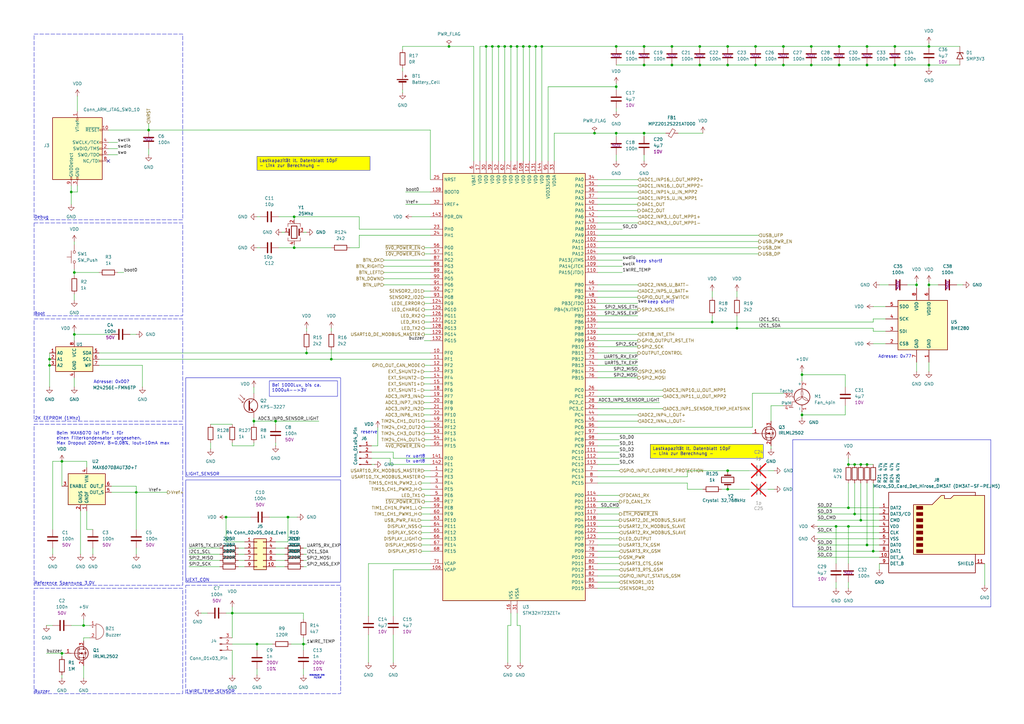
<source format=kicad_sch>
(kicad_sch
	(version 20231120)
	(generator "eeschema")
	(generator_version "8.0")
	(uuid "7628b554-6dea-41b3-8cad-cb4df6b7df3e")
	(paper "A3")
	(lib_symbols
		(symbol "Connector:Conn_01x03_Pin"
			(pin_names
				(offset 1.016) hide)
			(exclude_from_sim no)
			(in_bom yes)
			(on_board yes)
			(property "Reference" "J"
				(at 0 5.08 0)
				(effects
					(font
						(size 1.27 1.27)
					)
				)
			)
			(property "Value" "Conn_01x03_Pin"
				(at 0 -5.08 0)
				(effects
					(font
						(size 1.27 1.27)
					)
				)
			)
			(property "Footprint" ""
				(at 0 0 0)
				(effects
					(font
						(size 1.27 1.27)
					)
					(hide yes)
				)
			)
			(property "Datasheet" "~"
				(at 0 0 0)
				(effects
					(font
						(size 1.27 1.27)
					)
					(hide yes)
				)
			)
			(property "Description" "Generic connector, single row, 01x03, script generated"
				(at 0 0 0)
				(effects
					(font
						(size 1.27 1.27)
					)
					(hide yes)
				)
			)
			(property "ki_locked" ""
				(at 0 0 0)
				(effects
					(font
						(size 1.27 1.27)
					)
				)
			)
			(property "ki_keywords" "connector"
				(at 0 0 0)
				(effects
					(font
						(size 1.27 1.27)
					)
					(hide yes)
				)
			)
			(property "ki_fp_filters" "Connector*:*_1x??_*"
				(at 0 0 0)
				(effects
					(font
						(size 1.27 1.27)
					)
					(hide yes)
				)
			)
			(symbol "Conn_01x03_Pin_1_1"
				(polyline
					(pts
						(xy 1.27 -2.54) (xy 0.8636 -2.54)
					)
					(stroke
						(width 0.1524)
						(type default)
					)
					(fill
						(type none)
					)
				)
				(polyline
					(pts
						(xy 1.27 0) (xy 0.8636 0)
					)
					(stroke
						(width 0.1524)
						(type default)
					)
					(fill
						(type none)
					)
				)
				(polyline
					(pts
						(xy 1.27 2.54) (xy 0.8636 2.54)
					)
					(stroke
						(width 0.1524)
						(type default)
					)
					(fill
						(type none)
					)
				)
				(rectangle
					(start 0.8636 -2.413)
					(end 0 -2.667)
					(stroke
						(width 0.1524)
						(type default)
					)
					(fill
						(type outline)
					)
				)
				(rectangle
					(start 0.8636 0.127)
					(end 0 -0.127)
					(stroke
						(width 0.1524)
						(type default)
					)
					(fill
						(type outline)
					)
				)
				(rectangle
					(start 0.8636 2.667)
					(end 0 2.413)
					(stroke
						(width 0.1524)
						(type default)
					)
					(fill
						(type outline)
					)
				)
				(pin passive line
					(at 5.08 2.54 180)
					(length 3.81)
					(name "Pin_1"
						(effects
							(font
								(size 1.27 1.27)
							)
						)
					)
					(number "1"
						(effects
							(font
								(size 1.27 1.27)
							)
						)
					)
				)
				(pin passive line
					(at 5.08 0 180)
					(length 3.81)
					(name "Pin_2"
						(effects
							(font
								(size 1.27 1.27)
							)
						)
					)
					(number "2"
						(effects
							(font
								(size 1.27 1.27)
							)
						)
					)
				)
				(pin passive line
					(at 5.08 -2.54 180)
					(length 3.81)
					(name "Pin_3"
						(effects
							(font
								(size 1.27 1.27)
							)
						)
					)
					(number "3"
						(effects
							(font
								(size 1.27 1.27)
							)
						)
					)
				)
			)
		)
		(symbol "Connector:Conn_01x04_Pin"
			(pin_names
				(offset 1.016) hide)
			(exclude_from_sim no)
			(in_bom yes)
			(on_board yes)
			(property "Reference" "J"
				(at 0 5.08 0)
				(effects
					(font
						(size 1.27 1.27)
					)
				)
			)
			(property "Value" "Conn_01x04_Pin"
				(at 0 -7.62 0)
				(effects
					(font
						(size 1.27 1.27)
					)
				)
			)
			(property "Footprint" ""
				(at 0 0 0)
				(effects
					(font
						(size 1.27 1.27)
					)
					(hide yes)
				)
			)
			(property "Datasheet" "~"
				(at 0 0 0)
				(effects
					(font
						(size 1.27 1.27)
					)
					(hide yes)
				)
			)
			(property "Description" "Generic connector, single row, 01x04, script generated"
				(at 0 0 0)
				(effects
					(font
						(size 1.27 1.27)
					)
					(hide yes)
				)
			)
			(property "ki_locked" ""
				(at 0 0 0)
				(effects
					(font
						(size 1.27 1.27)
					)
				)
			)
			(property "ki_keywords" "connector"
				(at 0 0 0)
				(effects
					(font
						(size 1.27 1.27)
					)
					(hide yes)
				)
			)
			(property "ki_fp_filters" "Connector*:*_1x??_*"
				(at 0 0 0)
				(effects
					(font
						(size 1.27 1.27)
					)
					(hide yes)
				)
			)
			(symbol "Conn_01x04_Pin_1_1"
				(polyline
					(pts
						(xy 1.27 -5.08) (xy 0.8636 -5.08)
					)
					(stroke
						(width 0.1524)
						(type default)
					)
					(fill
						(type none)
					)
				)
				(polyline
					(pts
						(xy 1.27 -2.54) (xy 0.8636 -2.54)
					)
					(stroke
						(width 0.1524)
						(type default)
					)
					(fill
						(type none)
					)
				)
				(polyline
					(pts
						(xy 1.27 0) (xy 0.8636 0)
					)
					(stroke
						(width 0.1524)
						(type default)
					)
					(fill
						(type none)
					)
				)
				(polyline
					(pts
						(xy 1.27 2.54) (xy 0.8636 2.54)
					)
					(stroke
						(width 0.1524)
						(type default)
					)
					(fill
						(type none)
					)
				)
				(rectangle
					(start 0.8636 -4.953)
					(end 0 -5.207)
					(stroke
						(width 0.1524)
						(type default)
					)
					(fill
						(type outline)
					)
				)
				(rectangle
					(start 0.8636 -2.413)
					(end 0 -2.667)
					(stroke
						(width 0.1524)
						(type default)
					)
					(fill
						(type outline)
					)
				)
				(rectangle
					(start 0.8636 0.127)
					(end 0 -0.127)
					(stroke
						(width 0.1524)
						(type default)
					)
					(fill
						(type outline)
					)
				)
				(rectangle
					(start 0.8636 2.667)
					(end 0 2.413)
					(stroke
						(width 0.1524)
						(type default)
					)
					(fill
						(type outline)
					)
				)
				(pin passive line
					(at 5.08 2.54 180)
					(length 3.81)
					(name "Pin_1"
						(effects
							(font
								(size 1.27 1.27)
							)
						)
					)
					(number "1"
						(effects
							(font
								(size 1.27 1.27)
							)
						)
					)
				)
				(pin passive line
					(at 5.08 0 180)
					(length 3.81)
					(name "Pin_2"
						(effects
							(font
								(size 1.27 1.27)
							)
						)
					)
					(number "2"
						(effects
							(font
								(size 1.27 1.27)
							)
						)
					)
				)
				(pin passive line
					(at 5.08 -2.54 180)
					(length 3.81)
					(name "Pin_3"
						(effects
							(font
								(size 1.27 1.27)
							)
						)
					)
					(number "3"
						(effects
							(font
								(size 1.27 1.27)
							)
						)
					)
				)
				(pin passive line
					(at 5.08 -5.08 180)
					(length 3.81)
					(name "Pin_4"
						(effects
							(font
								(size 1.27 1.27)
							)
						)
					)
					(number "4"
						(effects
							(font
								(size 1.27 1.27)
							)
						)
					)
				)
			)
		)
		(symbol "Connector:Conn_ARM_JTAG_SWD_10"
			(pin_names
				(offset 1.016)
			)
			(exclude_from_sim no)
			(in_bom yes)
			(on_board yes)
			(property "Reference" "J"
				(at -2.54 16.51 0)
				(effects
					(font
						(size 1.27 1.27)
					)
					(justify right)
				)
			)
			(property "Value" "Conn_ARM_JTAG_SWD_10"
				(at -2.54 13.97 0)
				(effects
					(font
						(size 1.27 1.27)
					)
					(justify right bottom)
				)
			)
			(property "Footprint" ""
				(at 0 0 0)
				(effects
					(font
						(size 1.27 1.27)
					)
					(hide yes)
				)
			)
			(property "Datasheet" "http://infocenter.arm.com/help/topic/com.arm.doc.ddi0314h/DDI0314H_coresight_components_trm.pdf"
				(at -8.89 -31.75 90)
				(effects
					(font
						(size 1.27 1.27)
					)
					(hide yes)
				)
			)
			(property "Description" "Cortex Debug Connector, standard ARM Cortex-M SWD and JTAG interface"
				(at 0 0 0)
				(effects
					(font
						(size 1.27 1.27)
					)
					(hide yes)
				)
			)
			(property "ki_keywords" "Cortex Debug Connector ARM SWD JTAG"
				(at 0 0 0)
				(effects
					(font
						(size 1.27 1.27)
					)
					(hide yes)
				)
			)
			(property "ki_fp_filters" "PinHeader?2x05?P1.27mm*"
				(at 0 0 0)
				(effects
					(font
						(size 1.27 1.27)
					)
					(hide yes)
				)
			)
			(symbol "Conn_ARM_JTAG_SWD_10_0_1"
				(rectangle
					(start -10.16 12.7)
					(end 10.16 -12.7)
					(stroke
						(width 0.254)
						(type default)
					)
					(fill
						(type background)
					)
				)
				(rectangle
					(start -2.794 -12.7)
					(end -2.286 -11.684)
					(stroke
						(width 0)
						(type default)
					)
					(fill
						(type none)
					)
				)
				(rectangle
					(start -0.254 -12.7)
					(end 0.254 -11.684)
					(stroke
						(width 0)
						(type default)
					)
					(fill
						(type none)
					)
				)
				(rectangle
					(start -0.254 12.7)
					(end 0.254 11.684)
					(stroke
						(width 0)
						(type default)
					)
					(fill
						(type none)
					)
				)
				(rectangle
					(start 9.144 2.286)
					(end 10.16 2.794)
					(stroke
						(width 0)
						(type default)
					)
					(fill
						(type none)
					)
				)
				(rectangle
					(start 10.16 -2.794)
					(end 9.144 -2.286)
					(stroke
						(width 0)
						(type default)
					)
					(fill
						(type none)
					)
				)
				(rectangle
					(start 10.16 -0.254)
					(end 9.144 0.254)
					(stroke
						(width 0)
						(type default)
					)
					(fill
						(type none)
					)
				)
				(rectangle
					(start 10.16 7.874)
					(end 9.144 7.366)
					(stroke
						(width 0)
						(type default)
					)
					(fill
						(type none)
					)
				)
			)
			(symbol "Conn_ARM_JTAG_SWD_10_1_1"
				(rectangle
					(start 9.144 -5.334)
					(end 10.16 -4.826)
					(stroke
						(width 0)
						(type default)
					)
					(fill
						(type none)
					)
				)
				(pin power_in line
					(at 0 15.24 270)
					(length 2.54)
					(name "VTref"
						(effects
							(font
								(size 1.27 1.27)
							)
						)
					)
					(number "1"
						(effects
							(font
								(size 1.27 1.27)
							)
						)
					)
				)
				(pin open_collector line
					(at 12.7 7.62 180)
					(length 2.54)
					(name "~{RESET}"
						(effects
							(font
								(size 1.27 1.27)
							)
						)
					)
					(number "10"
						(effects
							(font
								(size 1.27 1.27)
							)
						)
					)
				)
				(pin bidirectional line
					(at 12.7 0 180)
					(length 2.54)
					(name "SWDIO/TMS"
						(effects
							(font
								(size 1.27 1.27)
							)
						)
					)
					(number "2"
						(effects
							(font
								(size 1.27 1.27)
							)
						)
					)
				)
				(pin power_in line
					(at 0 -15.24 90)
					(length 2.54)
					(name "GND"
						(effects
							(font
								(size 1.27 1.27)
							)
						)
					)
					(number "3"
						(effects
							(font
								(size 1.27 1.27)
							)
						)
					)
				)
				(pin output line
					(at 12.7 2.54 180)
					(length 2.54)
					(name "SWCLK/TCK"
						(effects
							(font
								(size 1.27 1.27)
							)
						)
					)
					(number "4"
						(effects
							(font
								(size 1.27 1.27)
							)
						)
					)
				)
				(pin passive line
					(at 0 -15.24 90)
					(length 2.54) hide
					(name "GND"
						(effects
							(font
								(size 1.27 1.27)
							)
						)
					)
					(number "5"
						(effects
							(font
								(size 1.27 1.27)
							)
						)
					)
				)
				(pin input line
					(at 12.7 -2.54 180)
					(length 2.54)
					(name "SWO/TDO"
						(effects
							(font
								(size 1.27 1.27)
							)
						)
					)
					(number "6"
						(effects
							(font
								(size 1.27 1.27)
							)
						)
					)
				)
				(pin no_connect line
					(at -10.16 0 0)
					(length 2.54) hide
					(name "KEY"
						(effects
							(font
								(size 1.27 1.27)
							)
						)
					)
					(number "7"
						(effects
							(font
								(size 1.27 1.27)
							)
						)
					)
				)
				(pin output line
					(at 12.7 -5.08 180)
					(length 2.54)
					(name "NC/TDI"
						(effects
							(font
								(size 1.27 1.27)
							)
						)
					)
					(number "8"
						(effects
							(font
								(size 1.27 1.27)
							)
						)
					)
				)
				(pin passive line
					(at -2.54 -15.24 90)
					(length 2.54)
					(name "GNDDetect"
						(effects
							(font
								(size 1.27 1.27)
							)
						)
					)
					(number "9"
						(effects
							(font
								(size 1.27 1.27)
							)
						)
					)
				)
			)
		)
		(symbol "Connector:Micro_SD_Card_Det_Hirose_DM3AT"
			(exclude_from_sim no)
			(in_bom yes)
			(on_board yes)
			(property "Reference" "J"
				(at -16.51 17.78 0)
				(effects
					(font
						(size 1.27 1.27)
					)
				)
			)
			(property "Value" "Micro_SD_Card_Det_Hirose_DM3AT"
				(at 16.51 17.78 0)
				(effects
					(font
						(size 1.27 1.27)
					)
					(justify right)
				)
			)
			(property "Footprint" ""
				(at 52.07 17.78 0)
				(effects
					(font
						(size 1.27 1.27)
					)
					(hide yes)
				)
			)
			(property "Datasheet" "https://www.hirose.com/product/en/download_file/key_name/DM3/category/Catalog/doc_file_id/49662/?file_category_id=4&item_id=195&is_series=1"
				(at 0 2.54 0)
				(effects
					(font
						(size 1.27 1.27)
					)
					(hide yes)
				)
			)
			(property "Description" "Micro SD Card Socket with card detection pins"
				(at 0 0 0)
				(effects
					(font
						(size 1.27 1.27)
					)
					(hide yes)
				)
			)
			(property "ki_keywords" "connector SD microsd"
				(at 0 0 0)
				(effects
					(font
						(size 1.27 1.27)
					)
					(hide yes)
				)
			)
			(property "ki_fp_filters" "microSD*"
				(at 0 0 0)
				(effects
					(font
						(size 1.27 1.27)
					)
					(hide yes)
				)
			)
			(symbol "Micro_SD_Card_Det_Hirose_DM3AT_0_1"
				(rectangle
					(start -7.62 -6.985)
					(end -5.08 -8.255)
					(stroke
						(width 0.254)
						(type default)
					)
					(fill
						(type outline)
					)
				)
				(rectangle
					(start -7.62 -4.445)
					(end -5.08 -5.715)
					(stroke
						(width 0.254)
						(type default)
					)
					(fill
						(type outline)
					)
				)
				(rectangle
					(start -7.62 -1.905)
					(end -5.08 -3.175)
					(stroke
						(width 0.254)
						(type default)
					)
					(fill
						(type outline)
					)
				)
				(rectangle
					(start -7.62 0.635)
					(end -5.08 -0.635)
					(stroke
						(width 0.254)
						(type default)
					)
					(fill
						(type outline)
					)
				)
				(rectangle
					(start -7.62 3.175)
					(end -5.08 1.905)
					(stroke
						(width 0.254)
						(type default)
					)
					(fill
						(type outline)
					)
				)
				(rectangle
					(start -7.62 5.715)
					(end -5.08 4.445)
					(stroke
						(width 0.254)
						(type default)
					)
					(fill
						(type outline)
					)
				)
				(rectangle
					(start -7.62 8.255)
					(end -5.08 6.985)
					(stroke
						(width 0.254)
						(type default)
					)
					(fill
						(type outline)
					)
				)
				(rectangle
					(start -7.62 10.795)
					(end -5.08 9.525)
					(stroke
						(width 0.254)
						(type default)
					)
					(fill
						(type outline)
					)
				)
				(polyline
					(pts
						(xy 16.51 15.24) (xy 16.51 16.51) (xy -19.05 16.51) (xy -19.05 -16.51) (xy 16.51 -16.51) (xy 16.51 -8.89)
					)
					(stroke
						(width 0.254)
						(type default)
					)
					(fill
						(type none)
					)
				)
				(polyline
					(pts
						(xy -8.89 -8.89) (xy -8.89 11.43) (xy -1.27 11.43) (xy 2.54 15.24) (xy 3.81 15.24) (xy 3.81 13.97)
						(xy 6.35 13.97) (xy 7.62 15.24) (xy 20.32 15.24) (xy 20.32 -8.89) (xy -8.89 -8.89)
					)
					(stroke
						(width 0.254)
						(type default)
					)
					(fill
						(type background)
					)
				)
			)
			(symbol "Micro_SD_Card_Det_Hirose_DM3AT_1_1"
				(pin bidirectional line
					(at -22.86 10.16 0)
					(length 3.81)
					(name "DAT2"
						(effects
							(font
								(size 1.27 1.27)
							)
						)
					)
					(number "1"
						(effects
							(font
								(size 1.27 1.27)
							)
						)
					)
				)
				(pin passive line
					(at -22.86 -10.16 0)
					(length 3.81)
					(name "DET_A"
						(effects
							(font
								(size 1.27 1.27)
							)
						)
					)
					(number "10"
						(effects
							(font
								(size 1.27 1.27)
							)
						)
					)
				)
				(pin passive line
					(at 20.32 -12.7 180)
					(length 3.81)
					(name "SHIELD"
						(effects
							(font
								(size 1.27 1.27)
							)
						)
					)
					(number "11"
						(effects
							(font
								(size 1.27 1.27)
							)
						)
					)
				)
				(pin bidirectional line
					(at -22.86 7.62 0)
					(length 3.81)
					(name "DAT3/CD"
						(effects
							(font
								(size 1.27 1.27)
							)
						)
					)
					(number "2"
						(effects
							(font
								(size 1.27 1.27)
							)
						)
					)
				)
				(pin input line
					(at -22.86 5.08 0)
					(length 3.81)
					(name "CMD"
						(effects
							(font
								(size 1.27 1.27)
							)
						)
					)
					(number "3"
						(effects
							(font
								(size 1.27 1.27)
							)
						)
					)
				)
				(pin power_in line
					(at -22.86 2.54 0)
					(length 3.81)
					(name "VDD"
						(effects
							(font
								(size 1.27 1.27)
							)
						)
					)
					(number "4"
						(effects
							(font
								(size 1.27 1.27)
							)
						)
					)
				)
				(pin input line
					(at -22.86 0 0)
					(length 3.81)
					(name "CLK"
						(effects
							(font
								(size 1.27 1.27)
							)
						)
					)
					(number "5"
						(effects
							(font
								(size 1.27 1.27)
							)
						)
					)
				)
				(pin power_in line
					(at -22.86 -2.54 0)
					(length 3.81)
					(name "VSS"
						(effects
							(font
								(size 1.27 1.27)
							)
						)
					)
					(number "6"
						(effects
							(font
								(size 1.27 1.27)
							)
						)
					)
				)
				(pin bidirectional line
					(at -22.86 -5.08 0)
					(length 3.81)
					(name "DAT0"
						(effects
							(font
								(size 1.27 1.27)
							)
						)
					)
					(number "7"
						(effects
							(font
								(size 1.27 1.27)
							)
						)
					)
				)
				(pin bidirectional line
					(at -22.86 -7.62 0)
					(length 3.81)
					(name "DAT1"
						(effects
							(font
								(size 1.27 1.27)
							)
						)
					)
					(number "8"
						(effects
							(font
								(size 1.27 1.27)
							)
						)
					)
				)
				(pin passive line
					(at -22.86 -12.7 0)
					(length 3.81)
					(name "DET_B"
						(effects
							(font
								(size 1.27 1.27)
							)
						)
					)
					(number "9"
						(effects
							(font
								(size 1.27 1.27)
							)
						)
					)
				)
			)
		)
		(symbol "Connector_Generic:Conn_02x05_Odd_Even"
			(pin_names
				(offset 1.016) hide)
			(exclude_from_sim no)
			(in_bom yes)
			(on_board yes)
			(property "Reference" "J"
				(at 1.27 7.62 0)
				(effects
					(font
						(size 1.27 1.27)
					)
				)
			)
			(property "Value" "Conn_02x05_Odd_Even"
				(at 1.27 -7.62 0)
				(effects
					(font
						(size 1.27 1.27)
					)
				)
			)
			(property "Footprint" ""
				(at 0 0 0)
				(effects
					(font
						(size 1.27 1.27)
					)
					(hide yes)
				)
			)
			(property "Datasheet" "~"
				(at 0 0 0)
				(effects
					(font
						(size 1.27 1.27)
					)
					(hide yes)
				)
			)
			(property "Description" "Generic connector, double row, 02x05, odd/even pin numbering scheme (row 1 odd numbers, row 2 even numbers), script generated (kicad-library-utils/schlib/autogen/connector/)"
				(at 0 0 0)
				(effects
					(font
						(size 1.27 1.27)
					)
					(hide yes)
				)
			)
			(property "ki_keywords" "connector"
				(at 0 0 0)
				(effects
					(font
						(size 1.27 1.27)
					)
					(hide yes)
				)
			)
			(property "ki_fp_filters" "Connector*:*_2x??_*"
				(at 0 0 0)
				(effects
					(font
						(size 1.27 1.27)
					)
					(hide yes)
				)
			)
			(symbol "Conn_02x05_Odd_Even_1_1"
				(rectangle
					(start -1.27 -4.953)
					(end 0 -5.207)
					(stroke
						(width 0.1524)
						(type default)
					)
					(fill
						(type none)
					)
				)
				(rectangle
					(start -1.27 -2.413)
					(end 0 -2.667)
					(stroke
						(width 0.1524)
						(type default)
					)
					(fill
						(type none)
					)
				)
				(rectangle
					(start -1.27 0.127)
					(end 0 -0.127)
					(stroke
						(width 0.1524)
						(type default)
					)
					(fill
						(type none)
					)
				)
				(rectangle
					(start -1.27 2.667)
					(end 0 2.413)
					(stroke
						(width 0.1524)
						(type default)
					)
					(fill
						(type none)
					)
				)
				(rectangle
					(start -1.27 5.207)
					(end 0 4.953)
					(stroke
						(width 0.1524)
						(type default)
					)
					(fill
						(type none)
					)
				)
				(rectangle
					(start -1.27 6.35)
					(end 3.81 -6.35)
					(stroke
						(width 0.254)
						(type default)
					)
					(fill
						(type background)
					)
				)
				(rectangle
					(start 3.81 -4.953)
					(end 2.54 -5.207)
					(stroke
						(width 0.1524)
						(type default)
					)
					(fill
						(type none)
					)
				)
				(rectangle
					(start 3.81 -2.413)
					(end 2.54 -2.667)
					(stroke
						(width 0.1524)
						(type default)
					)
					(fill
						(type none)
					)
				)
				(rectangle
					(start 3.81 0.127)
					(end 2.54 -0.127)
					(stroke
						(width 0.1524)
						(type default)
					)
					(fill
						(type none)
					)
				)
				(rectangle
					(start 3.81 2.667)
					(end 2.54 2.413)
					(stroke
						(width 0.1524)
						(type default)
					)
					(fill
						(type none)
					)
				)
				(rectangle
					(start 3.81 5.207)
					(end 2.54 4.953)
					(stroke
						(width 0.1524)
						(type default)
					)
					(fill
						(type none)
					)
				)
				(pin passive line
					(at -5.08 5.08 0)
					(length 3.81)
					(name "Pin_1"
						(effects
							(font
								(size 1.27 1.27)
							)
						)
					)
					(number "1"
						(effects
							(font
								(size 1.27 1.27)
							)
						)
					)
				)
				(pin passive line
					(at 7.62 -5.08 180)
					(length 3.81)
					(name "Pin_10"
						(effects
							(font
								(size 1.27 1.27)
							)
						)
					)
					(number "10"
						(effects
							(font
								(size 1.27 1.27)
							)
						)
					)
				)
				(pin passive line
					(at 7.62 5.08 180)
					(length 3.81)
					(name "Pin_2"
						(effects
							(font
								(size 1.27 1.27)
							)
						)
					)
					(number "2"
						(effects
							(font
								(size 1.27 1.27)
							)
						)
					)
				)
				(pin passive line
					(at -5.08 2.54 0)
					(length 3.81)
					(name "Pin_3"
						(effects
							(font
								(size 1.27 1.27)
							)
						)
					)
					(number "3"
						(effects
							(font
								(size 1.27 1.27)
							)
						)
					)
				)
				(pin passive line
					(at 7.62 2.54 180)
					(length 3.81)
					(name "Pin_4"
						(effects
							(font
								(size 1.27 1.27)
							)
						)
					)
					(number "4"
						(effects
							(font
								(size 1.27 1.27)
							)
						)
					)
				)
				(pin passive line
					(at -5.08 0 0)
					(length 3.81)
					(name "Pin_5"
						(effects
							(font
								(size 1.27 1.27)
							)
						)
					)
					(number "5"
						(effects
							(font
								(size 1.27 1.27)
							)
						)
					)
				)
				(pin passive line
					(at 7.62 0 180)
					(length 3.81)
					(name "Pin_6"
						(effects
							(font
								(size 1.27 1.27)
							)
						)
					)
					(number "6"
						(effects
							(font
								(size 1.27 1.27)
							)
						)
					)
				)
				(pin passive line
					(at -5.08 -2.54 0)
					(length 3.81)
					(name "Pin_7"
						(effects
							(font
								(size 1.27 1.27)
							)
						)
					)
					(number "7"
						(effects
							(font
								(size 1.27 1.27)
							)
						)
					)
				)
				(pin passive line
					(at 7.62 -2.54 180)
					(length 3.81)
					(name "Pin_8"
						(effects
							(font
								(size 1.27 1.27)
							)
						)
					)
					(number "8"
						(effects
							(font
								(size 1.27 1.27)
							)
						)
					)
				)
				(pin passive line
					(at -5.08 -5.08 0)
					(length 3.81)
					(name "Pin_9"
						(effects
							(font
								(size 1.27 1.27)
							)
						)
					)
					(number "9"
						(effects
							(font
								(size 1.27 1.27)
							)
						)
					)
				)
			)
		)
		(symbol "Device:Battery_Cell"
			(pin_numbers hide)
			(pin_names
				(offset 0) hide)
			(exclude_from_sim no)
			(in_bom yes)
			(on_board yes)
			(property "Reference" "BT"
				(at 2.54 2.54 0)
				(effects
					(font
						(size 1.27 1.27)
					)
					(justify left)
				)
			)
			(property "Value" "Battery_Cell"
				(at 2.54 0 0)
				(effects
					(font
						(size 1.27 1.27)
					)
					(justify left)
				)
			)
			(property "Footprint" ""
				(at 0 1.524 90)
				(effects
					(font
						(size 1.27 1.27)
					)
					(hide yes)
				)
			)
			(property "Datasheet" "~"
				(at 0 1.524 90)
				(effects
					(font
						(size 1.27 1.27)
					)
					(hide yes)
				)
			)
			(property "Description" "Single-cell battery"
				(at 0 0 0)
				(effects
					(font
						(size 1.27 1.27)
					)
					(hide yes)
				)
			)
			(property "ki_keywords" "battery cell"
				(at 0 0 0)
				(effects
					(font
						(size 1.27 1.27)
					)
					(hide yes)
				)
			)
			(symbol "Battery_Cell_0_1"
				(rectangle
					(start -2.286 1.778)
					(end 2.286 1.524)
					(stroke
						(width 0)
						(type default)
					)
					(fill
						(type outline)
					)
				)
				(rectangle
					(start -1.524 1.016)
					(end 1.524 0.508)
					(stroke
						(width 0)
						(type default)
					)
					(fill
						(type outline)
					)
				)
				(polyline
					(pts
						(xy 0 0.762) (xy 0 0)
					)
					(stroke
						(width 0)
						(type default)
					)
					(fill
						(type none)
					)
				)
				(polyline
					(pts
						(xy 0 1.778) (xy 0 2.54)
					)
					(stroke
						(width 0)
						(type default)
					)
					(fill
						(type none)
					)
				)
				(polyline
					(pts
						(xy 0.762 3.048) (xy 1.778 3.048)
					)
					(stroke
						(width 0.254)
						(type default)
					)
					(fill
						(type none)
					)
				)
				(polyline
					(pts
						(xy 1.27 3.556) (xy 1.27 2.54)
					)
					(stroke
						(width 0.254)
						(type default)
					)
					(fill
						(type none)
					)
				)
			)
			(symbol "Battery_Cell_1_1"
				(pin passive line
					(at 0 5.08 270)
					(length 2.54)
					(name "+"
						(effects
							(font
								(size 1.27 1.27)
							)
						)
					)
					(number "1"
						(effects
							(font
								(size 1.27 1.27)
							)
						)
					)
				)
				(pin passive line
					(at 0 -2.54 90)
					(length 2.54)
					(name "-"
						(effects
							(font
								(size 1.27 1.27)
							)
						)
					)
					(number "2"
						(effects
							(font
								(size 1.27 1.27)
							)
						)
					)
				)
			)
		)
		(symbol "Device:Buzzer"
			(pin_names
				(offset 0.0254) hide)
			(exclude_from_sim no)
			(in_bom yes)
			(on_board yes)
			(property "Reference" "BZ"
				(at 3.81 1.27 0)
				(effects
					(font
						(size 1.27 1.27)
					)
					(justify left)
				)
			)
			(property "Value" "Buzzer"
				(at 3.81 -1.27 0)
				(effects
					(font
						(size 1.27 1.27)
					)
					(justify left)
				)
			)
			(property "Footprint" ""
				(at -0.635 2.54 90)
				(effects
					(font
						(size 1.27 1.27)
					)
					(hide yes)
				)
			)
			(property "Datasheet" "~"
				(at -0.635 2.54 90)
				(effects
					(font
						(size 1.27 1.27)
					)
					(hide yes)
				)
			)
			(property "Description" "Buzzer, polarized"
				(at 0 0 0)
				(effects
					(font
						(size 1.27 1.27)
					)
					(hide yes)
				)
			)
			(property "ki_keywords" "quartz resonator ceramic"
				(at 0 0 0)
				(effects
					(font
						(size 1.27 1.27)
					)
					(hide yes)
				)
			)
			(property "ki_fp_filters" "*Buzzer*"
				(at 0 0 0)
				(effects
					(font
						(size 1.27 1.27)
					)
					(hide yes)
				)
			)
			(symbol "Buzzer_0_1"
				(arc
					(start 0 -3.175)
					(mid 3.1612 0)
					(end 0 3.175)
					(stroke
						(width 0)
						(type default)
					)
					(fill
						(type none)
					)
				)
				(polyline
					(pts
						(xy -1.651 1.905) (xy -1.143 1.905)
					)
					(stroke
						(width 0)
						(type default)
					)
					(fill
						(type none)
					)
				)
				(polyline
					(pts
						(xy -1.397 2.159) (xy -1.397 1.651)
					)
					(stroke
						(width 0)
						(type default)
					)
					(fill
						(type none)
					)
				)
				(polyline
					(pts
						(xy 0 3.175) (xy 0 -3.175)
					)
					(stroke
						(width 0)
						(type default)
					)
					(fill
						(type none)
					)
				)
			)
			(symbol "Buzzer_1_1"
				(pin passive line
					(at -2.54 2.54 0)
					(length 2.54)
					(name "+"
						(effects
							(font
								(size 1.27 1.27)
							)
						)
					)
					(number "1"
						(effects
							(font
								(size 1.27 1.27)
							)
						)
					)
				)
				(pin passive line
					(at -2.54 -2.54 0)
					(length 2.54)
					(name "-"
						(effects
							(font
								(size 1.27 1.27)
							)
						)
					)
					(number "2"
						(effects
							(font
								(size 1.27 1.27)
							)
						)
					)
				)
			)
		)
		(symbol "Device:C"
			(pin_numbers hide)
			(pin_names
				(offset 0.254)
			)
			(exclude_from_sim no)
			(in_bom yes)
			(on_board yes)
			(property "Reference" "C"
				(at 0.635 2.54 0)
				(effects
					(font
						(size 1.27 1.27)
					)
					(justify left)
				)
			)
			(property "Value" "C"
				(at 0.635 -2.54 0)
				(effects
					(font
						(size 1.27 1.27)
					)
					(justify left)
				)
			)
			(property "Footprint" ""
				(at 0.9652 -3.81 0)
				(effects
					(font
						(size 1.27 1.27)
					)
					(hide yes)
				)
			)
			(property "Datasheet" "~"
				(at 0 0 0)
				(effects
					(font
						(size 1.27 1.27)
					)
					(hide yes)
				)
			)
			(property "Description" "Unpolarized capacitor"
				(at 0 0 0)
				(effects
					(font
						(size 1.27 1.27)
					)
					(hide yes)
				)
			)
			(property "ki_keywords" "cap capacitor"
				(at 0 0 0)
				(effects
					(font
						(size 1.27 1.27)
					)
					(hide yes)
				)
			)
			(property "ki_fp_filters" "C_*"
				(at 0 0 0)
				(effects
					(font
						(size 1.27 1.27)
					)
					(hide yes)
				)
			)
			(symbol "C_0_1"
				(polyline
					(pts
						(xy -2.032 -0.762) (xy 2.032 -0.762)
					)
					(stroke
						(width 0.508)
						(type default)
					)
					(fill
						(type none)
					)
				)
				(polyline
					(pts
						(xy -2.032 0.762) (xy 2.032 0.762)
					)
					(stroke
						(width 0.508)
						(type default)
					)
					(fill
						(type none)
					)
				)
			)
			(symbol "C_1_1"
				(pin passive line
					(at 0 3.81 270)
					(length 2.794)
					(name "~"
						(effects
							(font
								(size 1.27 1.27)
							)
						)
					)
					(number "1"
						(effects
							(font
								(size 1.27 1.27)
							)
						)
					)
				)
				(pin passive line
					(at 0 -3.81 90)
					(length 2.794)
					(name "~"
						(effects
							(font
								(size 1.27 1.27)
							)
						)
					)
					(number "2"
						(effects
							(font
								(size 1.27 1.27)
							)
						)
					)
				)
			)
		)
		(symbol "Device:Crystal"
			(pin_numbers hide)
			(pin_names
				(offset 1.016) hide)
			(exclude_from_sim no)
			(in_bom yes)
			(on_board yes)
			(property "Reference" "Y"
				(at 0 3.81 0)
				(effects
					(font
						(size 1.27 1.27)
					)
				)
			)
			(property "Value" "Crystal"
				(at 0 -3.81 0)
				(effects
					(font
						(size 1.27 1.27)
					)
				)
			)
			(property "Footprint" ""
				(at 0 0 0)
				(effects
					(font
						(size 1.27 1.27)
					)
					(hide yes)
				)
			)
			(property "Datasheet" "~"
				(at 0 0 0)
				(effects
					(font
						(size 1.27 1.27)
					)
					(hide yes)
				)
			)
			(property "Description" "Two pin crystal"
				(at 0 0 0)
				(effects
					(font
						(size 1.27 1.27)
					)
					(hide yes)
				)
			)
			(property "ki_keywords" "quartz ceramic resonator oscillator"
				(at 0 0 0)
				(effects
					(font
						(size 1.27 1.27)
					)
					(hide yes)
				)
			)
			(property "ki_fp_filters" "Crystal*"
				(at 0 0 0)
				(effects
					(font
						(size 1.27 1.27)
					)
					(hide yes)
				)
			)
			(symbol "Crystal_0_1"
				(rectangle
					(start -1.143 2.54)
					(end 1.143 -2.54)
					(stroke
						(width 0.3048)
						(type default)
					)
					(fill
						(type none)
					)
				)
				(polyline
					(pts
						(xy -2.54 0) (xy -1.905 0)
					)
					(stroke
						(width 0)
						(type default)
					)
					(fill
						(type none)
					)
				)
				(polyline
					(pts
						(xy -1.905 -1.27) (xy -1.905 1.27)
					)
					(stroke
						(width 0.508)
						(type default)
					)
					(fill
						(type none)
					)
				)
				(polyline
					(pts
						(xy 1.905 -1.27) (xy 1.905 1.27)
					)
					(stroke
						(width 0.508)
						(type default)
					)
					(fill
						(type none)
					)
				)
				(polyline
					(pts
						(xy 2.54 0) (xy 1.905 0)
					)
					(stroke
						(width 0)
						(type default)
					)
					(fill
						(type none)
					)
				)
			)
			(symbol "Crystal_1_1"
				(pin passive line
					(at -3.81 0 0)
					(length 1.27)
					(name "1"
						(effects
							(font
								(size 1.27 1.27)
							)
						)
					)
					(number "1"
						(effects
							(font
								(size 1.27 1.27)
							)
						)
					)
				)
				(pin passive line
					(at 3.81 0 180)
					(length 1.27)
					(name "2"
						(effects
							(font
								(size 1.27 1.27)
							)
						)
					)
					(number "2"
						(effects
							(font
								(size 1.27 1.27)
							)
						)
					)
				)
			)
		)
		(symbol "Device:Crystal_GND24"
			(pin_names
				(offset 1.016) hide)
			(exclude_from_sim no)
			(in_bom yes)
			(on_board yes)
			(property "Reference" "Y"
				(at 3.175 5.08 0)
				(effects
					(font
						(size 1.27 1.27)
					)
					(justify left)
				)
			)
			(property "Value" "Crystal_GND24"
				(at 3.175 3.175 0)
				(effects
					(font
						(size 1.27 1.27)
					)
					(justify left)
				)
			)
			(property "Footprint" ""
				(at 0 0 0)
				(effects
					(font
						(size 1.27 1.27)
					)
					(hide yes)
				)
			)
			(property "Datasheet" "~"
				(at 0 0 0)
				(effects
					(font
						(size 1.27 1.27)
					)
					(hide yes)
				)
			)
			(property "Description" "Four pin crystal, GND on pins 2 and 4"
				(at 0 0 0)
				(effects
					(font
						(size 1.27 1.27)
					)
					(hide yes)
				)
			)
			(property "ki_keywords" "quartz ceramic resonator oscillator"
				(at 0 0 0)
				(effects
					(font
						(size 1.27 1.27)
					)
					(hide yes)
				)
			)
			(property "ki_fp_filters" "Crystal*"
				(at 0 0 0)
				(effects
					(font
						(size 1.27 1.27)
					)
					(hide yes)
				)
			)
			(symbol "Crystal_GND24_0_1"
				(rectangle
					(start -1.143 2.54)
					(end 1.143 -2.54)
					(stroke
						(width 0.3048)
						(type default)
					)
					(fill
						(type none)
					)
				)
				(polyline
					(pts
						(xy -2.54 0) (xy -2.032 0)
					)
					(stroke
						(width 0)
						(type default)
					)
					(fill
						(type none)
					)
				)
				(polyline
					(pts
						(xy -2.032 -1.27) (xy -2.032 1.27)
					)
					(stroke
						(width 0.508)
						(type default)
					)
					(fill
						(type none)
					)
				)
				(polyline
					(pts
						(xy 0 -3.81) (xy 0 -3.556)
					)
					(stroke
						(width 0)
						(type default)
					)
					(fill
						(type none)
					)
				)
				(polyline
					(pts
						(xy 0 3.556) (xy 0 3.81)
					)
					(stroke
						(width 0)
						(type default)
					)
					(fill
						(type none)
					)
				)
				(polyline
					(pts
						(xy 2.032 -1.27) (xy 2.032 1.27)
					)
					(stroke
						(width 0.508)
						(type default)
					)
					(fill
						(type none)
					)
				)
				(polyline
					(pts
						(xy 2.032 0) (xy 2.54 0)
					)
					(stroke
						(width 0)
						(type default)
					)
					(fill
						(type none)
					)
				)
				(polyline
					(pts
						(xy -2.54 -2.286) (xy -2.54 -3.556) (xy 2.54 -3.556) (xy 2.54 -2.286)
					)
					(stroke
						(width 0)
						(type default)
					)
					(fill
						(type none)
					)
				)
				(polyline
					(pts
						(xy -2.54 2.286) (xy -2.54 3.556) (xy 2.54 3.556) (xy 2.54 2.286)
					)
					(stroke
						(width 0)
						(type default)
					)
					(fill
						(type none)
					)
				)
			)
			(symbol "Crystal_GND24_1_1"
				(pin passive line
					(at -3.81 0 0)
					(length 1.27)
					(name "1"
						(effects
							(font
								(size 1.27 1.27)
							)
						)
					)
					(number "1"
						(effects
							(font
								(size 1.27 1.27)
							)
						)
					)
				)
				(pin passive line
					(at 0 5.08 270)
					(length 1.27)
					(name "2"
						(effects
							(font
								(size 1.27 1.27)
							)
						)
					)
					(number "2"
						(effects
							(font
								(size 1.27 1.27)
							)
						)
					)
				)
				(pin passive line
					(at 3.81 0 180)
					(length 1.27)
					(name "3"
						(effects
							(font
								(size 1.27 1.27)
							)
						)
					)
					(number "3"
						(effects
							(font
								(size 1.27 1.27)
							)
						)
					)
				)
				(pin passive line
					(at 0 -5.08 90)
					(length 1.27)
					(name "4"
						(effects
							(font
								(size 1.27 1.27)
							)
						)
					)
					(number "4"
						(effects
							(font
								(size 1.27 1.27)
							)
						)
					)
				)
			)
		)
		(symbol "Device:FerriteBead_Small"
			(pin_numbers hide)
			(pin_names
				(offset 0)
			)
			(exclude_from_sim no)
			(in_bom yes)
			(on_board yes)
			(property "Reference" "FB"
				(at 1.905 1.27 0)
				(effects
					(font
						(size 1.27 1.27)
					)
					(justify left)
				)
			)
			(property "Value" "FerriteBead_Small"
				(at 1.905 -1.27 0)
				(effects
					(font
						(size 1.27 1.27)
					)
					(justify left)
				)
			)
			(property "Footprint" ""
				(at -1.778 0 90)
				(effects
					(font
						(size 1.27 1.27)
					)
					(hide yes)
				)
			)
			(property "Datasheet" "~"
				(at 0 0 0)
				(effects
					(font
						(size 1.27 1.27)
					)
					(hide yes)
				)
			)
			(property "Description" "Ferrite bead, small symbol"
				(at 0 0 0)
				(effects
					(font
						(size 1.27 1.27)
					)
					(hide yes)
				)
			)
			(property "ki_keywords" "L ferrite bead inductor filter"
				(at 0 0 0)
				(effects
					(font
						(size 1.27 1.27)
					)
					(hide yes)
				)
			)
			(property "ki_fp_filters" "Inductor_* L_* *Ferrite*"
				(at 0 0 0)
				(effects
					(font
						(size 1.27 1.27)
					)
					(hide yes)
				)
			)
			(symbol "FerriteBead_Small_0_1"
				(polyline
					(pts
						(xy 0 -1.27) (xy 0 -0.7874)
					)
					(stroke
						(width 0)
						(type default)
					)
					(fill
						(type none)
					)
				)
				(polyline
					(pts
						(xy 0 0.889) (xy 0 1.2954)
					)
					(stroke
						(width 0)
						(type default)
					)
					(fill
						(type none)
					)
				)
				(polyline
					(pts
						(xy -1.8288 0.2794) (xy -1.1176 1.4986) (xy 1.8288 -0.2032) (xy 1.1176 -1.4224) (xy -1.8288 0.2794)
					)
					(stroke
						(width 0)
						(type default)
					)
					(fill
						(type none)
					)
				)
			)
			(symbol "FerriteBead_Small_1_1"
				(pin passive line
					(at 0 2.54 270)
					(length 1.27)
					(name "~"
						(effects
							(font
								(size 1.27 1.27)
							)
						)
					)
					(number "1"
						(effects
							(font
								(size 1.27 1.27)
							)
						)
					)
				)
				(pin passive line
					(at 0 -2.54 90)
					(length 1.27)
					(name "~"
						(effects
							(font
								(size 1.27 1.27)
							)
						)
					)
					(number "2"
						(effects
							(font
								(size 1.27 1.27)
							)
						)
					)
				)
			)
		)
		(symbol "Device:R"
			(pin_numbers hide)
			(pin_names
				(offset 0)
			)
			(exclude_from_sim no)
			(in_bom yes)
			(on_board yes)
			(property "Reference" "R"
				(at 2.032 0 90)
				(effects
					(font
						(size 1.27 1.27)
					)
				)
			)
			(property "Value" "R"
				(at 0 0 90)
				(effects
					(font
						(size 1.27 1.27)
					)
				)
			)
			(property "Footprint" ""
				(at -1.778 0 90)
				(effects
					(font
						(size 1.27 1.27)
					)
					(hide yes)
				)
			)
			(property "Datasheet" "~"
				(at 0 0 0)
				(effects
					(font
						(size 1.27 1.27)
					)
					(hide yes)
				)
			)
			(property "Description" "Resistor"
				(at 0 0 0)
				(effects
					(font
						(size 1.27 1.27)
					)
					(hide yes)
				)
			)
			(property "ki_keywords" "R res resistor"
				(at 0 0 0)
				(effects
					(font
						(size 1.27 1.27)
					)
					(hide yes)
				)
			)
			(property "ki_fp_filters" "R_*"
				(at 0 0 0)
				(effects
					(font
						(size 1.27 1.27)
					)
					(hide yes)
				)
			)
			(symbol "R_0_1"
				(rectangle
					(start -1.016 -2.54)
					(end 1.016 2.54)
					(stroke
						(width 0.254)
						(type default)
					)
					(fill
						(type none)
					)
				)
			)
			(symbol "R_1_1"
				(pin passive line
					(at 0 3.81 270)
					(length 1.27)
					(name "~"
						(effects
							(font
								(size 1.27 1.27)
							)
						)
					)
					(number "1"
						(effects
							(font
								(size 1.27 1.27)
							)
						)
					)
				)
				(pin passive line
					(at 0 -3.81 90)
					(length 1.27)
					(name "~"
						(effects
							(font
								(size 1.27 1.27)
							)
						)
					)
					(number "2"
						(effects
							(font
								(size 1.27 1.27)
							)
						)
					)
				)
			)
		)
		(symbol "Diode:SM6T6V8A"
			(pin_numbers hide)
			(pin_names
				(offset 1.016) hide)
			(exclude_from_sim no)
			(in_bom yes)
			(on_board yes)
			(property "Reference" "D"
				(at 0 2.54 0)
				(effects
					(font
						(size 1.27 1.27)
					)
				)
			)
			(property "Value" "SM6T6V8A"
				(at 0 -2.54 0)
				(effects
					(font
						(size 1.27 1.27)
					)
				)
			)
			(property "Footprint" "Diode_SMD:D_SMB"
				(at 0 -5.08 0)
				(effects
					(font
						(size 1.27 1.27)
					)
					(hide yes)
				)
			)
			(property "Datasheet" "https://www.st.com/resource/en/datasheet/sm6t.pdf"
				(at -1.27 0 0)
				(effects
					(font
						(size 1.27 1.27)
					)
					(hide yes)
				)
			)
			(property "Description" "600W unidirectional Transil Transient Voltage Suppressor, 6.8Vrwm, DO-214AA"
				(at 0 0 0)
				(effects
					(font
						(size 1.27 1.27)
					)
					(hide yes)
				)
			)
			(property "ki_keywords" "diode TVS voltage suppressor"
				(at 0 0 0)
				(effects
					(font
						(size 1.27 1.27)
					)
					(hide yes)
				)
			)
			(property "ki_fp_filters" "D*SMB*"
				(at 0 0 0)
				(effects
					(font
						(size 1.27 1.27)
					)
					(hide yes)
				)
			)
			(symbol "SM6T6V8A_0_1"
				(polyline
					(pts
						(xy -0.762 1.27) (xy -1.27 1.27) (xy -1.27 -1.27)
					)
					(stroke
						(width 0.254)
						(type default)
					)
					(fill
						(type none)
					)
				)
				(polyline
					(pts
						(xy 1.27 1.27) (xy 1.27 -1.27) (xy -1.27 0) (xy 1.27 1.27)
					)
					(stroke
						(width 0.254)
						(type default)
					)
					(fill
						(type none)
					)
				)
			)
			(symbol "SM6T6V8A_1_1"
				(pin passive line
					(at -3.81 0 0)
					(length 2.54)
					(name "A1"
						(effects
							(font
								(size 1.27 1.27)
							)
						)
					)
					(number "1"
						(effects
							(font
								(size 1.27 1.27)
							)
						)
					)
				)
				(pin passive line
					(at 3.81 0 180)
					(length 2.54)
					(name "A2"
						(effects
							(font
								(size 1.27 1.27)
							)
						)
					)
					(number "2"
						(effects
							(font
								(size 1.27 1.27)
							)
						)
					)
				)
			)
		)
		(symbol "MCU_ST_STM32H7:STM32H723ZETx"
			(exclude_from_sim no)
			(in_bom yes)
			(on_board yes)
			(property "Reference" "U"
				(at -27.94 90.17 0)
				(effects
					(font
						(size 1.27 1.27)
					)
					(justify left)
				)
			)
			(property "Value" "STM32H723ZETx"
				(at 20.32 90.17 0)
				(effects
					(font
						(size 1.27 1.27)
					)
					(justify left)
				)
			)
			(property "Footprint" "Package_QFP:LQFP-144_20x20mm_P0.5mm"
				(at -27.94 -86.36 0)
				(effects
					(font
						(size 1.27 1.27)
					)
					(justify right)
					(hide yes)
				)
			)
			(property "Datasheet" "https://www.st.com/resource/en/datasheet/stm32h723ze.pdf"
				(at 0 0 0)
				(effects
					(font
						(size 1.27 1.27)
					)
					(hide yes)
				)
			)
			(property "Description" "STMicroelectronics Arm Cortex-M7 MCU, 512KB flash, 564KB RAM, 550 MHz, 1.62-3.6V, 114 GPIO, LQFP144"
				(at 0 0 0)
				(effects
					(font
						(size 1.27 1.27)
					)
					(hide yes)
				)
			)
			(property "ki_locked" ""
				(at 0 0 0)
				(effects
					(font
						(size 1.27 1.27)
					)
				)
			)
			(property "ki_keywords" "Arm Cortex-M7 STM32H7 STM32H723/733"
				(at 0 0 0)
				(effects
					(font
						(size 1.27 1.27)
					)
					(hide yes)
				)
			)
			(property "ki_fp_filters" "LQFP*20x20mm*P0.5mm*"
				(at 0 0 0)
				(effects
					(font
						(size 1.27 1.27)
					)
					(hide yes)
				)
			)
			(symbol "STM32H723ZETx_0_1"
				(rectangle
					(start -27.94 -86.36)
					(end 30.48 88.9)
					(stroke
						(width 0.254)
						(type default)
					)
					(fill
						(type background)
					)
				)
			)
			(symbol "STM32H723ZETx_1_1"
				(pin bidirectional line
					(at -33.02 -33.02 0)
					(length 5.08)
					(name "PE2"
						(effects
							(font
								(size 1.27 1.27)
							)
						)
					)
					(number "1"
						(effects
							(font
								(size 1.27 1.27)
							)
						)
					)
					(alternate "DEBUG_TRACECLK" bidirectional line)
					(alternate "ETH_TXD3" bidirectional line)
					(alternate "FMC_A23" bidirectional line)
					(alternate "OCTOSPIM_P1_IO2" bidirectional line)
					(alternate "SAI1_CK1" bidirectional line)
					(alternate "SAI1_MCLK_A" bidirectional line)
					(alternate "SAI4_CK1" bidirectional line)
					(alternate "SAI4_MCLK_A" bidirectional line)
					(alternate "SPI4_SCK" bidirectional line)
					(alternate "USART10_RX" bidirectional line)
				)
				(pin bidirectional line
					(at -33.02 15.24 0)
					(length 5.08)
					(name "PF0"
						(effects
							(font
								(size 1.27 1.27)
							)
						)
					)
					(number "10"
						(effects
							(font
								(size 1.27 1.27)
							)
						)
					)
					(alternate "FMC_A0" bidirectional line)
					(alternate "I2C2_SDA" bidirectional line)
					(alternate "I2C5_SDA" bidirectional line)
					(alternate "OCTOSPIM_P2_IO0" bidirectional line)
					(alternate "TIM23_CH1" bidirectional line)
				)
				(pin bidirectional line
					(at 35.56 66.04 180)
					(length 5.08)
					(name "PA8"
						(effects
							(font
								(size 1.27 1.27)
							)
						)
					)
					(number "100"
						(effects
							(font
								(size 1.27 1.27)
							)
						)
					)
					(alternate "I2C3_SCL" bidirectional line)
					(alternate "I2C5_SCL" bidirectional line)
					(alternate "LTDC_B3" bidirectional line)
					(alternate "LTDC_R6" bidirectional line)
					(alternate "RCC_MCO_1" bidirectional line)
					(alternate "TIM1_CH1" bidirectional line)
					(alternate "TIM8_BKIN2" bidirectional line)
					(alternate "TIM8_BKIN2_COMP1" bidirectional line)
					(alternate "TIM8_BKIN2_COMP2" bidirectional line)
					(alternate "UART7_RX" bidirectional line)
					(alternate "USART1_CK" bidirectional line)
					(alternate "USB_OTG_HS_SOF" bidirectional line)
				)
				(pin bidirectional line
					(at 35.56 63.5 180)
					(length 5.08)
					(name "PA9"
						(effects
							(font
								(size 1.27 1.27)
							)
						)
					)
					(number "101"
						(effects
							(font
								(size 1.27 1.27)
							)
						)
					)
					(alternate "DAC1_EXTI9" bidirectional line)
					(alternate "DCMI_D0" bidirectional line)
					(alternate "ETH_TX_ER" bidirectional line)
					(alternate "I2C3_SMBA" bidirectional line)
					(alternate "I2C5_SMBA" bidirectional line)
					(alternate "I2S2_CK" bidirectional line)
					(alternate "LPUART1_TX" bidirectional line)
					(alternate "LTDC_R5" bidirectional line)
					(alternate "PSSI_D0" bidirectional line)
					(alternate "SPI2_SCK" bidirectional line)
					(alternate "TIM1_CH2" bidirectional line)
					(alternate "USART1_TX" bidirectional line)
					(alternate "USB_OTG_HS_VBUS" bidirectional line)
				)
				(pin bidirectional line
					(at 35.56 60.96 180)
					(length 5.08)
					(name "PA10"
						(effects
							(font
								(size 1.27 1.27)
							)
						)
					)
					(number "102"
						(effects
							(font
								(size 1.27 1.27)
							)
						)
					)
					(alternate "DCMI_D1" bidirectional line)
					(alternate "LPUART1_RX" bidirectional line)
					(alternate "LTDC_B1" bidirectional line)
					(alternate "LTDC_B4" bidirectional line)
					(alternate "MDIOS_MDIO" bidirectional line)
					(alternate "PSSI_D1" bidirectional line)
					(alternate "TIM1_CH3" bidirectional line)
					(alternate "USART1_RX" bidirectional line)
					(alternate "USB_OTG_HS_ID" bidirectional line)
				)
				(pin bidirectional line
					(at 35.56 58.42 180)
					(length 5.08)
					(name "PA11"
						(effects
							(font
								(size 1.27 1.27)
							)
						)
					)
					(number "103"
						(effects
							(font
								(size 1.27 1.27)
							)
						)
					)
					(alternate "ADC1_EXTI11" bidirectional line)
					(alternate "ADC2_EXTI11" bidirectional line)
					(alternate "ADC3_EXTI11" bidirectional line)
					(alternate "FDCAN1_RX" bidirectional line)
					(alternate "I2S2_WS" bidirectional line)
					(alternate "LPUART1_CTS" bidirectional line)
					(alternate "LTDC_R4" bidirectional line)
					(alternate "SPI2_NSS" bidirectional line)
					(alternate "TIM1_CH4" bidirectional line)
					(alternate "UART4_RX" bidirectional line)
					(alternate "USART1_CTS" bidirectional line)
					(alternate "USART1_NSS" bidirectional line)
					(alternate "USB_OTG_HS_DM" bidirectional line)
				)
				(pin bidirectional line
					(at 35.56 55.88 180)
					(length 5.08)
					(name "PA12"
						(effects
							(font
								(size 1.27 1.27)
							)
						)
					)
					(number "104"
						(effects
							(font
								(size 1.27 1.27)
							)
						)
					)
					(alternate "FDCAN1_TX" bidirectional line)
					(alternate "I2S2_CK" bidirectional line)
					(alternate "LPUART1_DE" bidirectional line)
					(alternate "LPUART1_RTS" bidirectional line)
					(alternate "LTDC_R5" bidirectional line)
					(alternate "SAI4_FS_B" bidirectional line)
					(alternate "SPI2_SCK" bidirectional line)
					(alternate "TIM1_BKIN2" bidirectional line)
					(alternate "TIM1_ETR" bidirectional line)
					(alternate "UART4_TX" bidirectional line)
					(alternate "USART1_DE" bidirectional line)
					(alternate "USART1_RTS" bidirectional line)
					(alternate "USB_OTG_HS_DP" bidirectional line)
				)
				(pin bidirectional line
					(at 35.56 53.34 180)
					(length 5.08)
					(name "PA13(JTMS"
						(effects
							(font
								(size 1.27 1.27)
							)
						)
					)
					(number "105"
						(effects
							(font
								(size 1.27 1.27)
							)
						)
					)
					(alternate "DEBUG_JTMS-SWDIO" bidirectional line)
				)
				(pin power_out line
					(at -33.02 -73.66 0)
					(length 5.08)
					(name "VCAP"
						(effects
							(font
								(size 1.27 1.27)
							)
						)
					)
					(number "106"
						(effects
							(font
								(size 1.27 1.27)
							)
						)
					)
				)
				(pin passive line
					(at 0 -91.44 90)
					(length 5.08) hide
					(name "VSS"
						(effects
							(font
								(size 1.27 1.27)
							)
						)
					)
					(number "107"
						(effects
							(font
								(size 1.27 1.27)
							)
						)
					)
				)
				(pin power_in line
					(at 5.08 93.98 270)
					(length 5.08)
					(name "VDD"
						(effects
							(font
								(size 1.27 1.27)
							)
						)
					)
					(number "108"
						(effects
							(font
								(size 1.27 1.27)
							)
						)
					)
				)
				(pin bidirectional line
					(at 35.56 50.8 180)
					(length 5.08)
					(name "PA14(JTCK"
						(effects
							(font
								(size 1.27 1.27)
							)
						)
					)
					(number "109"
						(effects
							(font
								(size 1.27 1.27)
							)
						)
					)
					(alternate "DEBUG_JTCK-SWCLK" bidirectional line)
				)
				(pin bidirectional line
					(at -33.02 12.7 0)
					(length 5.08)
					(name "PF1"
						(effects
							(font
								(size 1.27 1.27)
							)
						)
					)
					(number "11"
						(effects
							(font
								(size 1.27 1.27)
							)
						)
					)
					(alternate "FMC_A1" bidirectional line)
					(alternate "I2C2_SCL" bidirectional line)
					(alternate "I2C5_SCL" bidirectional line)
					(alternate "OCTOSPIM_P2_IO1" bidirectional line)
					(alternate "TIM23_CH2" bidirectional line)
				)
				(pin bidirectional line
					(at 35.56 48.26 180)
					(length 5.08)
					(name "PA15(JTDI)"
						(effects
							(font
								(size 1.27 1.27)
							)
						)
					)
					(number "110"
						(effects
							(font
								(size 1.27 1.27)
							)
						)
					)
					(alternate "ADC1_EXTI15" bidirectional line)
					(alternate "ADC2_EXTI15" bidirectional line)
					(alternate "ADC3_EXTI15" bidirectional line)
					(alternate "CEC" bidirectional line)
					(alternate "DEBUG_JTDI" bidirectional line)
					(alternate "I2S1_WS" bidirectional line)
					(alternate "I2S3_WS" bidirectional line)
					(alternate "I2S6_WS" bidirectional line)
					(alternate "LTDC_B6" bidirectional line)
					(alternate "LTDC_R3" bidirectional line)
					(alternate "SPI1_NSS" bidirectional line)
					(alternate "SPI3_NSS" bidirectional line)
					(alternate "SPI6_NSS" bidirectional line)
					(alternate "TIM2_CH1" bidirectional line)
					(alternate "TIM2_ETR" bidirectional line)
					(alternate "UART4_DE" bidirectional line)
					(alternate "UART4_RTS" bidirectional line)
					(alternate "UART7_TX" bidirectional line)
				)
				(pin bidirectional line
					(at 35.56 -25.4 180)
					(length 5.08)
					(name "PC10"
						(effects
							(font
								(size 1.27 1.27)
							)
						)
					)
					(number "111"
						(effects
							(font
								(size 1.27 1.27)
							)
						)
					)
					(alternate "DCMI_D8" bidirectional line)
					(alternate "DFSDM1_CKIN5" bidirectional line)
					(alternate "I2C5_SDA" bidirectional line)
					(alternate "I2S3_CK" bidirectional line)
					(alternate "LTDC_B1" bidirectional line)
					(alternate "LTDC_R2" bidirectional line)
					(alternate "OCTOSPIM_P1_IO1" bidirectional line)
					(alternate "PSSI_D8" bidirectional line)
					(alternate "SDMMC1_D2" bidirectional line)
					(alternate "SPI3_SCK" bidirectional line)
					(alternate "SWPMI1_RX" bidirectional line)
					(alternate "UART4_TX" bidirectional line)
					(alternate "USART3_TX" bidirectional line)
				)
				(pin bidirectional line
					(at 35.56 -27.94 180)
					(length 5.08)
					(name "PC11"
						(effects
							(font
								(size 1.27 1.27)
							)
						)
					)
					(number "112"
						(effects
							(font
								(size 1.27 1.27)
							)
						)
					)
					(alternate "ADC1_EXTI11" bidirectional line)
					(alternate "ADC2_EXTI11" bidirectional line)
					(alternate "ADC3_EXTI11" bidirectional line)
					(alternate "DCMI_D4" bidirectional line)
					(alternate "DFSDM1_DATIN5" bidirectional line)
					(alternate "I2C5_SCL" bidirectional line)
					(alternate "I2S3_SDI" bidirectional line)
					(alternate "LTDC_B4" bidirectional line)
					(alternate "OCTOSPIM_P1_NCS" bidirectional line)
					(alternate "PSSI_D4" bidirectional line)
					(alternate "SDMMC1_D3" bidirectional line)
					(alternate "SPI3_MISO" bidirectional line)
					(alternate "UART4_RX" bidirectional line)
					(alternate "USART3_RX" bidirectional line)
				)
				(pin bidirectional line
					(at 35.56 -30.48 180)
					(length 5.08)
					(name "PC12"
						(effects
							(font
								(size 1.27 1.27)
							)
						)
					)
					(number "113"
						(effects
							(font
								(size 1.27 1.27)
							)
						)
					)
					(alternate "DCMI_D9" bidirectional line)
					(alternate "DEBUG_TRACED3" bidirectional line)
					(alternate "FMC_D6" bidirectional line)
					(alternate "FMC_DA6" bidirectional line)
					(alternate "I2C5_SMBA" bidirectional line)
					(alternate "I2S3_SDO" bidirectional line)
					(alternate "I2S6_CK" bidirectional line)
					(alternate "LTDC_R6" bidirectional line)
					(alternate "PSSI_D9" bidirectional line)
					(alternate "SDMMC1_CK" bidirectional line)
					(alternate "SPI3_MOSI" bidirectional line)
					(alternate "SPI6_SCK" bidirectional line)
					(alternate "TIM15_CH1" bidirectional line)
					(alternate "UART5_TX" bidirectional line)
					(alternate "USART3_CK" bidirectional line)
				)
				(pin bidirectional line
					(at 35.56 -43.18 180)
					(length 5.08)
					(name "PD0"
						(effects
							(font
								(size 1.27 1.27)
							)
						)
					)
					(number "114"
						(effects
							(font
								(size 1.27 1.27)
							)
						)
					)
					(alternate "DFSDM1_CKIN6" bidirectional line)
					(alternate "FDCAN1_RX" bidirectional line)
					(alternate "FMC_D2" bidirectional line)
					(alternate "FMC_DA2" bidirectional line)
					(alternate "LTDC_B1" bidirectional line)
					(alternate "UART4_RX" bidirectional line)
					(alternate "UART9_CTS" bidirectional line)
				)
				(pin bidirectional line
					(at 35.56 -45.72 180)
					(length 5.08)
					(name "PD1"
						(effects
							(font
								(size 1.27 1.27)
							)
						)
					)
					(number "115"
						(effects
							(font
								(size 1.27 1.27)
							)
						)
					)
					(alternate "DFSDM1_DATIN6" bidirectional line)
					(alternate "FDCAN1_TX" bidirectional line)
					(alternate "FMC_D3" bidirectional line)
					(alternate "FMC_DA3" bidirectional line)
					(alternate "UART4_TX" bidirectional line)
				)
				(pin bidirectional line
					(at 35.56 -48.26 180)
					(length 5.08)
					(name "PD2"
						(effects
							(font
								(size 1.27 1.27)
							)
						)
					)
					(number "116"
						(effects
							(font
								(size 1.27 1.27)
							)
						)
					)
					(alternate "DCMI_D11" bidirectional line)
					(alternate "DEBUG_TRACED2" bidirectional line)
					(alternate "FMC_D7" bidirectional line)
					(alternate "FMC_DA7" bidirectional line)
					(alternate "LTDC_B2" bidirectional line)
					(alternate "LTDC_B7" bidirectional line)
					(alternate "PSSI_D11" bidirectional line)
					(alternate "SDMMC1_CMD" bidirectional line)
					(alternate "TIM15_BKIN" bidirectional line)
					(alternate "TIM3_ETR" bidirectional line)
					(alternate "UART5_RX" bidirectional line)
				)
				(pin bidirectional line
					(at 35.56 -50.8 180)
					(length 5.08)
					(name "PD3"
						(effects
							(font
								(size 1.27 1.27)
							)
						)
					)
					(number "117"
						(effects
							(font
								(size 1.27 1.27)
							)
						)
					)
					(alternate "DCMI_D5" bidirectional line)
					(alternate "DFSDM1_CKOUT" bidirectional line)
					(alternate "FMC_CLK" bidirectional line)
					(alternate "I2S2_CK" bidirectional line)
					(alternate "LTDC_G7" bidirectional line)
					(alternate "PSSI_D5" bidirectional line)
					(alternate "SPI2_SCK" bidirectional line)
					(alternate "USART2_CTS" bidirectional line)
					(alternate "USART2_NSS" bidirectional line)
				)
				(pin bidirectional line
					(at 35.56 -53.34 180)
					(length 5.08)
					(name "PD4"
						(effects
							(font
								(size 1.27 1.27)
							)
						)
					)
					(number "118"
						(effects
							(font
								(size 1.27 1.27)
							)
						)
					)
					(alternate "FMC_NOE" bidirectional line)
					(alternate "OCTOSPIM_P1_IO4" bidirectional line)
					(alternate "USART2_DE" bidirectional line)
					(alternate "USART2_RTS" bidirectional line)
				)
				(pin bidirectional line
					(at 35.56 -55.88 180)
					(length 5.08)
					(name "PD5"
						(effects
							(font
								(size 1.27 1.27)
							)
						)
					)
					(number "119"
						(effects
							(font
								(size 1.27 1.27)
							)
						)
					)
					(alternate "FMC_NWE" bidirectional line)
					(alternate "OCTOSPIM_P1_IO5" bidirectional line)
					(alternate "USART2_TX" bidirectional line)
				)
				(pin bidirectional line
					(at -33.02 10.16 0)
					(length 5.08)
					(name "PF2"
						(effects
							(font
								(size 1.27 1.27)
							)
						)
					)
					(number "12"
						(effects
							(font
								(size 1.27 1.27)
							)
						)
					)
					(alternate "FMC_A2" bidirectional line)
					(alternate "I2C2_SMBA" bidirectional line)
					(alternate "I2C5_SMBA" bidirectional line)
					(alternate "OCTOSPIM_P2_IO2" bidirectional line)
					(alternate "TIM23_CH3" bidirectional line)
				)
				(pin passive line
					(at 0 -91.44 90)
					(length 5.08) hide
					(name "VSS"
						(effects
							(font
								(size 1.27 1.27)
							)
						)
					)
					(number "120"
						(effects
							(font
								(size 1.27 1.27)
							)
						)
					)
				)
				(pin power_in line
					(at 7.62 93.98 270)
					(length 5.08)
					(name "VDD"
						(effects
							(font
								(size 1.27 1.27)
							)
						)
					)
					(number "121"
						(effects
							(font
								(size 1.27 1.27)
							)
						)
					)
				)
				(pin bidirectional line
					(at 35.56 -58.42 180)
					(length 5.08)
					(name "PD6"
						(effects
							(font
								(size 1.27 1.27)
							)
						)
					)
					(number "122"
						(effects
							(font
								(size 1.27 1.27)
							)
						)
					)
					(alternate "DCMI_D10" bidirectional line)
					(alternate "DFSDM1_CKIN4" bidirectional line)
					(alternate "DFSDM1_DATIN1" bidirectional line)
					(alternate "FMC_NWAIT" bidirectional line)
					(alternate "I2S3_SDO" bidirectional line)
					(alternate "LTDC_B2" bidirectional line)
					(alternate "OCTOSPIM_P1_IO6" bidirectional line)
					(alternate "PSSI_D10" bidirectional line)
					(alternate "SAI1_D1" bidirectional line)
					(alternate "SAI1_SD_A" bidirectional line)
					(alternate "SAI4_D1" bidirectional line)
					(alternate "SAI4_SD_A" bidirectional line)
					(alternate "SDMMC2_CK" bidirectional line)
					(alternate "SPI3_MOSI" bidirectional line)
					(alternate "USART2_RX" bidirectional line)
				)
				(pin bidirectional line
					(at 35.56 -60.96 180)
					(length 5.08)
					(name "PD7"
						(effects
							(font
								(size 1.27 1.27)
							)
						)
					)
					(number "123"
						(effects
							(font
								(size 1.27 1.27)
							)
						)
					)
					(alternate "DFSDM1_CKIN1" bidirectional line)
					(alternate "DFSDM1_DATIN4" bidirectional line)
					(alternate "FMC_NE1" bidirectional line)
					(alternate "I2S1_SDO" bidirectional line)
					(alternate "OCTOSPIM_P1_IO7" bidirectional line)
					(alternate "SDMMC2_CMD" bidirectional line)
					(alternate "SPDIFRX1_IN0" bidirectional line)
					(alternate "SPI1_MOSI" bidirectional line)
					(alternate "USART2_CK" bidirectional line)
				)
				(pin bidirectional line
					(at -33.02 35.56 0)
					(length 5.08)
					(name "PG9"
						(effects
							(font
								(size 1.27 1.27)
							)
						)
					)
					(number "124"
						(effects
							(font
								(size 1.27 1.27)
							)
						)
					)
					(alternate "DAC1_EXTI9" bidirectional line)
					(alternate "DCMI_VSYNC" bidirectional line)
					(alternate "FDCAN3_TX" bidirectional line)
					(alternate "FMC_NCE" bidirectional line)
					(alternate "FMC_NE2" bidirectional line)
					(alternate "I2S1_SDI" bidirectional line)
					(alternate "OCTOSPIM_P1_IO6" bidirectional line)
					(alternate "PSSI_RDY" bidirectional line)
					(alternate "SAI4_FS_B" bidirectional line)
					(alternate "SDMMC2_D0" bidirectional line)
					(alternate "SPDIFRX1_IN3" bidirectional line)
					(alternate "SPI1_MISO" bidirectional line)
					(alternate "USART6_RX" bidirectional line)
				)
				(pin bidirectional line
					(at -33.02 33.02 0)
					(length 5.08)
					(name "PG10"
						(effects
							(font
								(size 1.27 1.27)
							)
						)
					)
					(number "125"
						(effects
							(font
								(size 1.27 1.27)
							)
						)
					)
					(alternate "DCMI_D2" bidirectional line)
					(alternate "FDCAN3_RX" bidirectional line)
					(alternate "FMC_NE3" bidirectional line)
					(alternate "I2S1_WS" bidirectional line)
					(alternate "LTDC_B2" bidirectional line)
					(alternate "LTDC_G3" bidirectional line)
					(alternate "OCTOSPIM_P2_IO6" bidirectional line)
					(alternate "PSSI_D2" bidirectional line)
					(alternate "SAI4_SD_B" bidirectional line)
					(alternate "SDMMC2_D1" bidirectional line)
					(alternate "SPI1_NSS" bidirectional line)
				)
				(pin bidirectional line
					(at -33.02 30.48 0)
					(length 5.08)
					(name "PG11"
						(effects
							(font
								(size 1.27 1.27)
							)
						)
					)
					(number "126"
						(effects
							(font
								(size 1.27 1.27)
							)
						)
					)
					(alternate "ADC1_EXTI11" bidirectional line)
					(alternate "ADC2_EXTI11" bidirectional line)
					(alternate "ADC3_EXTI11" bidirectional line)
					(alternate "DCMI_D3" bidirectional line)
					(alternate "ETH_TX_EN" bidirectional line)
					(alternate "I2S1_CK" bidirectional line)
					(alternate "LPTIM1_IN2" bidirectional line)
					(alternate "LTDC_B3" bidirectional line)
					(alternate "OCTOSPIM_P2_IO7" bidirectional line)
					(alternate "PSSI_D3" bidirectional line)
					(alternate "SDMMC2_D2" bidirectional line)
					(alternate "SPDIFRX1_IN0" bidirectional line)
					(alternate "SPI1_SCK" bidirectional line)
					(alternate "USART10_RX" bidirectional line)
				)
				(pin bidirectional line
					(at -33.02 27.94 0)
					(length 5.08)
					(name "PG12"
						(effects
							(font
								(size 1.27 1.27)
							)
						)
					)
					(number "127"
						(effects
							(font
								(size 1.27 1.27)
							)
						)
					)
					(alternate "ETH_TXD1" bidirectional line)
					(alternate "FMC_NE4" bidirectional line)
					(alternate "I2S6_SDI" bidirectional line)
					(alternate "LPTIM1_IN1" bidirectional line)
					(alternate "LTDC_B1" bidirectional line)
					(alternate "LTDC_B4" bidirectional line)
					(alternate "OCTOSPIM_P2_NCS" bidirectional line)
					(alternate "SDMMC2_D3" bidirectional line)
					(alternate "SPDIFRX1_IN1" bidirectional line)
					(alternate "SPI6_MISO" bidirectional line)
					(alternate "TIM23_CH1" bidirectional line)
					(alternate "USART10_TX" bidirectional line)
					(alternate "USART6_DE" bidirectional line)
					(alternate "USART6_RTS" bidirectional line)
				)
				(pin bidirectional line
					(at -33.02 25.4 0)
					(length 5.08)
					(name "PG13"
						(effects
							(font
								(size 1.27 1.27)
							)
						)
					)
					(number "128"
						(effects
							(font
								(size 1.27 1.27)
							)
						)
					)
					(alternate "DEBUG_TRACED0" bidirectional line)
					(alternate "ETH_TXD0" bidirectional line)
					(alternate "FMC_A24" bidirectional line)
					(alternate "I2S6_CK" bidirectional line)
					(alternate "LPTIM1_OUT" bidirectional line)
					(alternate "LTDC_R0" bidirectional line)
					(alternate "SDMMC2_D6" bidirectional line)
					(alternate "SPI6_SCK" bidirectional line)
					(alternate "TIM23_CH2" bidirectional line)
					(alternate "USART10_CTS" bidirectional line)
					(alternate "USART10_NSS" bidirectional line)
					(alternate "USART6_CTS" bidirectional line)
					(alternate "USART6_NSS" bidirectional line)
				)
				(pin bidirectional line
					(at -33.02 22.86 0)
					(length 5.08)
					(name "PG14"
						(effects
							(font
								(size 1.27 1.27)
							)
						)
					)
					(number "129"
						(effects
							(font
								(size 1.27 1.27)
							)
						)
					)
					(alternate "DEBUG_TRACED1" bidirectional line)
					(alternate "ETH_TXD1" bidirectional line)
					(alternate "FMC_A25" bidirectional line)
					(alternate "I2S6_SDO" bidirectional line)
					(alternate "LPTIM1_ETR" bidirectional line)
					(alternate "LTDC_B0" bidirectional line)
					(alternate "OCTOSPIM_P1_IO7" bidirectional line)
					(alternate "SDMMC2_D7" bidirectional line)
					(alternate "SPI6_MOSI" bidirectional line)
					(alternate "TIM23_CH3" bidirectional line)
					(alternate "USART10_DE" bidirectional line)
					(alternate "USART10_RTS" bidirectional line)
					(alternate "USART6_TX" bidirectional line)
				)
				(pin bidirectional line
					(at -33.02 7.62 0)
					(length 5.08)
					(name "PF3"
						(effects
							(font
								(size 1.27 1.27)
							)
						)
					)
					(number "13"
						(effects
							(font
								(size 1.27 1.27)
							)
						)
					)
					(alternate "ADC3_INP5" bidirectional line)
					(alternate "FMC_A3" bidirectional line)
					(alternate "OCTOSPIM_P2_IO3" bidirectional line)
					(alternate "TIM23_CH4" bidirectional line)
				)
				(pin passive line
					(at 0 -91.44 90)
					(length 5.08) hide
					(name "VSS"
						(effects
							(font
								(size 1.27 1.27)
							)
						)
					)
					(number "130"
						(effects
							(font
								(size 1.27 1.27)
							)
						)
					)
				)
				(pin power_in line
					(at 10.16 93.98 270)
					(length 5.08)
					(name "VDD"
						(effects
							(font
								(size 1.27 1.27)
							)
						)
					)
					(number "131"
						(effects
							(font
								(size 1.27 1.27)
							)
						)
					)
				)
				(pin bidirectional line
					(at -33.02 20.32 0)
					(length 5.08)
					(name "PG15"
						(effects
							(font
								(size 1.27 1.27)
							)
						)
					)
					(number "132"
						(effects
							(font
								(size 1.27 1.27)
							)
						)
					)
					(alternate "ADC1_EXTI15" bidirectional line)
					(alternate "ADC2_EXTI15" bidirectional line)
					(alternate "ADC3_EXTI15" bidirectional line)
					(alternate "DCMI_D13" bidirectional line)
					(alternate "FMC_SDNCAS" bidirectional line)
					(alternate "OCTOSPIM_P2_DQS" bidirectional line)
					(alternate "PSSI_D13" bidirectional line)
					(alternate "USART10_CK" bidirectional line)
					(alternate "USART6_CTS" bidirectional line)
					(alternate "USART6_NSS" bidirectional line)
				)
				(pin bidirectional line
					(at 35.56 35.56 180)
					(length 5.08)
					(name "PB3(JTDO"
						(effects
							(font
								(size 1.27 1.27)
							)
						)
					)
					(number "133"
						(effects
							(font
								(size 1.27 1.27)
							)
						)
					)
					(alternate "CRS_SYNC" bidirectional line)
					(alternate "DEBUG_JTDO-SWO" bidirectional line)
					(alternate "I2S1_CK" bidirectional line)
					(alternate "I2S3_CK" bidirectional line)
					(alternate "I2S6_CK" bidirectional line)
					(alternate "SDMMC2_D2" bidirectional line)
					(alternate "SPI1_SCK" bidirectional line)
					(alternate "SPI3_SCK" bidirectional line)
					(alternate "SPI6_SCK" bidirectional line)
					(alternate "TIM24_ETR" bidirectional line)
					(alternate "TIM2_CH2" bidirectional line)
					(alternate "UART7_RX" bidirectional line)
				)
				(pin bidirectional line
					(at 35.56 33.02 180)
					(length 5.08)
					(name "PB4(NJTRST)"
						(effects
							(font
								(size 1.27 1.27)
							)
						)
					)
					(number "134"
						(effects
							(font
								(size 1.27 1.27)
							)
						)
					)
					(alternate "DEBUG_JTRST" bidirectional line)
					(alternate "I2S1_SDI" bidirectional line)
					(alternate "I2S2_WS" bidirectional line)
					(alternate "I2S3_SDI" bidirectional line)
					(alternate "I2S6_SDI" bidirectional line)
					(alternate "SDMMC2_D3" bidirectional line)
					(alternate "SPI1_MISO" bidirectional line)
					(alternate "SPI2_NSS" bidirectional line)
					(alternate "SPI3_MISO" bidirectional line)
					(alternate "SPI6_MISO" bidirectional line)
					(alternate "TIM16_BKIN" bidirectional line)
					(alternate "TIM3_CH1" bidirectional line)
					(alternate "UART7_TX" bidirectional line)
				)
				(pin bidirectional line
					(at 35.56 30.48 180)
					(length 5.08)
					(name "PB5"
						(effects
							(font
								(size 1.27 1.27)
							)
						)
					)
					(number "135"
						(effects
							(font
								(size 1.27 1.27)
							)
						)
					)
					(alternate "DCMI_D10" bidirectional line)
					(alternate "ETH_PPS_OUT" bidirectional line)
					(alternate "FDCAN2_RX" bidirectional line)
					(alternate "FMC_SDCKE1" bidirectional line)
					(alternate "I2C1_SMBA" bidirectional line)
					(alternate "I2C4_SMBA" bidirectional line)
					(alternate "I2S1_SDO" bidirectional line)
					(alternate "I2S3_SDO" bidirectional line)
					(alternate "I2S6_SDO" bidirectional line)
					(alternate "LTDC_B5" bidirectional line)
					(alternate "PSSI_D10" bidirectional line)
					(alternate "SPI1_MOSI" bidirectional line)
					(alternate "SPI3_MOSI" bidirectional line)
					(alternate "SPI6_MOSI" bidirectional line)
					(alternate "TIM17_BKIN" bidirectional line)
					(alternate "TIM3_CH2" bidirectional line)
					(alternate "UART5_RX" bidirectional line)
					(alternate "USB_OTG_HS_ULPI_D7" bidirectional line)
				)
				(pin bidirectional line
					(at 35.56 27.94 180)
					(length 5.08)
					(name "PB6"
						(effects
							(font
								(size 1.27 1.27)
							)
						)
					)
					(number "136"
						(effects
							(font
								(size 1.27 1.27)
							)
						)
					)
					(alternate "CEC" bidirectional line)
					(alternate "DCMI_D5" bidirectional line)
					(alternate "DFSDM1_DATIN5" bidirectional line)
					(alternate "FDCAN2_TX" bidirectional line)
					(alternate "FMC_SDNE1" bidirectional line)
					(alternate "I2C1_SCL" bidirectional line)
					(alternate "I2C4_SCL" bidirectional line)
					(alternate "LPUART1_TX" bidirectional line)
					(alternate "OCTOSPIM_P1_NCS" bidirectional line)
					(alternate "PSSI_D5" bidirectional line)
					(alternate "TIM16_CH1N" bidirectional line)
					(alternate "TIM4_CH1" bidirectional line)
					(alternate "UART5_TX" bidirectional line)
					(alternate "USART1_TX" bidirectional line)
				)
				(pin bidirectional line
					(at 35.56 25.4 180)
					(length 5.08)
					(name "PB7"
						(effects
							(font
								(size 1.27 1.27)
							)
						)
					)
					(number "137"
						(effects
							(font
								(size 1.27 1.27)
							)
						)
					)
					(alternate "DCMI_VSYNC" bidirectional line)
					(alternate "DFSDM1_CKIN5" bidirectional line)
					(alternate "FMC_NL" bidirectional line)
					(alternate "I2C1_SDA" bidirectional line)
					(alternate "I2C4_SDA" bidirectional line)
					(alternate "LPUART1_RX" bidirectional line)
					(alternate "PSSI_RDY" bidirectional line)
					(alternate "PWR_PVD_IN" bidirectional line)
					(alternate "TIM17_CH1N" bidirectional line)
					(alternate "TIM4_CH2" bidirectional line)
					(alternate "USART1_RX" bidirectional line)
				)
				(pin input line
					(at -33.02 81.28 0)
					(length 5.08)
					(name "BOOT0"
						(effects
							(font
								(size 1.27 1.27)
							)
						)
					)
					(number "138"
						(effects
							(font
								(size 1.27 1.27)
							)
						)
					)
				)
				(pin bidirectional line
					(at 35.56 22.86 180)
					(length 5.08)
					(name "PB8"
						(effects
							(font
								(size 1.27 1.27)
							)
						)
					)
					(number "139"
						(effects
							(font
								(size 1.27 1.27)
							)
						)
					)
					(alternate "DCMI_D6" bidirectional line)
					(alternate "DFSDM1_CKIN7" bidirectional line)
					(alternate "ETH_TXD3" bidirectional line)
					(alternate "FDCAN1_RX" bidirectional line)
					(alternate "I2C1_SCL" bidirectional line)
					(alternate "I2C4_SCL" bidirectional line)
					(alternate "LTDC_B6" bidirectional line)
					(alternate "PSSI_D6" bidirectional line)
					(alternate "SDMMC1_CKIN" bidirectional line)
					(alternate "SDMMC1_D4" bidirectional line)
					(alternate "SDMMC2_D4" bidirectional line)
					(alternate "TIM16_CH1" bidirectional line)
					(alternate "TIM4_CH3" bidirectional line)
					(alternate "UART4_RX" bidirectional line)
				)
				(pin bidirectional line
					(at -33.02 5.08 0)
					(length 5.08)
					(name "PF4"
						(effects
							(font
								(size 1.27 1.27)
							)
						)
					)
					(number "14"
						(effects
							(font
								(size 1.27 1.27)
							)
						)
					)
					(alternate "ADC3_INN5" bidirectional line)
					(alternate "ADC3_INP9" bidirectional line)
					(alternate "FMC_A4" bidirectional line)
					(alternate "OCTOSPIM_P2_CLK" bidirectional line)
				)
				(pin bidirectional line
					(at 35.56 20.32 180)
					(length 5.08)
					(name "PB9"
						(effects
							(font
								(size 1.27 1.27)
							)
						)
					)
					(number "140"
						(effects
							(font
								(size 1.27 1.27)
							)
						)
					)
					(alternate "DAC1_EXTI9" bidirectional line)
					(alternate "DCMI_D7" bidirectional line)
					(alternate "DFSDM1_DATIN7" bidirectional line)
					(alternate "FDCAN1_TX" bidirectional line)
					(alternate "I2C1_SDA" bidirectional line)
					(alternate "I2C4_SDA" bidirectional line)
					(alternate "I2C4_SMBA" bidirectional line)
					(alternate "I2S2_WS" bidirectional line)
					(alternate "LTDC_B7" bidirectional line)
					(alternate "PSSI_D7" bidirectional line)
					(alternate "SDMMC1_CDIR" bidirectional line)
					(alternate "SDMMC1_D5" bidirectional line)
					(alternate "SDMMC2_D5" bidirectional line)
					(alternate "SPI2_NSS" bidirectional line)
					(alternate "TIM17_CH1" bidirectional line)
					(alternate "TIM4_CH4" bidirectional line)
					(alternate "UART4_TX" bidirectional line)
				)
				(pin bidirectional line
					(at -33.02 -27.94 0)
					(length 5.08)
					(name "PE0"
						(effects
							(font
								(size 1.27 1.27)
							)
						)
					)
					(number "141"
						(effects
							(font
								(size 1.27 1.27)
							)
						)
					)
					(alternate "DCMI_D2" bidirectional line)
					(alternate "FMC_NBL0" bidirectional line)
					(alternate "LPTIM1_ETR" bidirectional line)
					(alternate "LPTIM2_ETR" bidirectional line)
					(alternate "LTDC_R0" bidirectional line)
					(alternate "PSSI_D2" bidirectional line)
					(alternate "SAI4_MCLK_A" bidirectional line)
					(alternate "TIM4_ETR" bidirectional line)
					(alternate "UART8_RX" bidirectional line)
				)
				(pin bidirectional line
					(at -33.02 -30.48 0)
					(length 5.08)
					(name "PE1"
						(effects
							(font
								(size 1.27 1.27)
							)
						)
					)
					(number "142"
						(effects
							(font
								(size 1.27 1.27)
							)
						)
					)
					(alternate "DCMI_D3" bidirectional line)
					(alternate "FMC_NBL1" bidirectional line)
					(alternate "LPTIM1_IN2" bidirectional line)
					(alternate "LTDC_R6" bidirectional line)
					(alternate "PSSI_D3" bidirectional line)
					(alternate "UART8_TX" bidirectional line)
				)
				(pin input line
					(at -33.02 71.12 0)
					(length 5.08)
					(name "PDR_ON"
						(effects
							(font
								(size 1.27 1.27)
							)
						)
					)
					(number "143"
						(effects
							(font
								(size 1.27 1.27)
							)
						)
					)
				)
				(pin power_in line
					(at 12.7 93.98 270)
					(length 5.08)
					(name "VDD"
						(effects
							(font
								(size 1.27 1.27)
							)
						)
					)
					(number "144"
						(effects
							(font
								(size 1.27 1.27)
							)
						)
					)
				)
				(pin bidirectional line
					(at -33.02 2.54 0)
					(length 5.08)
					(name "PF5"
						(effects
							(font
								(size 1.27 1.27)
							)
						)
					)
					(number "15"
						(effects
							(font
								(size 1.27 1.27)
							)
						)
					)
					(alternate "ADC3_INP4" bidirectional line)
					(alternate "FMC_A5" bidirectional line)
					(alternate "OCTOSPIM_P2_NCLK" bidirectional line)
				)
				(pin power_in line
					(at 0 -91.44 90)
					(length 5.08)
					(name "VSS"
						(effects
							(font
								(size 1.27 1.27)
							)
						)
					)
					(number "16"
						(effects
							(font
								(size 1.27 1.27)
							)
						)
					)
				)
				(pin power_in line
					(at -12.7 93.98 270)
					(length 5.08)
					(name "VDD"
						(effects
							(font
								(size 1.27 1.27)
							)
						)
					)
					(number "17"
						(effects
							(font
								(size 1.27 1.27)
							)
						)
					)
				)
				(pin bidirectional line
					(at -33.02 0 0)
					(length 5.08)
					(name "PF6"
						(effects
							(font
								(size 1.27 1.27)
							)
						)
					)
					(number "18"
						(effects
							(font
								(size 1.27 1.27)
							)
						)
					)
					(alternate "ADC3_INN4" bidirectional line)
					(alternate "ADC3_INP8" bidirectional line)
					(alternate "FDCAN3_RX" bidirectional line)
					(alternate "OCTOSPIM_P1_IO3" bidirectional line)
					(alternate "SAI1_SD_B" bidirectional line)
					(alternate "SAI4_SD_B" bidirectional line)
					(alternate "SPI5_NSS" bidirectional line)
					(alternate "TIM16_CH1" bidirectional line)
					(alternate "TIM23_CH1" bidirectional line)
					(alternate "UART7_RX" bidirectional line)
				)
				(pin bidirectional line
					(at -33.02 -2.54 0)
					(length 5.08)
					(name "PF7"
						(effects
							(font
								(size 1.27 1.27)
							)
						)
					)
					(number "19"
						(effects
							(font
								(size 1.27 1.27)
							)
						)
					)
					(alternate "ADC3_INP3" bidirectional line)
					(alternate "FDCAN3_TX" bidirectional line)
					(alternate "OCTOSPIM_P1_IO2" bidirectional line)
					(alternate "SAI1_MCLK_B" bidirectional line)
					(alternate "SAI4_MCLK_B" bidirectional line)
					(alternate "SPI5_SCK" bidirectional line)
					(alternate "TIM17_CH1" bidirectional line)
					(alternate "TIM23_CH2" bidirectional line)
					(alternate "UART7_TX" bidirectional line)
				)
				(pin bidirectional line
					(at -33.02 -35.56 0)
					(length 5.08)
					(name "PE3"
						(effects
							(font
								(size 1.27 1.27)
							)
						)
					)
					(number "2"
						(effects
							(font
								(size 1.27 1.27)
							)
						)
					)
					(alternate "DEBUG_TRACED0" bidirectional line)
					(alternate "FMC_A19" bidirectional line)
					(alternate "SAI1_SD_B" bidirectional line)
					(alternate "SAI4_SD_B" bidirectional line)
					(alternate "TIM15_BKIN" bidirectional line)
					(alternate "USART10_TX" bidirectional line)
				)
				(pin bidirectional line
					(at -33.02 -5.08 0)
					(length 5.08)
					(name "PF8"
						(effects
							(font
								(size 1.27 1.27)
							)
						)
					)
					(number "20"
						(effects
							(font
								(size 1.27 1.27)
							)
						)
					)
					(alternate "ADC3_INN3" bidirectional line)
					(alternate "ADC3_INP7" bidirectional line)
					(alternate "OCTOSPIM_P1_IO0" bidirectional line)
					(alternate "SAI1_SCK_B" bidirectional line)
					(alternate "SAI4_SCK_B" bidirectional line)
					(alternate "SPI5_MISO" bidirectional line)
					(alternate "TIM13_CH1" bidirectional line)
					(alternate "TIM16_CH1N" bidirectional line)
					(alternate "TIM23_CH3" bidirectional line)
					(alternate "UART7_DE" bidirectional line)
					(alternate "UART7_RTS" bidirectional line)
				)
				(pin bidirectional line
					(at -33.02 -7.62 0)
					(length 5.08)
					(name "PF9"
						(effects
							(font
								(size 1.27 1.27)
							)
						)
					)
					(number "21"
						(effects
							(font
								(size 1.27 1.27)
							)
						)
					)
					(alternate "ADC3_INP2" bidirectional line)
					(alternate "DAC1_EXTI9" bidirectional line)
					(alternate "OCTOSPIM_P1_IO1" bidirectional line)
					(alternate "SAI1_FS_B" bidirectional line)
					(alternate "SAI4_FS_B" bidirectional line)
					(alternate "SPI5_MOSI" bidirectional line)
					(alternate "TIM14_CH1" bidirectional line)
					(alternate "TIM17_CH1N" bidirectional line)
					(alternate "TIM23_CH4" bidirectional line)
					(alternate "UART7_CTS" bidirectional line)
				)
				(pin bidirectional line
					(at -33.02 -10.16 0)
					(length 5.08)
					(name "PF10"
						(effects
							(font
								(size 1.27 1.27)
							)
						)
					)
					(number "22"
						(effects
							(font
								(size 1.27 1.27)
							)
						)
					)
					(alternate "ADC3_INN2" bidirectional line)
					(alternate "ADC3_INP6" bidirectional line)
					(alternate "DCMI_D11" bidirectional line)
					(alternate "LTDC_DE" bidirectional line)
					(alternate "OCTOSPIM_P1_CLK" bidirectional line)
					(alternate "PSSI_D11" bidirectional line)
					(alternate "PSSI_D15" bidirectional line)
					(alternate "SAI1_D3" bidirectional line)
					(alternate "SAI4_D3" bidirectional line)
					(alternate "TIM16_BKIN" bidirectional line)
				)
				(pin bidirectional line
					(at -33.02 66.04 0)
					(length 5.08)
					(name "PH0"
						(effects
							(font
								(size 1.27 1.27)
							)
						)
					)
					(number "23"
						(effects
							(font
								(size 1.27 1.27)
							)
						)
					)
					(alternate "RCC_OSC_IN" bidirectional line)
				)
				(pin bidirectional line
					(at -33.02 63.5 0)
					(length 5.08)
					(name "PH1"
						(effects
							(font
								(size 1.27 1.27)
							)
						)
					)
					(number "24"
						(effects
							(font
								(size 1.27 1.27)
							)
						)
					)
					(alternate "RCC_OSC_OUT" bidirectional line)
				)
				(pin input line
					(at -33.02 86.36 0)
					(length 5.08)
					(name "NRST"
						(effects
							(font
								(size 1.27 1.27)
							)
						)
					)
					(number "25"
						(effects
							(font
								(size 1.27 1.27)
							)
						)
					)
				)
				(pin bidirectional line
					(at 35.56 0 180)
					(length 5.08)
					(name "PC0"
						(effects
							(font
								(size 1.27 1.27)
							)
						)
					)
					(number "26"
						(effects
							(font
								(size 1.27 1.27)
							)
						)
					)
					(alternate "ADC1_INP10" bidirectional line)
					(alternate "ADC2_INP10" bidirectional line)
					(alternate "ADC3_INP10" bidirectional line)
					(alternate "DFSDM1_CKIN0" bidirectional line)
					(alternate "DFSDM1_DATIN4" bidirectional line)
					(alternate "FMC_A25" bidirectional line)
					(alternate "FMC_D12" bidirectional line)
					(alternate "FMC_DA12" bidirectional line)
					(alternate "FMC_SDNWE" bidirectional line)
					(alternate "LTDC_G2" bidirectional line)
					(alternate "LTDC_R5" bidirectional line)
					(alternate "SAI4_FS_B" bidirectional line)
					(alternate "USB_OTG_HS_ULPI_STP" bidirectional line)
				)
				(pin bidirectional line
					(at 35.56 -2.54 180)
					(length 5.08)
					(name "PC1"
						(effects
							(font
								(size 1.27 1.27)
							)
						)
					)
					(number "27"
						(effects
							(font
								(size 1.27 1.27)
							)
						)
					)
					(alternate "ADC1_INN10" bidirectional line)
					(alternate "ADC1_INP11" bidirectional line)
					(alternate "ADC2_INN10" bidirectional line)
					(alternate "ADC2_INP11" bidirectional line)
					(alternate "ADC3_INN10" bidirectional line)
					(alternate "ADC3_INP11" bidirectional line)
					(alternate "DEBUG_TRACED0" bidirectional line)
					(alternate "DFSDM1_CKIN4" bidirectional line)
					(alternate "DFSDM1_DATIN0" bidirectional line)
					(alternate "ETH_MDC" bidirectional line)
					(alternate "I2S2_SDO" bidirectional line)
					(alternate "LTDC_G5" bidirectional line)
					(alternate "MDIOS_MDC" bidirectional line)
					(alternate "OCTOSPIM_P1_IO4" bidirectional line)
					(alternate "PWR_WKUP6" bidirectional line)
					(alternate "RTC_TAMP3" bidirectional line)
					(alternate "SAI1_D1" bidirectional line)
					(alternate "SAI1_SD_A" bidirectional line)
					(alternate "SAI4_D1" bidirectional line)
					(alternate "SAI4_SD_A" bidirectional line)
					(alternate "SDMMC2_CK" bidirectional line)
					(alternate "SPI2_MOSI" bidirectional line)
				)
				(pin bidirectional line
					(at 35.56 -5.08 180)
					(length 5.08)
					(name "PC2_C"
						(effects
							(font
								(size 1.27 1.27)
							)
						)
					)
					(number "28"
						(effects
							(font
								(size 1.27 1.27)
							)
						)
					)
					(alternate "ADC3_INN1" bidirectional line)
					(alternate "ADC3_INP0" bidirectional line)
					(alternate "DFSDM1_CKIN1" bidirectional line)
					(alternate "DFSDM1_CKOUT" bidirectional line)
					(alternate "ETH_TXD2" bidirectional line)
					(alternate "FMC_SDNE0" bidirectional line)
					(alternate "I2S2_SDI" bidirectional line)
					(alternate "OCTOSPIM_P1_IO2" bidirectional line)
					(alternate "OCTOSPIM_P1_IO5" bidirectional line)
					(alternate "PWR_CSTOP" bidirectional line)
					(alternate "SPI2_MISO" bidirectional line)
					(alternate "USB_OTG_HS_ULPI_DIR" bidirectional line)
				)
				(pin bidirectional line
					(at 35.56 -7.62 180)
					(length 5.08)
					(name "PC3_C"
						(effects
							(font
								(size 1.27 1.27)
							)
						)
					)
					(number "29"
						(effects
							(font
								(size 1.27 1.27)
							)
						)
					)
					(alternate "ADC3_INP1" bidirectional line)
					(alternate "DFSDM1_DATIN1" bidirectional line)
					(alternate "ETH_TX_CLK" bidirectional line)
					(alternate "FMC_SDCKE0" bidirectional line)
					(alternate "I2S2_SDO" bidirectional line)
					(alternate "OCTOSPIM_P1_IO0" bidirectional line)
					(alternate "OCTOSPIM_P1_IO6" bidirectional line)
					(alternate "PWR_CSLEEP" bidirectional line)
					(alternate "SPI2_MOSI" bidirectional line)
					(alternate "USB_OTG_HS_ULPI_NXT" bidirectional line)
				)
				(pin bidirectional line
					(at -33.02 -38.1 0)
					(length 5.08)
					(name "PE4"
						(effects
							(font
								(size 1.27 1.27)
							)
						)
					)
					(number "3"
						(effects
							(font
								(size 1.27 1.27)
							)
						)
					)
					(alternate "DCMI_D4" bidirectional line)
					(alternate "DEBUG_TRACED1" bidirectional line)
					(alternate "DFSDM1_DATIN3" bidirectional line)
					(alternate "FMC_A20" bidirectional line)
					(alternate "LTDC_B0" bidirectional line)
					(alternate "PSSI_D4" bidirectional line)
					(alternate "SAI1_D2" bidirectional line)
					(alternate "SAI1_FS_A" bidirectional line)
					(alternate "SAI4_D2" bidirectional line)
					(alternate "SAI4_FS_A" bidirectional line)
					(alternate "SPI4_NSS" bidirectional line)
					(alternate "TIM15_CH1N" bidirectional line)
				)
				(pin power_in line
					(at -10.16 93.98 270)
					(length 5.08)
					(name "VDD"
						(effects
							(font
								(size 1.27 1.27)
							)
						)
					)
					(number "30"
						(effects
							(font
								(size 1.27 1.27)
							)
						)
					)
				)
				(pin power_in line
					(at 2.54 -91.44 90)
					(length 5.08)
					(name "VSSA"
						(effects
							(font
								(size 1.27 1.27)
							)
						)
					)
					(number "31"
						(effects
							(font
								(size 1.27 1.27)
							)
						)
					)
				)
				(pin input line
					(at -33.02 76.2 0)
					(length 5.08)
					(name "VREF+"
						(effects
							(font
								(size 1.27 1.27)
							)
						)
					)
					(number "32"
						(effects
							(font
								(size 1.27 1.27)
							)
						)
					)
					(alternate "VREFBUF_OUT" bidirectional line)
				)
				(pin power_in line
					(at 17.78 93.98 270)
					(length 5.08)
					(name "VDDA"
						(effects
							(font
								(size 1.27 1.27)
							)
						)
					)
					(number "33"
						(effects
							(font
								(size 1.27 1.27)
							)
						)
					)
				)
				(pin bidirectional line
					(at 35.56 86.36 180)
					(length 5.08)
					(name "PA0"
						(effects
							(font
								(size 1.27 1.27)
							)
						)
					)
					(number "34"
						(effects
							(font
								(size 1.27 1.27)
							)
						)
					)
					(alternate "ADC1_INP16" bidirectional line)
					(alternate "ETH_CRS" bidirectional line)
					(alternate "FMC_A19" bidirectional line)
					(alternate "I2S6_WS" bidirectional line)
					(alternate "PWR_WKUP1" bidirectional line)
					(alternate "SAI4_SD_B" bidirectional line)
					(alternate "SDMMC2_CMD" bidirectional line)
					(alternate "SPI6_NSS" bidirectional line)
					(alternate "TIM15_BKIN" bidirectional line)
					(alternate "TIM2_CH1" bidirectional line)
					(alternate "TIM2_ETR" bidirectional line)
					(alternate "TIM5_CH1" bidirectional line)
					(alternate "TIM8_ETR" bidirectional line)
					(alternate "UART4_TX" bidirectional line)
					(alternate "USART2_CTS" bidirectional line)
					(alternate "USART2_NSS" bidirectional line)
				)
				(pin bidirectional line
					(at 35.56 83.82 180)
					(length 5.08)
					(name "PA1"
						(effects
							(font
								(size 1.27 1.27)
							)
						)
					)
					(number "35"
						(effects
							(font
								(size 1.27 1.27)
							)
						)
					)
					(alternate "ADC1_INN16" bidirectional line)
					(alternate "ADC1_INP17" bidirectional line)
					(alternate "ETH_REF_CLK" bidirectional line)
					(alternate "ETH_RX_CLK" bidirectional line)
					(alternate "LPTIM3_OUT" bidirectional line)
					(alternate "LTDC_R2" bidirectional line)
					(alternate "OCTOSPIM_P1_DQS" bidirectional line)
					(alternate "OCTOSPIM_P1_IO3" bidirectional line)
					(alternate "SAI4_MCLK_B" bidirectional line)
					(alternate "TIM15_CH1N" bidirectional line)
					(alternate "TIM2_CH2" bidirectional line)
					(alternate "TIM5_CH2" bidirectional line)
					(alternate "UART4_RX" bidirectional line)
					(alternate "USART2_DE" bidirectional line)
					(alternate "USART2_RTS" bidirectional line)
				)
				(pin bidirectional line
					(at 35.56 81.28 180)
					(length 5.08)
					(name "PA2"
						(effects
							(font
								(size 1.27 1.27)
							)
						)
					)
					(number "36"
						(effects
							(font
								(size 1.27 1.27)
							)
						)
					)
					(alternate "ADC1_INP14" bidirectional line)
					(alternate "ADC2_INP14" bidirectional line)
					(alternate "ETH_MDIO" bidirectional line)
					(alternate "LPTIM4_OUT" bidirectional line)
					(alternate "LTDC_R1" bidirectional line)
					(alternate "MDIOS_MDIO" bidirectional line)
					(alternate "OCTOSPIM_P1_IO0" bidirectional line)
					(alternate "PWR_WKUP2" bidirectional line)
					(alternate "SAI4_SCK_B" bidirectional line)
					(alternate "TIM15_CH1" bidirectional line)
					(alternate "TIM2_CH3" bidirectional line)
					(alternate "TIM5_CH3" bidirectional line)
					(alternate "USART2_TX" bidirectional line)
				)
				(pin bidirectional line
					(at 35.56 78.74 180)
					(length 5.08)
					(name "PA3"
						(effects
							(font
								(size 1.27 1.27)
							)
						)
					)
					(number "37"
						(effects
							(font
								(size 1.27 1.27)
							)
						)
					)
					(alternate "ADC1_INP15" bidirectional line)
					(alternate "ADC2_INP15" bidirectional line)
					(alternate "ETH_COL" bidirectional line)
					(alternate "I2S6_MCK" bidirectional line)
					(alternate "LPTIM5_OUT" bidirectional line)
					(alternate "LTDC_B2" bidirectional line)
					(alternate "LTDC_B5" bidirectional line)
					(alternate "OCTOSPIM_P1_CLK" bidirectional line)
					(alternate "OCTOSPIM_P1_IO2" bidirectional line)
					(alternate "TIM15_CH2" bidirectional line)
					(alternate "TIM2_CH4" bidirectional line)
					(alternate "TIM5_CH4" bidirectional line)
					(alternate "USART2_RX" bidirectional line)
					(alternate "USB_OTG_HS_ULPI_D0" bidirectional line)
				)
				(pin passive line
					(at 0 -91.44 90)
					(length 5.08) hide
					(name "VSS"
						(effects
							(font
								(size 1.27 1.27)
							)
						)
					)
					(number "38"
						(effects
							(font
								(size 1.27 1.27)
							)
						)
					)
				)
				(pin power_in line
					(at -7.62 93.98 270)
					(length 5.08)
					(name "VDD"
						(effects
							(font
								(size 1.27 1.27)
							)
						)
					)
					(number "39"
						(effects
							(font
								(size 1.27 1.27)
							)
						)
					)
				)
				(pin bidirectional line
					(at -33.02 -40.64 0)
					(length 5.08)
					(name "PE5"
						(effects
							(font
								(size 1.27 1.27)
							)
						)
					)
					(number "4"
						(effects
							(font
								(size 1.27 1.27)
							)
						)
					)
					(alternate "DCMI_D6" bidirectional line)
					(alternate "DEBUG_TRACED2" bidirectional line)
					(alternate "DFSDM1_CKIN3" bidirectional line)
					(alternate "FMC_A21" bidirectional line)
					(alternate "LTDC_G0" bidirectional line)
					(alternate "PSSI_D6" bidirectional line)
					(alternate "SAI1_CK2" bidirectional line)
					(alternate "SAI1_SCK_A" bidirectional line)
					(alternate "SAI4_CK2" bidirectional line)
					(alternate "SAI4_SCK_A" bidirectional line)
					(alternate "SPI4_MISO" bidirectional line)
					(alternate "TIM15_CH1" bidirectional line)
				)
				(pin bidirectional line
					(at 35.56 76.2 180)
					(length 5.08)
					(name "PA4"
						(effects
							(font
								(size 1.27 1.27)
							)
						)
					)
					(number "40"
						(effects
							(font
								(size 1.27 1.27)
							)
						)
					)
					(alternate "ADC1_INP18" bidirectional line)
					(alternate "ADC2_INP18" bidirectional line)
					(alternate "DAC1_OUT1" bidirectional line)
					(alternate "DCMI_HSYNC" bidirectional line)
					(alternate "FMC_D8" bidirectional line)
					(alternate "FMC_DA8" bidirectional line)
					(alternate "I2S1_WS" bidirectional line)
					(alternate "I2S3_WS" bidirectional line)
					(alternate "I2S6_WS" bidirectional line)
					(alternate "LTDC_VSYNC" bidirectional line)
					(alternate "PSSI_DE" bidirectional line)
					(alternate "SPI1_NSS" bidirectional line)
					(alternate "SPI3_NSS" bidirectional line)
					(alternate "SPI6_NSS" bidirectional line)
					(alternate "TIM5_ETR" bidirectional line)
					(alternate "USART2_CK" bidirectional line)
				)
				(pin bidirectional line
					(at 35.56 73.66 180)
					(length 5.08)
					(name "PA5"
						(effects
							(font
								(size 1.27 1.27)
							)
						)
					)
					(number "41"
						(effects
							(font
								(size 1.27 1.27)
							)
						)
					)
					(alternate "ADC1_INN18" bidirectional line)
					(alternate "ADC1_INP19" bidirectional line)
					(alternate "ADC2_INN18" bidirectional line)
					(alternate "ADC2_INP19" bidirectional line)
					(alternate "DAC1_OUT2" bidirectional line)
					(alternate "FMC_D9" bidirectional line)
					(alternate "FMC_DA9" bidirectional line)
					(alternate "I2S1_CK" bidirectional line)
					(alternate "I2S6_CK" bidirectional line)
					(alternate "LTDC_R4" bidirectional line)
					(alternate "PSSI_D14" bidirectional line)
					(alternate "PWR_NDSTOP2" bidirectional line)
					(alternate "SPI1_SCK" bidirectional line)
					(alternate "SPI6_SCK" bidirectional line)
					(alternate "TIM2_CH1" bidirectional line)
					(alternate "TIM2_ETR" bidirectional line)
					(alternate "TIM8_CH1N" bidirectional line)
					(alternate "USB_OTG_HS_ULPI_CK" bidirectional line)
				)
				(pin bidirectional line
					(at 35.56 71.12 180)
					(length 5.08)
					(name "PA6"
						(effects
							(font
								(size 1.27 1.27)
							)
						)
					)
					(number "42"
						(effects
							(font
								(size 1.27 1.27)
							)
						)
					)
					(alternate "ADC1_INP3" bidirectional line)
					(alternate "ADC2_INP3" bidirectional line)
					(alternate "DCMI_PIXCLK" bidirectional line)
					(alternate "I2S1_SDI" bidirectional line)
					(alternate "I2S6_SDI" bidirectional line)
					(alternate "LTDC_G2" bidirectional line)
					(alternate "MDIOS_MDC" bidirectional line)
					(alternate "OCTOSPIM_P1_IO3" bidirectional line)
					(alternate "PSSI_PDCK" bidirectional line)
					(alternate "SPI1_MISO" bidirectional line)
					(alternate "SPI6_MISO" bidirectional line)
					(alternate "TIM13_CH1" bidirectional line)
					(alternate "TIM1_BKIN" bidirectional line)
					(alternate "TIM1_BKIN_COMP1" bidirectional line)
					(alternate "TIM1_BKIN_COMP2" bidirectional line)
					(alternate "TIM3_CH1" bidirectional line)
					(alternate "TIM8_BKIN" bidirectional line)
					(alternate "TIM8_BKIN_COMP1" bidirectional line)
					(alternate "TIM8_BKIN_COMP2" bidirectional line)
				)
				(pin bidirectional line
					(at 35.56 68.58 180)
					(length 5.08)
					(name "PA7"
						(effects
							(font
								(size 1.27 1.27)
							)
						)
					)
					(number "43"
						(effects
							(font
								(size 1.27 1.27)
							)
						)
					)
					(alternate "ADC1_INN3" bidirectional line)
					(alternate "ADC1_INP7" bidirectional line)
					(alternate "ADC2_INN3" bidirectional line)
					(alternate "ADC2_INP7" bidirectional line)
					(alternate "ETH_CRS_DV" bidirectional line)
					(alternate "ETH_RX_DV" bidirectional line)
					(alternate "FMC_SDNWE" bidirectional line)
					(alternate "I2S1_SDO" bidirectional line)
					(alternate "I2S6_SDO" bidirectional line)
					(alternate "LTDC_VSYNC" bidirectional line)
					(alternate "OCTOSPIM_P1_IO2" bidirectional line)
					(alternate "OPAMP1_VINM" bidirectional line)
					(alternate "SPI1_MOSI" bidirectional line)
					(alternate "SPI6_MOSI" bidirectional line)
					(alternate "TIM14_CH1" bidirectional line)
					(alternate "TIM1_CH1N" bidirectional line)
					(alternate "TIM3_CH2" bidirectional line)
					(alternate "TIM8_CH1N" bidirectional line)
				)
				(pin bidirectional line
					(at 35.56 -10.16 180)
					(length 5.08)
					(name "PC4"
						(effects
							(font
								(size 1.27 1.27)
							)
						)
					)
					(number "44"
						(effects
							(font
								(size 1.27 1.27)
							)
						)
					)
					(alternate "ADC1_INP4" bidirectional line)
					(alternate "ADC2_INP4" bidirectional line)
					(alternate "COMP1_INM" bidirectional line)
					(alternate "DFSDM1_CKIN2" bidirectional line)
					(alternate "ETH_RXD0" bidirectional line)
					(alternate "FMC_A22" bidirectional line)
					(alternate "FMC_SDNE0" bidirectional line)
					(alternate "I2S1_MCK" bidirectional line)
					(alternate "LTDC_R7" bidirectional line)
					(alternate "OPAMP1_VOUT" bidirectional line)
					(alternate "SDMMC2_CKIN" bidirectional line)
					(alternate "SPDIFRX1_IN2" bidirectional line)
				)
				(pin bidirectional line
					(at 35.56 -12.7 180)
					(length 5.08)
					(name "PC5"
						(effects
							(font
								(size 1.27 1.27)
							)
						)
					)
					(number "45"
						(effects
							(font
								(size 1.27 1.27)
							)
						)
					)
					(alternate "ADC1_INN4" bidirectional line)
					(alternate "ADC1_INP8" bidirectional line)
					(alternate "ADC2_INN4" bidirectional line)
					(alternate "ADC2_INP8" bidirectional line)
					(alternate "COMP1_OUT" bidirectional line)
					(alternate "DFSDM1_DATIN2" bidirectional line)
					(alternate "ETH_RXD1" bidirectional line)
					(alternate "FMC_SDCKE0" bidirectional line)
					(alternate "LTDC_DE" bidirectional line)
					(alternate "OCTOSPIM_P1_DQS" bidirectional line)
					(alternate "OPAMP1_VINM" bidirectional line)
					(alternate "PSSI_D15" bidirectional line)
					(alternate "SAI1_D3" bidirectional line)
					(alternate "SAI4_D3" bidirectional line)
					(alternate "SPDIFRX1_IN3" bidirectional line)
				)
				(pin bidirectional line
					(at 35.56 43.18 180)
					(length 5.08)
					(name "PB0"
						(effects
							(font
								(size 1.27 1.27)
							)
						)
					)
					(number "46"
						(effects
							(font
								(size 1.27 1.27)
							)
						)
					)
					(alternate "ADC1_INN5" bidirectional line)
					(alternate "ADC1_INP9" bidirectional line)
					(alternate "ADC2_INN5" bidirectional line)
					(alternate "ADC2_INP9" bidirectional line)
					(alternate "COMP1_INP" bidirectional line)
					(alternate "DFSDM1_CKOUT" bidirectional line)
					(alternate "ETH_RXD2" bidirectional line)
					(alternate "LTDC_G1" bidirectional line)
					(alternate "LTDC_R3" bidirectional line)
					(alternate "OCTOSPIM_P1_IO1" bidirectional line)
					(alternate "OPAMP1_VINP" bidirectional line)
					(alternate "TIM1_CH2N" bidirectional line)
					(alternate "TIM3_CH3" bidirectional line)
					(alternate "TIM8_CH2N" bidirectional line)
					(alternate "UART4_CTS" bidirectional line)
					(alternate "USB_OTG_HS_ULPI_D1" bidirectional line)
				)
				(pin bidirectional line
					(at 35.56 40.64 180)
					(length 5.08)
					(name "PB1"
						(effects
							(font
								(size 1.27 1.27)
							)
						)
					)
					(number "47"
						(effects
							(font
								(size 1.27 1.27)
							)
						)
					)
					(alternate "ADC1_INP5" bidirectional line)
					(alternate "ADC2_INP5" bidirectional line)
					(alternate "COMP1_INM" bidirectional line)
					(alternate "DFSDM1_DATIN1" bidirectional line)
					(alternate "ETH_RXD3" bidirectional line)
					(alternate "LTDC_G0" bidirectional line)
					(alternate "LTDC_R6" bidirectional line)
					(alternate "OCTOSPIM_P1_IO0" bidirectional line)
					(alternate "TIM1_CH3N" bidirectional line)
					(alternate "TIM3_CH4" bidirectional line)
					(alternate "TIM8_CH3N" bidirectional line)
					(alternate "USB_OTG_HS_ULPI_D2" bidirectional line)
				)
				(pin bidirectional line
					(at 35.56 38.1 180)
					(length 5.08)
					(name "PB2"
						(effects
							(font
								(size 1.27 1.27)
							)
						)
					)
					(number "48"
						(effects
							(font
								(size 1.27 1.27)
							)
						)
					)
					(alternate "COMP1_INP" bidirectional line)
					(alternate "DFSDM1_CKIN1" bidirectional line)
					(alternate "ETH_TX_ER" bidirectional line)
					(alternate "I2S3_SDO" bidirectional line)
					(alternate "OCTOSPIM_P1_CLK" bidirectional line)
					(alternate "OCTOSPIM_P1_DQS" bidirectional line)
					(alternate "RTC_OUT_ALARM" bidirectional line)
					(alternate "RTC_OUT_CALIB" bidirectional line)
					(alternate "SAI1_D1" bidirectional line)
					(alternate "SAI1_SD_A" bidirectional line)
					(alternate "SAI4_D1" bidirectional line)
					(alternate "SAI4_SD_A" bidirectional line)
					(alternate "SPI3_MOSI" bidirectional line)
					(alternate "TIM23_ETR" bidirectional line)
				)
				(pin bidirectional line
					(at -33.02 -12.7 0)
					(length 5.08)
					(name "PF11"
						(effects
							(font
								(size 1.27 1.27)
							)
						)
					)
					(number "49"
						(effects
							(font
								(size 1.27 1.27)
							)
						)
					)
					(alternate "ADC1_EXTI11" bidirectional line)
					(alternate "ADC1_INP2" bidirectional line)
					(alternate "ADC2_EXTI11" bidirectional line)
					(alternate "ADC3_EXTI11" bidirectional line)
					(alternate "DCMI_D12" bidirectional line)
					(alternate "FMC_SDNRAS" bidirectional line)
					(alternate "OCTOSPIM_P1_NCLK" bidirectional line)
					(alternate "PSSI_D12" bidirectional line)
					(alternate "SAI4_SD_B" bidirectional line)
					(alternate "SPI5_MOSI" bidirectional line)
					(alternate "TIM24_CH1" bidirectional line)
				)
				(pin bidirectional line
					(at -33.02 -43.18 0)
					(length 5.08)
					(name "PE6"
						(effects
							(font
								(size 1.27 1.27)
							)
						)
					)
					(number "5"
						(effects
							(font
								(size 1.27 1.27)
							)
						)
					)
					(alternate "DCMI_D7" bidirectional line)
					(alternate "DEBUG_TRACED3" bidirectional line)
					(alternate "FMC_A22" bidirectional line)
					(alternate "LTDC_G1" bidirectional line)
					(alternate "PSSI_D7" bidirectional line)
					(alternate "SAI1_D1" bidirectional line)
					(alternate "SAI1_SD_A" bidirectional line)
					(alternate "SAI4_D1" bidirectional line)
					(alternate "SAI4_MCLK_B" bidirectional line)
					(alternate "SAI4_SD_A" bidirectional line)
					(alternate "SPI4_MOSI" bidirectional line)
					(alternate "TIM15_CH2" bidirectional line)
					(alternate "TIM1_BKIN2" bidirectional line)
					(alternate "TIM1_BKIN2_COMP1" bidirectional line)
					(alternate "TIM1_BKIN2_COMP2" bidirectional line)
				)
				(pin bidirectional line
					(at -33.02 -15.24 0)
					(length 5.08)
					(name "PF12"
						(effects
							(font
								(size 1.27 1.27)
							)
						)
					)
					(number "50"
						(effects
							(font
								(size 1.27 1.27)
							)
						)
					)
					(alternate "ADC1_INN2" bidirectional line)
					(alternate "ADC1_INP6" bidirectional line)
					(alternate "FMC_A6" bidirectional line)
					(alternate "OCTOSPIM_P2_DQS" bidirectional line)
					(alternate "TIM24_CH2" bidirectional line)
				)
				(pin passive line
					(at 0 -91.44 90)
					(length 5.08) hide
					(name "VSS"
						(effects
							(font
								(size 1.27 1.27)
							)
						)
					)
					(number "51"
						(effects
							(font
								(size 1.27 1.27)
							)
						)
					)
				)
				(pin power_in line
					(at -5.08 93.98 270)
					(length 5.08)
					(name "VDD"
						(effects
							(font
								(size 1.27 1.27)
							)
						)
					)
					(number "52"
						(effects
							(font
								(size 1.27 1.27)
							)
						)
					)
				)
				(pin bidirectional line
					(at -33.02 -17.78 0)
					(length 5.08)
					(name "PF13"
						(effects
							(font
								(size 1.27 1.27)
							)
						)
					)
					(number "53"
						(effects
							(font
								(size 1.27 1.27)
							)
						)
					)
					(alternate "ADC2_INP2" bidirectional line)
					(alternate "DFSDM1_DATIN6" bidirectional line)
					(alternate "FMC_A7" bidirectional line)
					(alternate "I2C4_SMBA" bidirectional line)
					(alternate "TIM24_CH3" bidirectional line)
				)
				(pin bidirectional line
					(at -33.02 -20.32 0)
					(length 5.08)
					(name "PF14"
						(effects
							(font
								(size 1.27 1.27)
							)
						)
					)
					(number "54"
						(effects
							(font
								(size 1.27 1.27)
							)
						)
					)
					(alternate "ADC2_INN2" bidirectional line)
					(alternate "ADC2_INP6" bidirectional line)
					(alternate "DFSDM1_CKIN6" bidirectional line)
					(alternate "FMC_A8" bidirectional line)
					(alternate "I2C4_SCL" bidirectional line)
					(alternate "TIM24_CH4" bidirectional line)
				)
				(pin bidirectional line
					(at -33.02 -22.86 0)
					(length 5.08)
					(name "PF15"
						(effects
							(font
								(size 1.27 1.27)
							)
						)
					)
					(number "55"
						(effects
							(font
								(size 1.27 1.27)
							)
						)
					)
					(alternate "ADC1_EXTI15" bidirectional line)
					(alternate "ADC2_EXTI15" bidirectional line)
					(alternate "ADC3_EXTI15" bidirectional line)
					(alternate "FMC_A9" bidirectional line)
					(alternate "I2C4_SDA" bidirectional line)
				)
				(pin bidirectional line
					(at -33.02 58.42 0)
					(length 5.08)
					(name "PG0"
						(effects
							(font
								(size 1.27 1.27)
							)
						)
					)
					(number "56"
						(effects
							(font
								(size 1.27 1.27)
							)
						)
					)
					(alternate "FMC_A10" bidirectional line)
					(alternate "OCTOSPIM_P2_IO4" bidirectional line)
					(alternate "UART9_RX" bidirectional line)
				)
				(pin bidirectional line
					(at -33.02 55.88 0)
					(length 5.08)
					(name "PG1"
						(effects
							(font
								(size 1.27 1.27)
							)
						)
					)
					(number "57"
						(effects
							(font
								(size 1.27 1.27)
							)
						)
					)
					(alternate "FMC_A11" bidirectional line)
					(alternate "OCTOSPIM_P2_IO5" bidirectional line)
					(alternate "OPAMP2_VINM" bidirectional line)
					(alternate "UART9_TX" bidirectional line)
				)
				(pin bidirectional line
					(at -33.02 -45.72 0)
					(length 5.08)
					(name "PE7"
						(effects
							(font
								(size 1.27 1.27)
							)
						)
					)
					(number "58"
						(effects
							(font
								(size 1.27 1.27)
							)
						)
					)
					(alternate "COMP2_INM" bidirectional line)
					(alternate "DFSDM1_DATIN2" bidirectional line)
					(alternate "FMC_D4" bidirectional line)
					(alternate "FMC_DA4" bidirectional line)
					(alternate "OCTOSPIM_P1_IO4" bidirectional line)
					(alternate "OPAMP2_VOUT" bidirectional line)
					(alternate "TIM1_ETR" bidirectional line)
					(alternate "UART7_RX" bidirectional line)
				)
				(pin bidirectional line
					(at -33.02 -48.26 0)
					(length 5.08)
					(name "PE8"
						(effects
							(font
								(size 1.27 1.27)
							)
						)
					)
					(number "59"
						(effects
							(font
								(size 1.27 1.27)
							)
						)
					)
					(alternate "COMP2_OUT" bidirectional line)
					(alternate "DFSDM1_CKIN2" bidirectional line)
					(alternate "FMC_D5" bidirectional line)
					(alternate "FMC_DA5" bidirectional line)
					(alternate "OCTOSPIM_P1_IO5" bidirectional line)
					(alternate "OPAMP2_VINM" bidirectional line)
					(alternate "TIM1_CH1N" bidirectional line)
					(alternate "UART7_TX" bidirectional line)
				)
				(pin power_in line
					(at -15.24 93.98 270)
					(length 5.08)
					(name "VBAT"
						(effects
							(font
								(size 1.27 1.27)
							)
						)
					)
					(number "6"
						(effects
							(font
								(size 1.27 1.27)
							)
						)
					)
				)
				(pin bidirectional line
					(at -33.02 -50.8 0)
					(length 5.08)
					(name "PE9"
						(effects
							(font
								(size 1.27 1.27)
							)
						)
					)
					(number "60"
						(effects
							(font
								(size 1.27 1.27)
							)
						)
					)
					(alternate "COMP2_INP" bidirectional line)
					(alternate "DAC1_EXTI9" bidirectional line)
					(alternate "DFSDM1_CKOUT" bidirectional line)
					(alternate "FMC_D6" bidirectional line)
					(alternate "FMC_DA6" bidirectional line)
					(alternate "OCTOSPIM_P1_IO6" bidirectional line)
					(alternate "OPAMP2_VINP" bidirectional line)
					(alternate "TIM1_CH1" bidirectional line)
					(alternate "UART7_DE" bidirectional line)
					(alternate "UART7_RTS" bidirectional line)
				)
				(pin passive line
					(at 0 -91.44 90)
					(length 5.08) hide
					(name "VSS"
						(effects
							(font
								(size 1.27 1.27)
							)
						)
					)
					(number "61"
						(effects
							(font
								(size 1.27 1.27)
							)
						)
					)
				)
				(pin power_in line
					(at -2.54 93.98 270)
					(length 5.08)
					(name "VDD"
						(effects
							(font
								(size 1.27 1.27)
							)
						)
					)
					(number "62"
						(effects
							(font
								(size 1.27 1.27)
							)
						)
					)
				)
				(pin bidirectional line
					(at -33.02 -53.34 0)
					(length 5.08)
					(name "PE10"
						(effects
							(font
								(size 1.27 1.27)
							)
						)
					)
					(number "63"
						(effects
							(font
								(size 1.27 1.27)
							)
						)
					)
					(alternate "COMP2_INM" bidirectional line)
					(alternate "DFSDM1_DATIN4" bidirectional line)
					(alternate "FMC_D7" bidirectional line)
					(alternate "FMC_DA7" bidirectional line)
					(alternate "OCTOSPIM_P1_IO7" bidirectional line)
					(alternate "TIM1_CH2N" bidirectional line)
					(alternate "UART7_CTS" bidirectional line)
				)
				(pin bidirectional line
					(at -33.02 -55.88 0)
					(length 5.08)
					(name "PE11"
						(effects
							(font
								(size 1.27 1.27)
							)
						)
					)
					(number "64"
						(effects
							(font
								(size 1.27 1.27)
							)
						)
					)
					(alternate "ADC1_EXTI11" bidirectional line)
					(alternate "ADC2_EXTI11" bidirectional line)
					(alternate "ADC3_EXTI11" bidirectional line)
					(alternate "COMP2_INP" bidirectional line)
					(alternate "DFSDM1_CKIN4" bidirectional line)
					(alternate "FMC_D8" bidirectional line)
					(alternate "FMC_DA8" bidirectional line)
					(alternate "LTDC_G3" bidirectional line)
					(alternate "OCTOSPIM_P1_NCS" bidirectional line)
					(alternate "SAI4_SD_B" bidirectional line)
					(alternate "SPI4_NSS" bidirectional line)
					(alternate "TIM1_CH2" bidirectional line)
				)
				(pin bidirectional line
					(at -33.02 -58.42 0)
					(length 5.08)
					(name "PE12"
						(effects
							(font
								(size 1.27 1.27)
							)
						)
					)
					(number "65"
						(effects
							(font
								(size 1.27 1.27)
							)
						)
					)
					(alternate "COMP1_OUT" bidirectional line)
					(alternate "DFSDM1_DATIN5" bidirectional line)
					(alternate "FMC_D9" bidirectional line)
					(alternate "FMC_DA9" bidirectional line)
					(alternate "LTDC_B4" bidirectional line)
					(alternate "SAI4_SCK_B" bidirectional line)
					(alternate "SPI4_SCK" bidirectional line)
					(alternate "TIM1_CH3N" bidirectional line)
				)
				(pin bidirectional line
					(at -33.02 -60.96 0)
					(length 5.08)
					(name "PE13"
						(effects
							(font
								(size 1.27 1.27)
							)
						)
					)
					(number "66"
						(effects
							(font
								(size 1.27 1.27)
							)
						)
					)
					(alternate "COMP2_OUT" bidirectional line)
					(alternate "DFSDM1_CKIN5" bidirectional line)
					(alternate "FMC_D10" bidirectional line)
					(alternate "FMC_DA10" bidirectional line)
					(alternate "LTDC_DE" bidirectional line)
					(alternate "SAI4_FS_B" bidirectional line)
					(alternate "SPI4_MISO" bidirectional line)
					(alternate "TIM1_CH3" bidirectional line)
				)
				(pin bidirectional line
					(at -33.02 -63.5 0)
					(length 5.08)
					(name "PE14"
						(effects
							(font
								(size 1.27 1.27)
							)
						)
					)
					(number "67"
						(effects
							(font
								(size 1.27 1.27)
							)
						)
					)
					(alternate "FMC_D11" bidirectional line)
					(alternate "FMC_DA11" bidirectional line)
					(alternate "LTDC_CLK" bidirectional line)
					(alternate "SAI4_MCLK_B" bidirectional line)
					(alternate "SPI4_MOSI" bidirectional line)
					(alternate "TIM1_CH4" bidirectional line)
				)
				(pin bidirectional line
					(at -33.02 -66.04 0)
					(length 5.08)
					(name "PE15"
						(effects
							(font
								(size 1.27 1.27)
							)
						)
					)
					(number "68"
						(effects
							(font
								(size 1.27 1.27)
							)
						)
					)
					(alternate "ADC1_EXTI15" bidirectional line)
					(alternate "ADC2_EXTI15" bidirectional line)
					(alternate "ADC3_EXTI15" bidirectional line)
					(alternate "FMC_D12" bidirectional line)
					(alternate "FMC_DA12" bidirectional line)
					(alternate "LTDC_R7" bidirectional line)
					(alternate "TIM1_BKIN" bidirectional line)
					(alternate "TIM1_BKIN_COMP1" bidirectional line)
					(alternate "TIM1_BKIN_COMP2" bidirectional line)
					(alternate "USART10_CK" bidirectional line)
				)
				(pin bidirectional line
					(at 35.56 17.78 180)
					(length 5.08)
					(name "PB10"
						(effects
							(font
								(size 1.27 1.27)
							)
						)
					)
					(number "69"
						(effects
							(font
								(size 1.27 1.27)
							)
						)
					)
					(alternate "DFSDM1_DATIN7" bidirectional line)
					(alternate "ETH_RX_ER" bidirectional line)
					(alternate "I2C2_SCL" bidirectional line)
					(alternate "I2S2_CK" bidirectional line)
					(alternate "LPTIM2_IN1" bidirectional line)
					(alternate "LTDC_G4" bidirectional line)
					(alternate "OCTOSPIM_P1_NCS" bidirectional line)
					(alternate "SPI2_SCK" bidirectional line)
					(alternate "TIM2_CH3" bidirectional line)
					(alternate "USART3_TX" bidirectional line)
					(alternate "USB_OTG_HS_ULPI_D3" bidirectional line)
				)
				(pin bidirectional line
					(at 35.56 -33.02 180)
					(length 5.08)
					(name "PC13"
						(effects
							(font
								(size 1.27 1.27)
							)
						)
					)
					(number "7"
						(effects
							(font
								(size 1.27 1.27)
							)
						)
					)
					(alternate "PWR_WKUP4" bidirectional line)
					(alternate "RTC_OUT_ALARM" bidirectional line)
					(alternate "RTC_OUT_CALIB" bidirectional line)
					(alternate "RTC_TAMP1" bidirectional line)
					(alternate "RTC_TS" bidirectional line)
				)
				(pin bidirectional line
					(at 35.56 15.24 180)
					(length 5.08)
					(name "PB11"
						(effects
							(font
								(size 1.27 1.27)
							)
						)
					)
					(number "70"
						(effects
							(font
								(size 1.27 1.27)
							)
						)
					)
					(alternate "ADC1_EXTI11" bidirectional line)
					(alternate "ADC2_EXTI11" bidirectional line)
					(alternate "ADC3_EXTI11" bidirectional line)
					(alternate "DFSDM1_CKIN7" bidirectional line)
					(alternate "ETH_TX_EN" bidirectional line)
					(alternate "I2C2_SDA" bidirectional line)
					(alternate "LPTIM2_ETR" bidirectional line)
					(alternate "LTDC_G5" bidirectional line)
					(alternate "TIM2_CH4" bidirectional line)
					(alternate "USART3_RX" bidirectional line)
					(alternate "USB_OTG_HS_ULPI_D4" bidirectional line)
				)
				(pin power_out line
					(at -33.02 -71.12 0)
					(length 5.08)
					(name "VCAP"
						(effects
							(font
								(size 1.27 1.27)
							)
						)
					)
					(number "71"
						(effects
							(font
								(size 1.27 1.27)
							)
						)
					)
				)
				(pin power_in line
					(at 0 93.98 270)
					(length 5.08)
					(name "VDD"
						(effects
							(font
								(size 1.27 1.27)
							)
						)
					)
					(number "72"
						(effects
							(font
								(size 1.27 1.27)
							)
						)
					)
				)
				(pin bidirectional line
					(at 35.56 12.7 180)
					(length 5.08)
					(name "PB12"
						(effects
							(font
								(size 1.27 1.27)
							)
						)
					)
					(number "73"
						(effects
							(font
								(size 1.27 1.27)
							)
						)
					)
					(alternate "DFSDM1_DATIN1" bidirectional line)
					(alternate "ETH_TXD0" bidirectional line)
					(alternate "FDCAN2_RX" bidirectional line)
					(alternate "I2C2_SMBA" bidirectional line)
					(alternate "I2S2_WS" bidirectional line)
					(alternate "OCTOSPIM_P1_IO0" bidirectional line)
					(alternate "OCTOSPIM_P1_NCLK" bidirectional line)
					(alternate "SPI2_NSS" bidirectional line)
					(alternate "TIM1_BKIN" bidirectional line)
					(alternate "TIM1_BKIN_COMP1" bidirectional line)
					(alternate "TIM1_BKIN_COMP2" bidirectional line)
					(alternate "UART5_RX" bidirectional line)
					(alternate "USART3_CK" bidirectional line)
					(alternate "USB_OTG_HS_ULPI_D5" bidirectional line)
				)
				(pin bidirectional line
					(at 35.56 10.16 180)
					(length 5.08)
					(name "PB13"
						(effects
							(font
								(size 1.27 1.27)
							)
						)
					)
					(number "74"
						(effects
							(font
								(size 1.27 1.27)
							)
						)
					)
					(alternate "DCMI_D2" bidirectional line)
					(alternate "DFSDM1_CKIN1" bidirectional line)
					(alternate "ETH_TXD1" bidirectional line)
					(alternate "FDCAN2_TX" bidirectional line)
					(alternate "I2S2_CK" bidirectional line)
					(alternate "LPTIM2_OUT" bidirectional line)
					(alternate "OCTOSPIM_P1_IO2" bidirectional line)
					(alternate "PSSI_D2" bidirectional line)
					(alternate "SDMMC1_D0" bidirectional line)
					(alternate "SPI2_SCK" bidirectional line)
					(alternate "TIM1_CH1N" bidirectional line)
					(alternate "UART5_TX" bidirectional line)
					(alternate "USART3_CTS" bidirectional line)
					(alternate "USART3_NSS" bidirectional line)
					(alternate "USB_OTG_HS_ULPI_D6" bidirectional line)
				)
				(pin bidirectional line
					(at 35.56 7.62 180)
					(length 5.08)
					(name "PB14"
						(effects
							(font
								(size 1.27 1.27)
							)
						)
					)
					(number "75"
						(effects
							(font
								(size 1.27 1.27)
							)
						)
					)
					(alternate "DFSDM1_DATIN2" bidirectional line)
					(alternate "FMC_D10" bidirectional line)
					(alternate "FMC_DA10" bidirectional line)
					(alternate "I2S2_SDI" bidirectional line)
					(alternate "LTDC_CLK" bidirectional line)
					(alternate "SDMMC2_D0" bidirectional line)
					(alternate "SPI2_MISO" bidirectional line)
					(alternate "TIM12_CH1" bidirectional line)
					(alternate "TIM1_CH2N" bidirectional line)
					(alternate "TIM8_CH2N" bidirectional line)
					(alternate "UART4_DE" bidirectional line)
					(alternate "UART4_RTS" bidirectional line)
					(alternate "USART1_TX" bidirectional line)
					(alternate "USART3_DE" bidirectional line)
					(alternate "USART3_RTS" bidirectional line)
				)
				(pin bidirectional line
					(at 35.56 5.08 180)
					(length 5.08)
					(name "PB15"
						(effects
							(font
								(size 1.27 1.27)
							)
						)
					)
					(number "76"
						(effects
							(font
								(size 1.27 1.27)
							)
						)
					)
					(alternate "ADC1_EXTI15" bidirectional line)
					(alternate "ADC2_EXTI15" bidirectional line)
					(alternate "ADC3_EXTI15" bidirectional line)
					(alternate "DFSDM1_CKIN2" bidirectional line)
					(alternate "FMC_D11" bidirectional line)
					(alternate "FMC_DA11" bidirectional line)
					(alternate "I2S2_SDO" bidirectional line)
					(alternate "LTDC_G7" bidirectional line)
					(alternate "RTC_REFIN" bidirectional line)
					(alternate "SDMMC2_D1" bidirectional line)
					(alternate "SPI2_MOSI" bidirectional line)
					(alternate "TIM12_CH2" bidirectional line)
					(alternate "TIM1_CH3N" bidirectional line)
					(alternate "TIM8_CH3N" bidirectional line)
					(alternate "UART4_CTS" bidirectional line)
					(alternate "USART1_RX" bidirectional line)
				)
				(pin bidirectional line
					(at 35.56 -63.5 180)
					(length 5.08)
					(name "PD8"
						(effects
							(font
								(size 1.27 1.27)
							)
						)
					)
					(number "77"
						(effects
							(font
								(size 1.27 1.27)
							)
						)
					)
					(alternate "DFSDM1_CKIN3" bidirectional line)
					(alternate "FMC_D13" bidirectional line)
					(alternate "FMC_DA13" bidirectional line)
					(alternate "SPDIFRX1_IN1" bidirectional line)
					(alternate "USART3_TX" bidirectional line)
				)
				(pin bidirectional line
					(at 35.56 -66.04 180)
					(length 5.08)
					(name "PD9"
						(effects
							(font
								(size 1.27 1.27)
							)
						)
					)
					(number "78"
						(effects
							(font
								(size 1.27 1.27)
							)
						)
					)
					(alternate "DAC1_EXTI9" bidirectional line)
					(alternate "DFSDM1_DATIN3" bidirectional line)
					(alternate "FMC_D14" bidirectional line)
					(alternate "FMC_DA14" bidirectional line)
					(alternate "USART3_RX" bidirectional line)
				)
				(pin bidirectional line
					(at 35.56 -68.58 180)
					(length 5.08)
					(name "PD10"
						(effects
							(font
								(size 1.27 1.27)
							)
						)
					)
					(number "79"
						(effects
							(font
								(size 1.27 1.27)
							)
						)
					)
					(alternate "DFSDM1_CKOUT" bidirectional line)
					(alternate "FMC_D15" bidirectional line)
					(alternate "FMC_DA15" bidirectional line)
					(alternate "LTDC_B3" bidirectional line)
					(alternate "USART3_CK" bidirectional line)
				)
				(pin bidirectional line
					(at 35.56 -35.56 180)
					(length 5.08)
					(name "PC14"
						(effects
							(font
								(size 1.27 1.27)
							)
						)
					)
					(number "8"
						(effects
							(font
								(size 1.27 1.27)
							)
						)
					)
					(alternate "RCC_OSC32_IN" bidirectional line)
				)
				(pin bidirectional line
					(at 35.56 -71.12 180)
					(length 5.08)
					(name "PD11"
						(effects
							(font
								(size 1.27 1.27)
							)
						)
					)
					(number "80"
						(effects
							(font
								(size 1.27 1.27)
							)
						)
					)
					(alternate "ADC1_EXTI11" bidirectional line)
					(alternate "ADC2_EXTI11" bidirectional line)
					(alternate "ADC3_EXTI11" bidirectional line)
					(alternate "FMC_A16" bidirectional line)
					(alternate "FMC_CLE" bidirectional line)
					(alternate "I2C4_SMBA" bidirectional line)
					(alternate "LPTIM2_IN2" bidirectional line)
					(alternate "OCTOSPIM_P1_IO0" bidirectional line)
					(alternate "SAI4_SD_A" bidirectional line)
					(alternate "USART3_CTS" bidirectional line)
					(alternate "USART3_NSS" bidirectional line)
				)
				(pin bidirectional line
					(at 35.56 -73.66 180)
					(length 5.08)
					(name "PD12"
						(effects
							(font
								(size 1.27 1.27)
							)
						)
					)
					(number "81"
						(effects
							(font
								(size 1.27 1.27)
							)
						)
					)
					(alternate "DCMI_D12" bidirectional line)
					(alternate "FDCAN3_RX" bidirectional line)
					(alternate "FMC_A17" bidirectional line)
					(alternate "FMC_ALE" bidirectional line)
					(alternate "I2C4_SCL" bidirectional line)
					(alternate "LPTIM1_IN1" bidirectional line)
					(alternate "LPTIM2_IN1" bidirectional line)
					(alternate "OCTOSPIM_P1_IO1" bidirectional line)
					(alternate "PSSI_D12" bidirectional line)
					(alternate "SAI4_FS_A" bidirectional line)
					(alternate "TIM4_CH1" bidirectional line)
					(alternate "USART3_DE" bidirectional line)
					(alternate "USART3_RTS" bidirectional line)
				)
				(pin bidirectional line
					(at 35.56 -76.2 180)
					(length 5.08)
					(name "PD13"
						(effects
							(font
								(size 1.27 1.27)
							)
						)
					)
					(number "82"
						(effects
							(font
								(size 1.27 1.27)
							)
						)
					)
					(alternate "DCMI_D13" bidirectional line)
					(alternate "FDCAN3_TX" bidirectional line)
					(alternate "FMC_A18" bidirectional line)
					(alternate "I2C4_SDA" bidirectional line)
					(alternate "LPTIM1_OUT" bidirectional line)
					(alternate "OCTOSPIM_P1_IO3" bidirectional line)
					(alternate "PSSI_D13" bidirectional line)
					(alternate "SAI4_SCK_A" bidirectional line)
					(alternate "TIM4_CH2" bidirectional line)
					(alternate "UART9_DE" bidirectional line)
					(alternate "UART9_RTS" bidirectional line)
				)
				(pin passive line
					(at 0 -91.44 90)
					(length 5.08) hide
					(name "VSS"
						(effects
							(font
								(size 1.27 1.27)
							)
						)
					)
					(number "83"
						(effects
							(font
								(size 1.27 1.27)
							)
						)
					)
				)
				(pin power_in line
					(at 2.54 93.98 270)
					(length 5.08)
					(name "VDD"
						(effects
							(font
								(size 1.27 1.27)
							)
						)
					)
					(number "84"
						(effects
							(font
								(size 1.27 1.27)
							)
						)
					)
				)
				(pin bidirectional line
					(at 35.56 -78.74 180)
					(length 5.08)
					(name "PD14"
						(effects
							(font
								(size 1.27 1.27)
							)
						)
					)
					(number "85"
						(effects
							(font
								(size 1.27 1.27)
							)
						)
					)
					(alternate "FMC_D0" bidirectional line)
					(alternate "FMC_DA0" bidirectional line)
					(alternate "TIM4_CH3" bidirectional line)
					(alternate "UART8_CTS" bidirectional line)
					(alternate "UART9_RX" bidirectional line)
				)
				(pin bidirectional line
					(at 35.56 -81.28 180)
					(length 5.08)
					(name "PD15"
						(effects
							(font
								(size 1.27 1.27)
							)
						)
					)
					(number "86"
						(effects
							(font
								(size 1.27 1.27)
							)
						)
					)
					(alternate "ADC1_EXTI15" bidirectional line)
					(alternate "ADC2_EXTI15" bidirectional line)
					(alternate "ADC3_EXTI15" bidirectional line)
					(alternate "FMC_D1" bidirectional line)
					(alternate "FMC_DA1" bidirectional line)
					(alternate "TIM4_CH4" bidirectional line)
					(alternate "UART8_DE" bidirectional line)
					(alternate "UART8_RTS" bidirectional line)
					(alternate "UART9_TX" bidirectional line)
				)
				(pin bidirectional line
					(at -33.02 53.34 0)
					(length 5.08)
					(name "PG2"
						(effects
							(font
								(size 1.27 1.27)
							)
						)
					)
					(number "87"
						(effects
							(font
								(size 1.27 1.27)
							)
						)
					)
					(alternate "FMC_A12" bidirectional line)
					(alternate "TIM24_ETR" bidirectional line)
					(alternate "TIM8_BKIN" bidirectional line)
					(alternate "TIM8_BKIN_COMP1" bidirectional line)
					(alternate "TIM8_BKIN_COMP2" bidirectional line)
				)
				(pin bidirectional line
					(at -33.02 50.8 0)
					(length 5.08)
					(name "PG3"
						(effects
							(font
								(size 1.27 1.27)
							)
						)
					)
					(number "88"
						(effects
							(font
								(size 1.27 1.27)
							)
						)
					)
					(alternate "FMC_A13" bidirectional line)
					(alternate "TIM23_ETR" bidirectional line)
					(alternate "TIM8_BKIN2" bidirectional line)
					(alternate "TIM8_BKIN2_COMP1" bidirectional line)
					(alternate "TIM8_BKIN2_COMP2" bidirectional line)
				)
				(pin bidirectional line
					(at -33.02 48.26 0)
					(length 5.08)
					(name "PG4"
						(effects
							(font
								(size 1.27 1.27)
							)
						)
					)
					(number "89"
						(effects
							(font
								(size 1.27 1.27)
							)
						)
					)
					(alternate "FMC_A14" bidirectional line)
					(alternate "FMC_BA0" bidirectional line)
					(alternate "TIM1_BKIN2" bidirectional line)
					(alternate "TIM1_BKIN2_COMP1" bidirectional line)
					(alternate "TIM1_BKIN2_COMP2" bidirectional line)
				)
				(pin bidirectional line
					(at 35.56 -38.1 180)
					(length 5.08)
					(name "PC15"
						(effects
							(font
								(size 1.27 1.27)
							)
						)
					)
					(number "9"
						(effects
							(font
								(size 1.27 1.27)
							)
						)
					)
					(alternate "ADC1_EXTI15" bidirectional line)
					(alternate "ADC2_EXTI15" bidirectional line)
					(alternate "ADC3_EXTI15" bidirectional line)
					(alternate "RCC_OSC32_OUT" bidirectional line)
				)
				(pin bidirectional line
					(at -33.02 45.72 0)
					(length 5.08)
					(name "PG5"
						(effects
							(font
								(size 1.27 1.27)
							)
						)
					)
					(number "90"
						(effects
							(font
								(size 1.27 1.27)
							)
						)
					)
					(alternate "FMC_A15" bidirectional line)
					(alternate "FMC_BA1" bidirectional line)
					(alternate "TIM1_ETR" bidirectional line)
				)
				(pin bidirectional line
					(at -33.02 43.18 0)
					(length 5.08)
					(name "PG6"
						(effects
							(font
								(size 1.27 1.27)
							)
						)
					)
					(number "91"
						(effects
							(font
								(size 1.27 1.27)
							)
						)
					)
					(alternate "DCMI_D12" bidirectional line)
					(alternate "FMC_NE3" bidirectional line)
					(alternate "LTDC_R7" bidirectional line)
					(alternate "OCTOSPIM_P1_NCS" bidirectional line)
					(alternate "PSSI_D12" bidirectional line)
					(alternate "TIM17_BKIN" bidirectional line)
				)
				(pin bidirectional line
					(at -33.02 40.64 0)
					(length 5.08)
					(name "PG7"
						(effects
							(font
								(size 1.27 1.27)
							)
						)
					)
					(number "92"
						(effects
							(font
								(size 1.27 1.27)
							)
						)
					)
					(alternate "DCMI_D13" bidirectional line)
					(alternate "FMC_INT" bidirectional line)
					(alternate "LTDC_CLK" bidirectional line)
					(alternate "OCTOSPIM_P2_DQS" bidirectional line)
					(alternate "PSSI_D13" bidirectional line)
					(alternate "SAI1_MCLK_A" bidirectional line)
					(alternate "USART6_CK" bidirectional line)
				)
				(pin bidirectional line
					(at -33.02 38.1 0)
					(length 5.08)
					(name "PG8"
						(effects
							(font
								(size 1.27 1.27)
							)
						)
					)
					(number "93"
						(effects
							(font
								(size 1.27 1.27)
							)
						)
					)
					(alternate "ETH_PPS_OUT" bidirectional line)
					(alternate "FMC_SDCLK" bidirectional line)
					(alternate "I2S6_WS" bidirectional line)
					(alternate "LTDC_G7" bidirectional line)
					(alternate "SPDIFRX1_IN2" bidirectional line)
					(alternate "SPI6_NSS" bidirectional line)
					(alternate "TIM8_ETR" bidirectional line)
					(alternate "USART6_DE" bidirectional line)
					(alternate "USART6_RTS" bidirectional line)
				)
				(pin passive line
					(at 0 -91.44 90)
					(length 5.08) hide
					(name "VSS"
						(effects
							(font
								(size 1.27 1.27)
							)
						)
					)
					(number "94"
						(effects
							(font
								(size 1.27 1.27)
							)
						)
					)
				)
				(pin power_in line
					(at 15.24 93.98 270)
					(length 5.08)
					(name "VDD33USB"
						(effects
							(font
								(size 1.27 1.27)
							)
						)
					)
					(number "95"
						(effects
							(font
								(size 1.27 1.27)
							)
						)
					)
				)
				(pin bidirectional line
					(at 35.56 -15.24 180)
					(length 5.08)
					(name "PC6"
						(effects
							(font
								(size 1.27 1.27)
							)
						)
					)
					(number "96"
						(effects
							(font
								(size 1.27 1.27)
							)
						)
					)
					(alternate "DCMI_D0" bidirectional line)
					(alternate "DFSDM1_CKIN3" bidirectional line)
					(alternate "FMC_NWAIT" bidirectional line)
					(alternate "I2S2_MCK" bidirectional line)
					(alternate "LTDC_HSYNC" bidirectional line)
					(alternate "PSSI_D0" bidirectional line)
					(alternate "SDMMC1_D0DIR" bidirectional line)
					(alternate "SDMMC1_D6" bidirectional line)
					(alternate "SDMMC2_D6" bidirectional line)
					(alternate "SWPMI1_IO" bidirectional line)
					(alternate "TIM3_CH1" bidirectional line)
					(alternate "TIM8_CH1" bidirectional line)
					(alternate "USART6_TX" bidirectional line)
				)
				(pin bidirectional line
					(at 35.56 -17.78 180)
					(length 5.08)
					(name "PC7"
						(effects
							(font
								(size 1.27 1.27)
							)
						)
					)
					(number "97"
						(effects
							(font
								(size 1.27 1.27)
							)
						)
					)
					(alternate "DCMI_D1" bidirectional line)
					(alternate "DEBUG_TRGIO" bidirectional line)
					(alternate "DFSDM1_DATIN3" bidirectional line)
					(alternate "FMC_NE1" bidirectional line)
					(alternate "I2S3_MCK" bidirectional line)
					(alternate "LTDC_G6" bidirectional line)
					(alternate "PSSI_D1" bidirectional line)
					(alternate "SDMMC1_D123DIR" bidirectional line)
					(alternate "SDMMC1_D7" bidirectional line)
					(alternate "SDMMC2_D7" bidirectional line)
					(alternate "SWPMI1_TX" bidirectional line)
					(alternate "TIM3_CH2" bidirectional line)
					(alternate "TIM8_CH2" bidirectional line)
					(alternate "USART6_RX" bidirectional line)
				)
				(pin bidirectional line
					(at 35.56 -20.32 180)
					(length 5.08)
					(name "PC8"
						(effects
							(font
								(size 1.27 1.27)
							)
						)
					)
					(number "98"
						(effects
							(font
								(size 1.27 1.27)
							)
						)
					)
					(alternate "DCMI_D2" bidirectional line)
					(alternate "DEBUG_TRACED1" bidirectional line)
					(alternate "FMC_INT" bidirectional line)
					(alternate "FMC_NCE" bidirectional line)
					(alternate "FMC_NE2" bidirectional line)
					(alternate "PSSI_D2" bidirectional line)
					(alternate "SDMMC1_D0" bidirectional line)
					(alternate "SWPMI1_RX" bidirectional line)
					(alternate "TIM3_CH3" bidirectional line)
					(alternate "TIM8_CH3" bidirectional line)
					(alternate "UART5_DE" bidirectional line)
					(alternate "UART5_RTS" bidirectional line)
					(alternate "USART6_CK" bidirectional line)
				)
				(pin bidirectional line
					(at 35.56 -22.86 180)
					(length 5.08)
					(name "PC9"
						(effects
							(font
								(size 1.27 1.27)
							)
						)
					)
					(number "99"
						(effects
							(font
								(size 1.27 1.27)
							)
						)
					)
					(alternate "DAC1_EXTI9" bidirectional line)
					(alternate "DCMI_D3" bidirectional line)
					(alternate "I2C3_SDA" bidirectional line)
					(alternate "I2C5_SDA" bidirectional line)
					(alternate "I2S_CKIN" bidirectional line)
					(alternate "LTDC_B2" bidirectional line)
					(alternate "LTDC_G3" bidirectional line)
					(alternate "OCTOSPIM_P1_IO0" bidirectional line)
					(alternate "PSSI_D3" bidirectional line)
					(alternate "RCC_MCO_2" bidirectional line)
					(alternate "SDMMC1_D1" bidirectional line)
					(alternate "SWPMI1_SUSPEND" bidirectional line)
					(alternate "TIM3_CH4" bidirectional line)
					(alternate "TIM8_CH4" bidirectional line)
					(alternate "UART5_CTS" bidirectional line)
				)
			)
		)
		(symbol "Memory_EEPROM:AT24CS01-SSHM"
			(exclude_from_sim no)
			(in_bom yes)
			(on_board yes)
			(property "Reference" "U"
				(at -7.62 6.35 0)
				(effects
					(font
						(size 1.27 1.27)
					)
				)
			)
			(property "Value" "AT24CS01-SSHM"
				(at 2.54 -6.35 0)
				(effects
					(font
						(size 1.27 1.27)
					)
					(justify left)
				)
			)
			(property "Footprint" "Package_SO:SOIC-8_3.9x4.9mm_P1.27mm"
				(at 0 0 0)
				(effects
					(font
						(size 1.27 1.27)
					)
					(hide yes)
				)
			)
			(property "Datasheet" "http://ww1.microchip.com/downloads/en/DeviceDoc/Atmel-8815-SEEPROM-AT24CS01-02-Datasheet.pdf"
				(at 0 0 0)
				(effects
					(font
						(size 1.27 1.27)
					)
					(hide yes)
				)
			)
			(property "Description" "I2C Serial EEPROM, 1Kb (128x8) with Unique Serial Number, SO8"
				(at 0 0 0)
				(effects
					(font
						(size 1.27 1.27)
					)
					(hide yes)
				)
			)
			(property "ki_keywords" "I2C Serial EEPROM Nonvolatile Memory"
				(at 0 0 0)
				(effects
					(font
						(size 1.27 1.27)
					)
					(hide yes)
				)
			)
			(property "ki_fp_filters" "SOIC*3.9x4.9mm*P1.27mm*"
				(at 0 0 0)
				(effects
					(font
						(size 1.27 1.27)
					)
					(hide yes)
				)
			)
			(symbol "AT24CS01-SSHM_1_1"
				(rectangle
					(start -7.62 5.08)
					(end 7.62 -5.08)
					(stroke
						(width 0.254)
						(type default)
					)
					(fill
						(type background)
					)
				)
				(pin input line
					(at -10.16 2.54 0)
					(length 2.54)
					(name "A0"
						(effects
							(font
								(size 1.27 1.27)
							)
						)
					)
					(number "1"
						(effects
							(font
								(size 1.27 1.27)
							)
						)
					)
				)
				(pin input line
					(at -10.16 0 0)
					(length 2.54)
					(name "A1"
						(effects
							(font
								(size 1.27 1.27)
							)
						)
					)
					(number "2"
						(effects
							(font
								(size 1.27 1.27)
							)
						)
					)
				)
				(pin input line
					(at -10.16 -2.54 0)
					(length 2.54)
					(name "A2"
						(effects
							(font
								(size 1.27 1.27)
							)
						)
					)
					(number "3"
						(effects
							(font
								(size 1.27 1.27)
							)
						)
					)
				)
				(pin power_in line
					(at 0 -7.62 90)
					(length 2.54)
					(name "GND"
						(effects
							(font
								(size 1.27 1.27)
							)
						)
					)
					(number "4"
						(effects
							(font
								(size 1.27 1.27)
							)
						)
					)
				)
				(pin bidirectional line
					(at 10.16 2.54 180)
					(length 2.54)
					(name "SDA"
						(effects
							(font
								(size 1.27 1.27)
							)
						)
					)
					(number "5"
						(effects
							(font
								(size 1.27 1.27)
							)
						)
					)
				)
				(pin input line
					(at 10.16 0 180)
					(length 2.54)
					(name "SCL"
						(effects
							(font
								(size 1.27 1.27)
							)
						)
					)
					(number "6"
						(effects
							(font
								(size 1.27 1.27)
							)
						)
					)
				)
				(pin input line
					(at 10.16 -2.54 180)
					(length 2.54)
					(name "WP"
						(effects
							(font
								(size 1.27 1.27)
							)
						)
					)
					(number "7"
						(effects
							(font
								(size 1.27 1.27)
							)
						)
					)
				)
				(pin power_in line
					(at 0 7.62 270)
					(length 2.54)
					(name "VCC"
						(effects
							(font
								(size 1.27 1.27)
							)
						)
					)
					(number "8"
						(effects
							(font
								(size 1.27 1.27)
							)
						)
					)
				)
			)
		)
		(symbol "Motor:Fan_4pin"
			(pin_names
				(offset 0)
			)
			(exclude_from_sim no)
			(in_bom yes)
			(on_board yes)
			(property "Reference" "M"
				(at 2.54 5.08 0)
				(effects
					(font
						(size 1.27 1.27)
					)
					(justify left)
				)
			)
			(property "Value" "Fan_4pin"
				(at 2.54 -2.54 0)
				(effects
					(font
						(size 1.27 1.27)
					)
					(justify left top)
				)
			)
			(property "Footprint" ""
				(at 0 0.254 0)
				(effects
					(font
						(size 1.27 1.27)
					)
					(hide yes)
				)
			)
			(property "Datasheet" "http://www.formfactors.org/developer%5Cspecs%5Crev1_2_public.pdf"
				(at 0 0.254 0)
				(effects
					(font
						(size 1.27 1.27)
					)
					(hide yes)
				)
			)
			(property "Description" "Fan, tacho output, PWM input, 4-pin connector"
				(at 0 0 0)
				(effects
					(font
						(size 1.27 1.27)
					)
					(hide yes)
				)
			)
			(property "ki_keywords" "Fan Motor tacho PWM"
				(at 0 0 0)
				(effects
					(font
						(size 1.27 1.27)
					)
					(hide yes)
				)
			)
			(property "ki_fp_filters" "FanPinHeader*P2.54mm*Vertical* PinHeader*P2.54mm*Vertical* TerminalBlock*"
				(at 0 0 0)
				(effects
					(font
						(size 1.27 1.27)
					)
					(hide yes)
				)
			)
			(symbol "Fan_4pin_0_0"
				(arc
					(start -5.588 1.524)
					(mid -5.08 1.0182)
					(end -4.572 1.524)
					(stroke
						(width 0)
						(type default)
					)
					(fill
						(type none)
					)
				)
				(arc
					(start -5.08 2.032)
					(mid -5.4392 1.8832)
					(end -5.588 1.524)
					(stroke
						(width 0)
						(type default)
					)
					(fill
						(type none)
					)
				)
				(polyline
					(pts
						(xy -5.08 2.032) (xy -5.334 2.159)
					)
					(stroke
						(width 0)
						(type default)
					)
					(fill
						(type none)
					)
				)
				(polyline
					(pts
						(xy -5.08 2.032) (xy -5.207 1.778)
					)
					(stroke
						(width 0)
						(type default)
					)
					(fill
						(type none)
					)
				)
				(polyline
					(pts
						(xy -4.064 2.54) (xy -4.064 1.016) (xy -3.302 1.016)
					)
					(stroke
						(width 0)
						(type default)
					)
					(fill
						(type none)
					)
				)
			)
			(symbol "Fan_4pin_0_1"
				(arc
					(start -2.54 -0.508)
					(mid 0.0028 0.9121)
					(end 0 3.81)
					(stroke
						(width 0)
						(type default)
					)
					(fill
						(type none)
					)
				)
				(polyline
					(pts
						(xy -4.064 2.54) (xy -5.08 2.54)
					)
					(stroke
						(width 0)
						(type default)
					)
					(fill
						(type none)
					)
				)
				(polyline
					(pts
						(xy 0 -5.08) (xy 0 -4.572)
					)
					(stroke
						(width 0)
						(type default)
					)
					(fill
						(type none)
					)
				)
				(polyline
					(pts
						(xy 0 -2.2352) (xy 0 -2.6416)
					)
					(stroke
						(width 0)
						(type default)
					)
					(fill
						(type none)
					)
				)
				(polyline
					(pts
						(xy 0 4.2672) (xy 0 4.6228)
					)
					(stroke
						(width 0)
						(type default)
					)
					(fill
						(type none)
					)
				)
				(polyline
					(pts
						(xy 0 4.572) (xy 0 5.08)
					)
					(stroke
						(width 0)
						(type default)
					)
					(fill
						(type none)
					)
				)
				(polyline
					(pts
						(xy -2.54 -1.016) (xy -4.064 -1.016) (xy -4.064 -2.54) (xy -5.08 -2.54)
					)
					(stroke
						(width 0)
						(type default)
					)
					(fill
						(type none)
					)
				)
				(polyline
					(pts
						(xy -5.334 -3.302) (xy -5.08 -3.302) (xy -5.08 -3.048) (xy -4.826 -3.048) (xy -4.826 -3.302) (xy -4.318 -3.302)
						(xy -4.318 -3.048) (xy -4.064 -3.048) (xy -4.064 -3.302) (xy -3.556 -3.302)
					)
					(stroke
						(width 0)
						(type default)
					)
					(fill
						(type none)
					)
				)
				(circle
					(center 0 1.016)
					(radius 3.2512)
					(stroke
						(width 0.254)
						(type default)
					)
					(fill
						(type none)
					)
				)
				(arc
					(start 0 3.81)
					(mid 0.053 0.921)
					(end 2.54 -0.508)
					(stroke
						(width 0)
						(type default)
					)
					(fill
						(type none)
					)
				)
				(arc
					(start 2.54 -0.508)
					(mid 0 1.0618)
					(end -2.54 -0.508)
					(stroke
						(width 0)
						(type default)
					)
					(fill
						(type none)
					)
				)
			)
			(symbol "Fan_4pin_1_1"
				(pin passive line
					(at 0 -5.08 90)
					(length 2.54)
					(name "-"
						(effects
							(font
								(size 1.27 1.27)
							)
						)
					)
					(number "1"
						(effects
							(font
								(size 1.27 1.27)
							)
						)
					)
				)
				(pin passive line
					(at 0 7.62 270)
					(length 2.54)
					(name "+"
						(effects
							(font
								(size 1.27 1.27)
							)
						)
					)
					(number "2"
						(effects
							(font
								(size 1.27 1.27)
							)
						)
					)
				)
				(pin passive line
					(at -7.62 2.54 0)
					(length 2.54)
					(name "Tacho"
						(effects
							(font
								(size 1.27 1.27)
							)
						)
					)
					(number "3"
						(effects
							(font
								(size 1.27 1.27)
							)
						)
					)
				)
				(pin input line
					(at -7.62 -2.54 0)
					(length 2.54)
					(name "PWM"
						(effects
							(font
								(size 1.27 1.27)
							)
						)
					)
					(number "4"
						(effects
							(font
								(size 1.27 1.27)
							)
						)
					)
				)
			)
		)
		(symbol "Reference_Voltage:REF3212AMDBVREP"
			(exclude_from_sim no)
			(in_bom yes)
			(on_board yes)
			(property "Reference" "U"
				(at 1.27 8.89 0)
				(effects
					(font
						(size 1.27 1.27)
					)
					(justify left)
				)
			)
			(property "Value" "REF3212AMDBVREP"
				(at 1.27 6.35 0)
				(effects
					(font
						(size 1.27 1.27)
						(italic yes)
					)
					(justify left)
				)
			)
			(property "Footprint" "Package_TO_SOT_SMD:SOT-23-6"
				(at 1.905 -9.525 0)
				(effects
					(font
						(size 1.27 1.27)
						(italic yes)
					)
					(justify left)
					(hide yes)
				)
			)
			(property "Datasheet" "http://www.ti.com/lit/ds/symlink/ref3240-ep.pdf"
				(at 0 1.27 0)
				(effects
					(font
						(size 1.27 1.27)
						(italic yes)
					)
					(hide yes)
				)
			)
			(property "Description" "1.25V 100μA Micropower Precision Voltage Reference, SOT-23-6"
				(at 0 0 0)
				(effects
					(font
						(size 1.27 1.27)
					)
					(hide yes)
				)
			)
			(property "ki_keywords" "Micropower Precision Voltage Reference 1.25V"
				(at 0 0 0)
				(effects
					(font
						(size 1.27 1.27)
					)
					(hide yes)
				)
			)
			(property "ki_fp_filters" "SOT?23*"
				(at 0 0 0)
				(effects
					(font
						(size 1.27 1.27)
					)
					(hide yes)
				)
			)
			(symbol "REF3212AMDBVREP_0_1"
				(rectangle
					(start -7.62 5.08)
					(end 7.62 -7.62)
					(stroke
						(width 0.254)
						(type default)
					)
					(fill
						(type background)
					)
				)
			)
			(symbol "REF3212AMDBVREP_1_1"
				(pin power_in line
					(at 0 -10.16 90)
					(length 2.54)
					(name "GNDF"
						(effects
							(font
								(size 1.27 1.27)
							)
						)
					)
					(number "1"
						(effects
							(font
								(size 1.27 1.27)
							)
						)
					)
				)
				(pin input line
					(at -2.54 -10.16 90)
					(length 2.54)
					(name "GNDS"
						(effects
							(font
								(size 1.27 1.27)
							)
						)
					)
					(number "2"
						(effects
							(font
								(size 1.27 1.27)
							)
						)
					)
				)
				(pin input line
					(at -10.16 0 0)
					(length 2.54)
					(name "ENABLE"
						(effects
							(font
								(size 1.27 1.27)
							)
						)
					)
					(number "3"
						(effects
							(font
								(size 1.27 1.27)
							)
						)
					)
				)
				(pin power_in line
					(at 0 7.62 270)
					(length 2.54)
					(name "VIN"
						(effects
							(font
								(size 1.27 1.27)
							)
						)
					)
					(number "4"
						(effects
							(font
								(size 1.27 1.27)
							)
						)
					)
				)
				(pin input line
					(at 10.16 -2.54 180)
					(length 2.54)
					(name "OUT_S"
						(effects
							(font
								(size 1.27 1.27)
							)
						)
					)
					(number "5"
						(effects
							(font
								(size 1.27 1.27)
							)
						)
					)
				)
				(pin output line
					(at 10.16 0 180)
					(length 2.54)
					(name "OUT_F"
						(effects
							(font
								(size 1.27 1.27)
							)
						)
					)
					(number "6"
						(effects
							(font
								(size 1.27 1.27)
							)
						)
					)
				)
			)
		)
		(symbol "Sensor:BME280"
			(exclude_from_sim no)
			(in_bom yes)
			(on_board yes)
			(property "Reference" "U"
				(at -8.89 11.43 0)
				(effects
					(font
						(size 1.27 1.27)
					)
				)
			)
			(property "Value" "BME280"
				(at 7.62 11.43 0)
				(effects
					(font
						(size 1.27 1.27)
					)
				)
			)
			(property "Footprint" "Package_LGA:Bosch_LGA-8_2.5x2.5mm_P0.65mm_ClockwisePinNumbering"
				(at 38.1 -11.43 0)
				(effects
					(font
						(size 1.27 1.27)
					)
					(hide yes)
				)
			)
			(property "Datasheet" "https://www.bosch-sensortec.com/media/boschsensortec/downloads/datasheets/bst-bme280-ds002.pdf"
				(at 0 -5.08 0)
				(effects
					(font
						(size 1.27 1.27)
					)
					(hide yes)
				)
			)
			(property "Description" "3-in-1 sensor, humidity, pressure, temperature, I2C and SPI interface, 1.71-3.6V, LGA-8"
				(at 0 0 0)
				(effects
					(font
						(size 1.27 1.27)
					)
					(hide yes)
				)
			)
			(property "ki_keywords" "Bosch pressure humidity temperature environment environmental measurement digital"
				(at 0 0 0)
				(effects
					(font
						(size 1.27 1.27)
					)
					(hide yes)
				)
			)
			(property "ki_fp_filters" "*LGA*2.5x2.5mm*P0.65mm*Clockwise*"
				(at 0 0 0)
				(effects
					(font
						(size 1.27 1.27)
					)
					(hide yes)
				)
			)
			(symbol "BME280_0_1"
				(rectangle
					(start -10.16 10.16)
					(end 10.16 -10.16)
					(stroke
						(width 0.254)
						(type default)
					)
					(fill
						(type background)
					)
				)
			)
			(symbol "BME280_1_1"
				(pin power_in line
					(at -2.54 -15.24 90)
					(length 5.08)
					(name "GND"
						(effects
							(font
								(size 1.27 1.27)
							)
						)
					)
					(number "1"
						(effects
							(font
								(size 1.27 1.27)
							)
						)
					)
				)
				(pin input line
					(at 15.24 -7.62 180)
					(length 5.08)
					(name "CSB"
						(effects
							(font
								(size 1.27 1.27)
							)
						)
					)
					(number "2"
						(effects
							(font
								(size 1.27 1.27)
							)
						)
					)
				)
				(pin bidirectional line
					(at 15.24 -2.54 180)
					(length 5.08)
					(name "SDI"
						(effects
							(font
								(size 1.27 1.27)
							)
						)
					)
					(number "3"
						(effects
							(font
								(size 1.27 1.27)
							)
						)
					)
				)
				(pin input line
					(at 15.24 2.54 180)
					(length 5.08)
					(name "SCK"
						(effects
							(font
								(size 1.27 1.27)
							)
						)
					)
					(number "4"
						(effects
							(font
								(size 1.27 1.27)
							)
						)
					)
				)
				(pin bidirectional line
					(at 15.24 7.62 180)
					(length 5.08)
					(name "SDO"
						(effects
							(font
								(size 1.27 1.27)
							)
						)
					)
					(number "5"
						(effects
							(font
								(size 1.27 1.27)
							)
						)
					)
				)
				(pin power_in line
					(at -2.54 15.24 270)
					(length 5.08)
					(name "VDDIO"
						(effects
							(font
								(size 1.27 1.27)
							)
						)
					)
					(number "6"
						(effects
							(font
								(size 1.27 1.27)
							)
						)
					)
				)
				(pin power_in line
					(at 2.54 -15.24 90)
					(length 5.08)
					(name "GND"
						(effects
							(font
								(size 1.27 1.27)
							)
						)
					)
					(number "7"
						(effects
							(font
								(size 1.27 1.27)
							)
						)
					)
				)
				(pin power_in line
					(at 2.54 15.24 270)
					(length 5.08)
					(name "VDD"
						(effects
							(font
								(size 1.27 1.27)
							)
						)
					)
					(number "8"
						(effects
							(font
								(size 1.27 1.27)
							)
						)
					)
				)
			)
		)
		(symbol "Sensor_Optical:KPS-3227"
			(pin_numbers hide)
			(exclude_from_sim no)
			(in_bom yes)
			(on_board yes)
			(property "Reference" "Q"
				(at 3.81 1.27 0)
				(effects
					(font
						(size 1.27 1.27)
					)
				)
			)
			(property "Value" "KPS-3227"
				(at 7.62 -1.27 0)
				(effects
					(font
						(size 1.27 1.27)
					)
				)
			)
			(property "Footprint" "OptoDevice:Kingbright_KPS-3227"
				(at 0 3.81 0)
				(effects
					(font
						(size 1.27 1.27)
					)
					(hide yes)
				)
			)
			(property "Datasheet" "https://www.kingbright.com/attachments/file/psearch/000/00/00/KPS-3227SP1C(Ver.16).pdf"
				(at 0 3.81 0)
				(effects
					(font
						(size 1.27 1.27)
					)
					(hide yes)
				)
			)
			(property "Description" "Ambient light NPN phototransistor, KPS-3227"
				(at 0 0 0)
				(effects
					(font
						(size 1.27 1.27)
					)
					(hide yes)
				)
			)
			(property "ki_keywords" "Kingbright npn phototransistor ambient light photo sensor"
				(at 0 0 0)
				(effects
					(font
						(size 1.27 1.27)
					)
					(hide yes)
				)
			)
			(property "ki_fp_filters" "Kingbright*KPS?3227*"
				(at 0 0 0)
				(effects
					(font
						(size 1.27 1.27)
					)
					(hide yes)
				)
			)
			(symbol "KPS-3227_1_1"
				(circle
					(center -1.27 0)
					(radius 2.8194)
					(stroke
						(width 0.254)
						(type default)
					)
					(fill
						(type none)
					)
				)
				(polyline
					(pts
						(xy -4.445 1.27) (xy -5.08 1.27)
					)
					(stroke
						(width 0)
						(type default)
					)
					(fill
						(type none)
					)
				)
				(polyline
					(pts
						(xy -3.81 2.54) (xy -4.445 2.54)
					)
					(stroke
						(width 0)
						(type default)
					)
					(fill
						(type none)
					)
				)
				(polyline
					(pts
						(xy -1.905 0.635) (xy 0 2.54)
					)
					(stroke
						(width 0)
						(type default)
					)
					(fill
						(type none)
					)
				)
				(polyline
					(pts
						(xy -6.35 3.175) (xy -4.445 1.27) (xy -4.445 1.905)
					)
					(stroke
						(width 0)
						(type default)
					)
					(fill
						(type none)
					)
				)
				(polyline
					(pts
						(xy -5.715 4.445) (xy -3.81 2.54) (xy -3.81 3.175)
					)
					(stroke
						(width 0)
						(type default)
					)
					(fill
						(type none)
					)
				)
				(polyline
					(pts
						(xy -1.905 -0.635) (xy 0 -2.54) (xy 0 -2.54)
					)
					(stroke
						(width 0)
						(type default)
					)
					(fill
						(type none)
					)
				)
				(polyline
					(pts
						(xy -1.905 1.905) (xy -1.905 -1.905) (xy -1.905 -1.905)
					)
					(stroke
						(width 0.508)
						(type default)
					)
					(fill
						(type none)
					)
				)
				(polyline
					(pts
						(xy -1.27 -1.778) (xy -0.762 -1.27) (xy -0.254 -2.286) (xy -1.27 -1.778) (xy -1.27 -1.778)
					)
					(stroke
						(width 0)
						(type default)
					)
					(fill
						(type outline)
					)
				)
				(pin passive line
					(at 0 5.08 270)
					(length 2.54)
					(name "~"
						(effects
							(font
								(size 1.27 1.27)
							)
						)
					)
					(number "1"
						(effects
							(font
								(size 1.27 1.27)
							)
						)
					)
				)
				(pin passive line
					(at 0 -5.08 90)
					(length 2.54)
					(name "~"
						(effects
							(font
								(size 1.27 1.27)
							)
						)
					)
					(number "2"
						(effects
							(font
								(size 1.27 1.27)
							)
						)
					)
				)
				(pin passive line
					(at 0 5.08 270)
					(length 2.54) hide
					(name "~"
						(effects
							(font
								(size 1.27 1.27)
							)
						)
					)
					(number "3"
						(effects
							(font
								(size 1.27 1.27)
							)
						)
					)
				)
				(pin passive line
					(at 0 -5.08 90)
					(length 2.54) hide
					(name "~"
						(effects
							(font
								(size 1.27 1.27)
							)
						)
					)
					(number "4"
						(effects
							(font
								(size 1.27 1.27)
							)
						)
					)
				)
			)
		)
		(symbol "Switch:SW_Push"
			(pin_numbers hide)
			(pin_names
				(offset 1.016) hide)
			(exclude_from_sim no)
			(in_bom yes)
			(on_board yes)
			(property "Reference" "SW"
				(at 1.27 2.54 0)
				(effects
					(font
						(size 1.27 1.27)
					)
					(justify left)
				)
			)
			(property "Value" "SW_Push"
				(at 0 -1.524 0)
				(effects
					(font
						(size 1.27 1.27)
					)
				)
			)
			(property "Footprint" ""
				(at 0 5.08 0)
				(effects
					(font
						(size 1.27 1.27)
					)
					(hide yes)
				)
			)
			(property "Datasheet" "~"
				(at 0 5.08 0)
				(effects
					(font
						(size 1.27 1.27)
					)
					(hide yes)
				)
			)
			(property "Description" "Push button switch, generic, two pins"
				(at 0 0 0)
				(effects
					(font
						(size 1.27 1.27)
					)
					(hide yes)
				)
			)
			(property "ki_keywords" "switch normally-open pushbutton push-button"
				(at 0 0 0)
				(effects
					(font
						(size 1.27 1.27)
					)
					(hide yes)
				)
			)
			(symbol "SW_Push_0_1"
				(circle
					(center -2.032 0)
					(radius 0.508)
					(stroke
						(width 0)
						(type default)
					)
					(fill
						(type none)
					)
				)
				(polyline
					(pts
						(xy 0 1.27) (xy 0 3.048)
					)
					(stroke
						(width 0)
						(type default)
					)
					(fill
						(type none)
					)
				)
				(polyline
					(pts
						(xy 2.54 1.27) (xy -2.54 1.27)
					)
					(stroke
						(width 0)
						(type default)
					)
					(fill
						(type none)
					)
				)
				(circle
					(center 2.032 0)
					(radius 0.508)
					(stroke
						(width 0)
						(type default)
					)
					(fill
						(type none)
					)
				)
				(pin passive line
					(at -5.08 0 0)
					(length 2.54)
					(name "1"
						(effects
							(font
								(size 1.27 1.27)
							)
						)
					)
					(number "1"
						(effects
							(font
								(size 1.27 1.27)
							)
						)
					)
				)
				(pin passive line
					(at 5.08 0 180)
					(length 2.54)
					(name "2"
						(effects
							(font
								(size 1.27 1.27)
							)
						)
					)
					(number "2"
						(effects
							(font
								(size 1.27 1.27)
							)
						)
					)
				)
			)
		)
		(symbol "Transistor_FET:IRLML0030"
			(pin_names hide)
			(exclude_from_sim no)
			(in_bom yes)
			(on_board yes)
			(property "Reference" "Q"
				(at 5.08 1.905 0)
				(effects
					(font
						(size 1.27 1.27)
					)
					(justify left)
				)
			)
			(property "Value" "IRLML0030"
				(at 5.08 0 0)
				(effects
					(font
						(size 1.27 1.27)
					)
					(justify left)
				)
			)
			(property "Footprint" "Package_TO_SOT_SMD:SOT-23"
				(at 5.08 -1.905 0)
				(effects
					(font
						(size 1.27 1.27)
						(italic yes)
					)
					(justify left)
					(hide yes)
				)
			)
			(property "Datasheet" "https://www.infineon.com/dgdl/irlml0030pbf.pdf?fileId=5546d462533600a401535664773825df"
				(at 5.08 -3.81 0)
				(effects
					(font
						(size 1.27 1.27)
					)
					(justify left)
					(hide yes)
				)
			)
			(property "Description" "5.3A Id, 30V Vds, 27mOhm Rds, N-Channel HEXFET Power MOSFET, SOT-23"
				(at 0 0 0)
				(effects
					(font
						(size 1.27 1.27)
					)
					(hide yes)
				)
			)
			(property "ki_keywords" "N-Channel HEXFET MOSFET Logic-Level"
				(at 0 0 0)
				(effects
					(font
						(size 1.27 1.27)
					)
					(hide yes)
				)
			)
			(property "ki_fp_filters" "SOT?23*"
				(at 0 0 0)
				(effects
					(font
						(size 1.27 1.27)
					)
					(hide yes)
				)
			)
			(symbol "IRLML0030_0_1"
				(polyline
					(pts
						(xy 0.254 0) (xy -2.54 0)
					)
					(stroke
						(width 0)
						(type default)
					)
					(fill
						(type none)
					)
				)
				(polyline
					(pts
						(xy 0.254 1.905) (xy 0.254 -1.905)
					)
					(stroke
						(width 0.254)
						(type default)
					)
					(fill
						(type none)
					)
				)
				(polyline
					(pts
						(xy 0.762 -1.27) (xy 0.762 -2.286)
					)
					(stroke
						(width 0.254)
						(type default)
					)
					(fill
						(type none)
					)
				)
				(polyline
					(pts
						(xy 0.762 0.508) (xy 0.762 -0.508)
					)
					(stroke
						(width 0.254)
						(type default)
					)
					(fill
						(type none)
					)
				)
				(polyline
					(pts
						(xy 0.762 2.286) (xy 0.762 1.27)
					)
					(stroke
						(width 0.254)
						(type default)
					)
					(fill
						(type none)
					)
				)
				(polyline
					(pts
						(xy 2.54 2.54) (xy 2.54 1.778)
					)
					(stroke
						(width 0)
						(type default)
					)
					(fill
						(type none)
					)
				)
				(polyline
					(pts
						(xy 2.54 -2.54) (xy 2.54 0) (xy 0.762 0)
					)
					(stroke
						(width 0)
						(type default)
					)
					(fill
						(type none)
					)
				)
				(polyline
					(pts
						(xy 0.762 -1.778) (xy 3.302 -1.778) (xy 3.302 1.778) (xy 0.762 1.778)
					)
					(stroke
						(width 0)
						(type default)
					)
					(fill
						(type none)
					)
				)
				(polyline
					(pts
						(xy 1.016 0) (xy 2.032 0.381) (xy 2.032 -0.381) (xy 1.016 0)
					)
					(stroke
						(width 0)
						(type default)
					)
					(fill
						(type outline)
					)
				)
				(polyline
					(pts
						(xy 2.794 0.508) (xy 2.921 0.381) (xy 3.683 0.381) (xy 3.81 0.254)
					)
					(stroke
						(width 0)
						(type default)
					)
					(fill
						(type none)
					)
				)
				(polyline
					(pts
						(xy 3.302 0.381) (xy 2.921 -0.254) (xy 3.683 -0.254) (xy 3.302 0.381)
					)
					(stroke
						(width 0)
						(type default)
					)
					(fill
						(type none)
					)
				)
				(circle
					(center 1.651 0)
					(radius 2.794)
					(stroke
						(width 0.254)
						(type default)
					)
					(fill
						(type none)
					)
				)
				(circle
					(center 2.54 -1.778)
					(radius 0.254)
					(stroke
						(width 0)
						(type default)
					)
					(fill
						(type outline)
					)
				)
				(circle
					(center 2.54 1.778)
					(radius 0.254)
					(stroke
						(width 0)
						(type default)
					)
					(fill
						(type outline)
					)
				)
			)
			(symbol "IRLML0030_1_1"
				(pin input line
					(at -5.08 0 0)
					(length 2.54)
					(name "G"
						(effects
							(font
								(size 1.27 1.27)
							)
						)
					)
					(number "1"
						(effects
							(font
								(size 1.27 1.27)
							)
						)
					)
				)
				(pin passive line
					(at 2.54 -5.08 90)
					(length 2.54)
					(name "S"
						(effects
							(font
								(size 1.27 1.27)
							)
						)
					)
					(number "2"
						(effects
							(font
								(size 1.27 1.27)
							)
						)
					)
				)
				(pin passive line
					(at 2.54 5.08 270)
					(length 2.54)
					(name "D"
						(effects
							(font
								(size 1.27 1.27)
							)
						)
					)
					(number "3"
						(effects
							(font
								(size 1.27 1.27)
							)
						)
					)
				)
			)
		)
		(symbol "power:+10V"
			(power)
			(pin_numbers hide)
			(pin_names
				(offset 0) hide)
			(exclude_from_sim no)
			(in_bom yes)
			(on_board yes)
			(property "Reference" "#PWR"
				(at 0 -3.81 0)
				(effects
					(font
						(size 1.27 1.27)
					)
					(hide yes)
				)
			)
			(property "Value" "+10V"
				(at 0 3.556 0)
				(effects
					(font
						(size 1.27 1.27)
					)
				)
			)
			(property "Footprint" ""
				(at 0 0 0)
				(effects
					(font
						(size 1.27 1.27)
					)
					(hide yes)
				)
			)
			(property "Datasheet" ""
				(at 0 0 0)
				(effects
					(font
						(size 1.27 1.27)
					)
					(hide yes)
				)
			)
			(property "Description" "Power symbol creates a global label with name \"+10V\""
				(at 0 0 0)
				(effects
					(font
						(size 1.27 1.27)
					)
					(hide yes)
				)
			)
			(property "ki_keywords" "global power"
				(at 0 0 0)
				(effects
					(font
						(size 1.27 1.27)
					)
					(hide yes)
				)
			)
			(symbol "+10V_0_1"
				(polyline
					(pts
						(xy -0.762 1.27) (xy 0 2.54)
					)
					(stroke
						(width 0)
						(type default)
					)
					(fill
						(type none)
					)
				)
				(polyline
					(pts
						(xy 0 0) (xy 0 2.54)
					)
					(stroke
						(width 0)
						(type default)
					)
					(fill
						(type none)
					)
				)
				(polyline
					(pts
						(xy 0 2.54) (xy 0.762 1.27)
					)
					(stroke
						(width 0)
						(type default)
					)
					(fill
						(type none)
					)
				)
			)
			(symbol "+10V_1_1"
				(pin power_in line
					(at 0 0 90)
					(length 0)
					(name "~"
						(effects
							(font
								(size 1.27 1.27)
							)
						)
					)
					(number "1"
						(effects
							(font
								(size 1.27 1.27)
							)
						)
					)
				)
			)
		)
		(symbol "power:+5V"
			(power)
			(pin_numbers hide)
			(pin_names
				(offset 0) hide)
			(exclude_from_sim no)
			(in_bom yes)
			(on_board yes)
			(property "Reference" "#PWR"
				(at 0 -3.81 0)
				(effects
					(font
						(size 1.27 1.27)
					)
					(hide yes)
				)
			)
			(property "Value" "+5V"
				(at 0 3.556 0)
				(effects
					(font
						(size 1.27 1.27)
					)
				)
			)
			(property "Footprint" ""
				(at 0 0 0)
				(effects
					(font
						(size 1.27 1.27)
					)
					(hide yes)
				)
			)
			(property "Datasheet" ""
				(at 0 0 0)
				(effects
					(font
						(size 1.27 1.27)
					)
					(hide yes)
				)
			)
			(property "Description" "Power symbol creates a global label with name \"+5V\""
				(at 0 0 0)
				(effects
					(font
						(size 1.27 1.27)
					)
					(hide yes)
				)
			)
			(property "ki_keywords" "global power"
				(at 0 0 0)
				(effects
					(font
						(size 1.27 1.27)
					)
					(hide yes)
				)
			)
			(symbol "+5V_0_1"
				(polyline
					(pts
						(xy -0.762 1.27) (xy 0 2.54)
					)
					(stroke
						(width 0)
						(type default)
					)
					(fill
						(type none)
					)
				)
				(polyline
					(pts
						(xy 0 0) (xy 0 2.54)
					)
					(stroke
						(width 0)
						(type default)
					)
					(fill
						(type none)
					)
				)
				(polyline
					(pts
						(xy 0 2.54) (xy 0.762 1.27)
					)
					(stroke
						(width 0)
						(type default)
					)
					(fill
						(type none)
					)
				)
			)
			(symbol "+5V_1_1"
				(pin power_in line
					(at 0 0 90)
					(length 0)
					(name "~"
						(effects
							(font
								(size 1.27 1.27)
							)
						)
					)
					(number "1"
						(effects
							(font
								(size 1.27 1.27)
							)
						)
					)
				)
			)
		)
		(symbol "power:GND"
			(power)
			(pin_numbers hide)
			(pin_names
				(offset 0) hide)
			(exclude_from_sim no)
			(in_bom yes)
			(on_board yes)
			(property "Reference" "#PWR"
				(at 0 -6.35 0)
				(effects
					(font
						(size 1.27 1.27)
					)
					(hide yes)
				)
			)
			(property "Value" "GND"
				(at 0 -3.81 0)
				(effects
					(font
						(size 1.27 1.27)
					)
				)
			)
			(property "Footprint" ""
				(at 0 0 0)
				(effects
					(font
						(size 1.27 1.27)
					)
					(hide yes)
				)
			)
			(property "Datasheet" ""
				(at 0 0 0)
				(effects
					(font
						(size 1.27 1.27)
					)
					(hide yes)
				)
			)
			(property "Description" "Power symbol creates a global label with name \"GND\" , ground"
				(at 0 0 0)
				(effects
					(font
						(size 1.27 1.27)
					)
					(hide yes)
				)
			)
			(property "ki_keywords" "global power"
				(at 0 0 0)
				(effects
					(font
						(size 1.27 1.27)
					)
					(hide yes)
				)
			)
			(symbol "GND_0_1"
				(polyline
					(pts
						(xy 0 0) (xy 0 -1.27) (xy 1.27 -1.27) (xy 0 -2.54) (xy -1.27 -1.27) (xy 0 -1.27)
					)
					(stroke
						(width 0)
						(type default)
					)
					(fill
						(type none)
					)
				)
			)
			(symbol "GND_1_1"
				(pin power_in line
					(at 0 0 270)
					(length 0)
					(name "~"
						(effects
							(font
								(size 1.27 1.27)
							)
						)
					)
					(number "1"
						(effects
							(font
								(size 1.27 1.27)
							)
						)
					)
				)
			)
		)
		(symbol "power:PWR_FLAG"
			(power)
			(pin_numbers hide)
			(pin_names
				(offset 0) hide)
			(exclude_from_sim no)
			(in_bom yes)
			(on_board yes)
			(property "Reference" "#FLG"
				(at 0 1.905 0)
				(effects
					(font
						(size 1.27 1.27)
					)
					(hide yes)
				)
			)
			(property "Value" "PWR_FLAG"
				(at 0 3.81 0)
				(effects
					(font
						(size 1.27 1.27)
					)
				)
			)
			(property "Footprint" ""
				(at 0 0 0)
				(effects
					(font
						(size 1.27 1.27)
					)
					(hide yes)
				)
			)
			(property "Datasheet" "~"
				(at 0 0 0)
				(effects
					(font
						(size 1.27 1.27)
					)
					(hide yes)
				)
			)
			(property "Description" "Special symbol for telling ERC where power comes from"
				(at 0 0 0)
				(effects
					(font
						(size 1.27 1.27)
					)
					(hide yes)
				)
			)
			(property "ki_keywords" "flag power"
				(at 0 0 0)
				(effects
					(font
						(size 1.27 1.27)
					)
					(hide yes)
				)
			)
			(symbol "PWR_FLAG_0_0"
				(pin power_out line
					(at 0 0 90)
					(length 0)
					(name "~"
						(effects
							(font
								(size 1.27 1.27)
							)
						)
					)
					(number "1"
						(effects
							(font
								(size 1.27 1.27)
							)
						)
					)
				)
			)
			(symbol "PWR_FLAG_0_1"
				(polyline
					(pts
						(xy 0 0) (xy 0 1.27) (xy -1.016 1.905) (xy 0 2.54) (xy 1.016 1.905) (xy 0 1.27)
					)
					(stroke
						(width 0)
						(type default)
					)
					(fill
						(type none)
					)
				)
			)
		)
		(symbol "power:VDD"
			(power)
			(pin_numbers hide)
			(pin_names
				(offset 0) hide)
			(exclude_from_sim no)
			(in_bom yes)
			(on_board yes)
			(property "Reference" "#PWR"
				(at 0 -3.81 0)
				(effects
					(font
						(size 1.27 1.27)
					)
					(hide yes)
				)
			)
			(property "Value" "VDD"
				(at 0 3.556 0)
				(effects
					(font
						(size 1.27 1.27)
					)
				)
			)
			(property "Footprint" ""
				(at 0 0 0)
				(effects
					(font
						(size 1.27 1.27)
					)
					(hide yes)
				)
			)
			(property "Datasheet" ""
				(at 0 0 0)
				(effects
					(font
						(size 1.27 1.27)
					)
					(hide yes)
				)
			)
			(property "Description" "Power symbol creates a global label with name \"VDD\""
				(at 0 0 0)
				(effects
					(font
						(size 1.27 1.27)
					)
					(hide yes)
				)
			)
			(property "ki_keywords" "global power"
				(at 0 0 0)
				(effects
					(font
						(size 1.27 1.27)
					)
					(hide yes)
				)
			)
			(symbol "VDD_0_1"
				(polyline
					(pts
						(xy -0.762 1.27) (xy 0 2.54)
					)
					(stroke
						(width 0)
						(type default)
					)
					(fill
						(type none)
					)
				)
				(polyline
					(pts
						(xy 0 0) (xy 0 2.54)
					)
					(stroke
						(width 0)
						(type default)
					)
					(fill
						(type none)
					)
				)
				(polyline
					(pts
						(xy 0 2.54) (xy 0.762 1.27)
					)
					(stroke
						(width 0)
						(type default)
					)
					(fill
						(type none)
					)
				)
			)
			(symbol "VDD_1_1"
				(pin power_in line
					(at 0 0 90)
					(length 0)
					(name "~"
						(effects
							(font
								(size 1.27 1.27)
							)
						)
					)
					(number "1"
						(effects
							(font
								(size 1.27 1.27)
							)
						)
					)
				)
			)
		)
	)
	(junction
		(at 275.59 26.67)
		(diameter 0)
		(color 0 0 0 0)
		(uuid "08ade2dd-9369-4fd2-942d-2424bacb509c")
	)
	(junction
		(at 20.32 149.86)
		(diameter 0)
		(color 0 0 0 0)
		(uuid "0eb3ee81-ae84-4c6f-9d35-c2941ca07e3b")
	)
	(junction
		(at 207.01 19.05)
		(diameter 0)
		(color 0 0 0 0)
		(uuid "11a74528-9506-4721-8029-38f63f1feb9f")
	)
	(junction
		(at 309.88 19.05)
		(diameter 0)
		(color 0 0 0 0)
		(uuid "18031367-0694-4087-a425-adb171d4e05b")
	)
	(junction
		(at 358.14 226.06)
		(diameter 0)
		(color 0 0 0 0)
		(uuid "19608d11-01d4-4ec1-a43a-f964c87407cb")
	)
	(junction
		(at 252.73 19.05)
		(diameter 0)
		(color 0 0 0 0)
		(uuid "1b7c6a4e-9e5d-4681-ab9d-dd323edc940e")
	)
	(junction
		(at 264.16 26.67)
		(diameter 0)
		(color 0 0 0 0)
		(uuid "1e1bb450-8803-47a0-9346-ba4181ea51be")
	)
	(junction
		(at 184.15 19.05)
		(diameter 0)
		(color 0 0 0 0)
		(uuid "213f9262-9f9c-42e4-92b3-35712e0b29ec")
	)
	(junction
		(at 252.73 35.56)
		(diameter 0)
		(color 0 0 0 0)
		(uuid "25e127e6-914f-43d5-bcb2-edf091e693fe")
	)
	(junction
		(at 292.1 132.08)
		(diameter 0)
		(color 0 0 0 0)
		(uuid "29fb3709-92ab-4f0c-aa3f-a4f63a7dcf66")
	)
	(junction
		(at 342.9 215.9)
		(diameter 0)
		(color 0 0 0 0)
		(uuid "2cf2ffa9-b59c-4d15-919f-aaf16f8073de")
	)
	(junction
		(at 124.46 264.16)
		(diameter 0)
		(color 0 0 0 0)
		(uuid "30c7ce29-f241-4614-b50f-6d96d03e93c3")
	)
	(junction
		(at 353.06 190.5)
		(diameter 0)
		(color 0 0 0 0)
		(uuid "38658aec-a378-45c5-b31a-a2df4234b539")
	)
	(junction
		(at 381 116.84)
		(diameter 0)
		(color 0 0 0 0)
		(uuid "3acc7223-a25e-4022-8b4a-36f3fa5aa6a5")
	)
	(junction
		(at 321.31 19.05)
		(diameter 0)
		(color 0 0 0 0)
		(uuid "3d9a84b9-9ced-4e01-81f7-6b0a1814e4c6")
	)
	(junction
		(at 275.59 19.05)
		(diameter 0)
		(color 0 0 0 0)
		(uuid "3ebb76d7-f097-420d-a19b-6f5724fbabf5")
	)
	(junction
		(at 212.09 19.05)
		(diameter 0)
		(color 0 0 0 0)
		(uuid "4133c3cb-a33b-4eca-93b7-bc825dc808eb")
	)
	(junction
		(at 344.17 19.05)
		(diameter 0)
		(color 0 0 0 0)
		(uuid "435f779d-99ff-43a4-b13b-fa11860a4431")
	)
	(junction
		(at 347.98 215.9)
		(diameter 0)
		(color 0 0 0 0)
		(uuid "470e4b2b-4e93-4c49-a5e3-3c4b753dcc42")
	)
	(junction
		(at 309.88 26.67)
		(diameter 0)
		(color 0 0 0 0)
		(uuid "48edd373-ef06-4885-86f8-bce794a9b6b3")
	)
	(junction
		(at 347.98 208.28)
		(diameter 0)
		(color 0 0 0 0)
		(uuid "4d33b671-ac14-4937-b1da-1058a52e0c98")
	)
	(junction
		(at 95.25 251.46)
		(diameter 0)
		(color 0 0 0 0)
		(uuid "4dfc66ed-1797-4cd9-b151-06305a127ed5")
	)
	(junction
		(at 113.03 172.72)
		(diameter 0)
		(color 0 0 0 0)
		(uuid "51f07142-8c4b-4817-9b6b-b78d410818ae")
	)
	(junction
		(at 60.96 53.34)
		(diameter 0)
		(color 0 0 0 0)
		(uuid "52b654ab-d91e-4f2a-8dd4-b7e5c5fbfa18")
	)
	(junction
		(at 332.74 19.05)
		(diameter 0)
		(color 0 0 0 0)
		(uuid "55b68ee9-f96e-4617-ad2c-afc26b645473")
	)
	(junction
		(at 209.55 19.05)
		(diameter 0)
		(color 0 0 0 0)
		(uuid "593b722d-ee3b-4e40-a4f6-d95c2f8de4e8")
	)
	(junction
		(at 298.45 200.66)
		(diameter 0)
		(color 0 0 0 0)
		(uuid "5c5311c6-f8e0-44b3-9934-cc7a2c88107c")
	)
	(junction
		(at 217.17 19.05)
		(diameter 0)
		(color 0 0 0 0)
		(uuid "5c7242ea-5235-4ee3-b519-224caccdeb72")
	)
	(junction
		(at 120.65 101.6)
		(diameter 0)
		(color 0 0 0 0)
		(uuid "5cc4cf74-a951-4949-9bb7-db97cf313748")
	)
	(junction
		(at 367.03 26.67)
		(diameter 0)
		(color 0 0 0 0)
		(uuid "5cdbea41-b603-47c0-8699-a4ec4705f335")
	)
	(junction
		(at 375.92 116.84)
		(diameter 0)
		(color 0 0 0 0)
		(uuid "5e85231d-8a44-4238-9c1e-da84d7ba6117")
	)
	(junction
		(at 29.21 78.74)
		(diameter 0)
		(color 0 0 0 0)
		(uuid "600eb387-7e61-41b4-a904-0a75186557a9")
	)
	(junction
		(at 381 19.05)
		(diameter 0)
		(color 0 0 0 0)
		(uuid "6291daf8-ac30-46bb-80a3-0ed9473fcc05")
	)
	(junction
		(at 118.11 212.09)
		(diameter 0)
		(color 0 0 0 0)
		(uuid "666883a8-d3c2-4f81-82ea-0c32cdc61bf5")
	)
	(junction
		(at 332.74 26.67)
		(diameter 0)
		(color 0 0 0 0)
		(uuid "6bfafc0c-0a98-4aa1-af3d-fb0ba3a93b9c")
	)
	(junction
		(at 214.63 19.05)
		(diameter 0)
		(color 0 0 0 0)
		(uuid "70d7ca9b-5e31-403d-9df7-de04b77964b0")
	)
	(junction
		(at 204.47 19.05)
		(diameter 0)
		(color 0 0 0 0)
		(uuid "73564ef7-3344-43cb-b175-11a725dd29ad")
	)
	(junction
		(at 287.02 26.67)
		(diameter 0)
		(color 0 0 0 0)
		(uuid "7426c82b-b122-4ba8-b66d-59cca13d2f6a")
	)
	(junction
		(at 264.16 19.05)
		(diameter 0)
		(color 0 0 0 0)
		(uuid "75296f8e-564b-4e28-a9b1-ad8d51161445")
	)
	(junction
		(at 201.93 19.05)
		(diameter 0)
		(color 0 0 0 0)
		(uuid "75c40250-ded7-43f5-b2f1-3893e1361786")
	)
	(junction
		(at 30.48 137.16)
		(diameter 0)
		(color 0 0 0 0)
		(uuid "78560bb5-e1c9-49e1-809e-981fd7218793")
	)
	(junction
		(at 321.31 26.67)
		(diameter 0)
		(color 0 0 0 0)
		(uuid "79aa8d3c-dd5f-44de-b858-878fe9df85aa")
	)
	(junction
		(at 30.48 111.76)
		(diameter 0)
		(color 0 0 0 0)
		(uuid "7eaa69d4-a04f-44a7-9009-cd4db4dda110")
	)
	(junction
		(at 328.93 170.18)
		(diameter 0)
		(color 0 0 0 0)
		(uuid "7f4e196d-5636-4182-8efb-d678109d87fc")
	)
	(junction
		(at 355.6 223.52)
		(diameter 0)
		(color 0 0 0 0)
		(uuid "83c495ee-d1df-4fe0-83b8-8cfa911332ba")
	)
	(junction
		(at 381 26.67)
		(diameter 0)
		(color 0 0 0 0)
		(uuid "92d3f609-65a2-4175-b219-c2b4f672e807")
	)
	(junction
		(at 302.26 134.62)
		(diameter 0)
		(color 0 0 0 0)
		(uuid "935ce9b0-3cd3-49b3-8184-b55fa40f4f82")
	)
	(junction
		(at 298.45 193.04)
		(diameter 0)
		(color 0 0 0 0)
		(uuid "970ba8c6-c2fd-4e1a-9204-e68b42f172c4")
	)
	(junction
		(at 355.6 190.5)
		(diameter 0)
		(color 0 0 0 0)
		(uuid "9828593f-8579-4335-8e4f-9f49792ed509")
	)
	(junction
		(at 25.4 189.23)
		(diameter 0)
		(color 0 0 0 0)
		(uuid "99738446-beea-45d3-8044-76cc57def1dd")
	)
	(junction
		(at 355.6 26.67)
		(diameter 0)
		(color 0 0 0 0)
		(uuid "997a68de-b850-4d4c-b7c2-17a47a9f97c6")
	)
	(junction
		(at 55.88 201.93)
		(diameter 0)
		(color 0 0 0 0)
		(uuid "99eb203a-4b4d-40ee-bb0e-9c60189e9c08")
	)
	(junction
		(at 350.52 190.5)
		(diameter 0)
		(color 0 0 0 0)
		(uuid "9a20ce99-9497-4559-b57e-43c080dbea20")
	)
	(junction
		(at 104.14 172.72)
		(diameter 0)
		(color 0 0 0 0)
		(uuid "9d681ffb-5967-4f73-88c8-4ab82ceab7c3")
	)
	(junction
		(at 298.45 19.05)
		(diameter 0)
		(color 0 0 0 0)
		(uuid "9e04b499-23a6-4492-8ca6-3fd1bfdff75c")
	)
	(junction
		(at 243.84 54.61)
		(diameter 0)
		(color 0 0 0 0)
		(uuid "9e4a03fd-71a9-4c53-a0cf-dc06ad279ee2")
	)
	(junction
		(at 355.6 19.05)
		(diameter 0)
		(color 0 0 0 0)
		(uuid "a2b70bc5-07e9-4a61-8b38-a981e57312e3")
	)
	(junction
		(at 135.89 147.32)
		(diameter 0)
		(color 0 0 0 0)
		(uuid "b63ddae2-a589-4b76-b5de-e8b247a98d6a")
	)
	(junction
		(at 264.16 54.61)
		(diameter 0)
		(color 0 0 0 0)
		(uuid "b77e66e6-d482-47ce-bee4-c4a59ebd8eff")
	)
	(junction
		(at 298.45 26.67)
		(diameter 0)
		(color 0 0 0 0)
		(uuid "bb0817fc-ccc5-4270-a63d-db629c2ccb29")
	)
	(junction
		(at 105.41 264.16)
		(diameter 0)
		(color 0 0 0 0)
		(uuid "bb90f64f-d382-4aad-8f97-88cdf784eaa8")
	)
	(junction
		(at 347.98 190.5)
		(diameter 0)
		(color 0 0 0 0)
		(uuid "bca77584-f946-4f32-99fb-61b27717453a")
	)
	(junction
		(at 25.4 267.97)
		(diameter 0)
		(color 0 0 0 0)
		(uuid "c3dcfdca-be04-4d17-b1c7-218dfcbe7c22")
	)
	(junction
		(at 125.73 144.78)
		(diameter 0)
		(color 0 0 0 0)
		(uuid "c7d7bef4-9075-4d99-901c-fac9ebbbf897")
	)
	(junction
		(at 92.71 212.09)
		(diameter 0)
		(color 0 0 0 0)
		(uuid "c7e57375-0334-4875-a7b6-c1c055d0954b")
	)
	(junction
		(at 222.25 19.05)
		(diameter 0)
		(color 0 0 0 0)
		(uuid "cb5c563d-2c6e-42e9-8f32-8e92bfd1fac7")
	)
	(junction
		(at 287.02 19.05)
		(diameter 0)
		(color 0 0 0 0)
		(uuid "cbb10065-89d8-48c0-8ff3-e40462785612")
	)
	(junction
		(at 199.39 19.05)
		(diameter 0)
		(color 0 0 0 0)
		(uuid "ccdccc98-6f1e-4217-aea4-c1448b0da3c8")
	)
	(junction
		(at 353.06 213.36)
		(diameter 0)
		(color 0 0 0 0)
		(uuid "ce889aba-28a9-4cbd-a391-280ed4c8b561")
	)
	(junction
		(at 350.52 210.82)
		(diameter 0)
		(color 0 0 0 0)
		(uuid "ce91189e-e4d7-4a2a-9190-3307987b153e")
	)
	(junction
		(at 20.32 147.32)
		(diameter 0)
		(color 0 0 0 0)
		(uuid "d2dcef36-d9eb-4657-9fa4-21c275cfe5ee")
	)
	(junction
		(at 328.93 153.67)
		(diameter 0)
		(color 0 0 0 0)
		(uuid "d6b442a0-595a-4c46-85af-6b487c9222e9")
	)
	(junction
		(at 219.71 19.05)
		(diameter 0)
		(color 0 0 0 0)
		(uuid "dc2569d2-019e-4bb0-80ec-4122f89ffc03")
	)
	(junction
		(at 344.17 26.67)
		(diameter 0)
		(color 0 0 0 0)
		(uuid "e1389c86-1e89-440a-b114-0a85f7314996")
	)
	(junction
		(at 367.03 19.05)
		(diameter 0)
		(color 0 0 0 0)
		(uuid "ef6c383a-1720-4c11-9be2-ae2769b5fd86")
	)
	(junction
		(at 34.29 256.54)
		(diameter 0)
		(color 0 0 0 0)
		(uuid "fe7111d9-807d-42df-baf9-1eb784abba6e")
	)
	(junction
		(at 252.73 54.61)
		(diameter 0)
		(color 0 0 0 0)
		(uuid "ff04560a-410b-4fc8-85ce-875683db48a9")
	)
	(junction
		(at 120.65 88.9)
		(diameter 0)
		(color 0 0 0 0)
		(uuid "ffca3b03-a8d9-4f24-a4a6-1e4792e5c3d2")
	)
	(no_connect
		(at 44.45 66.04)
		(uuid "f2294dfe-bad1-49f4-bd9f-8d6a2d2115c3")
	)
	(wire
		(pts
			(xy 335.28 220.98) (xy 360.68 220.98)
		)
		(stroke
			(width 0)
			(type default)
		)
		(uuid "00086515-8aa0-4dcd-a5ca-e85070195d10")
	)
	(wire
		(pts
			(xy 245.11 231.14) (xy 254 231.14)
		)
		(stroke
			(width 0)
			(type default)
		)
		(uuid "00220325-7d63-497d-a931-15d12f3d5daf")
	)
	(wire
		(pts
			(xy 161.29 252.73) (xy 161.29 233.68)
		)
		(stroke
			(width 0)
			(type default)
		)
		(uuid "01d2c2c6-beb4-4003-8365-b1e2df57a8e1")
	)
	(wire
		(pts
			(xy 207.01 19.05) (xy 207.01 66.04)
		)
		(stroke
			(width 0)
			(type default)
		)
		(uuid "0275b4e4-ffb4-4d6b-a9f2-7e344d588823")
	)
	(wire
		(pts
			(xy 105.41 264.16) (xy 105.41 266.7)
		)
		(stroke
			(width 0)
			(type default)
		)
		(uuid "02aeb539-1428-4c5a-8dd2-9b3ae875e5c7")
	)
	(wire
		(pts
			(xy 173.99 167.64) (xy 176.53 167.64)
		)
		(stroke
			(width 0)
			(type default)
		)
		(uuid "032b8b3e-b560-4925-b171-b455bfe469d8")
	)
	(wire
		(pts
			(xy 252.73 44.45) (xy 252.73 45.72)
		)
		(stroke
			(width 0)
			(type default)
		)
		(uuid "038729d3-def7-4688-bf45-0886a33b4afb")
	)
	(wire
		(pts
			(xy 199.39 19.05) (xy 199.39 66.04)
		)
		(stroke
			(width 0)
			(type default)
		)
		(uuid "04097d2d-1678-47ef-81ba-11df8f69b774")
	)
	(wire
		(pts
			(xy 245.11 167.64) (xy 271.78 167.64)
		)
		(stroke
			(width 0)
			(type default)
		)
		(uuid "041c7fcb-4778-4c29-b4a3-40f85c4b5bda")
	)
	(wire
		(pts
			(xy 245.11 119.38) (xy 261.62 119.38)
		)
		(stroke
			(width 0)
			(type default)
		)
		(uuid "04b05da6-8d0e-432d-a08e-e0b089dacf44")
	)
	(wire
		(pts
			(xy 347.98 238.76) (xy 347.98 241.3)
		)
		(stroke
			(width 0)
			(type default)
		)
		(uuid "051f2001-2906-4a8b-9913-d739f173e21d")
	)
	(wire
		(pts
			(xy 199.39 19.05) (xy 201.93 19.05)
		)
		(stroke
			(width 0)
			(type default)
		)
		(uuid "05c194d5-3e1f-42c8-8e79-c9c50b7887b6")
	)
	(wire
		(pts
			(xy 358.14 132.08) (xy 358.14 130.81)
		)
		(stroke
			(width 0)
			(type default)
		)
		(uuid "06759ea5-1f15-4899-9f62-28ef1a9ce9bc")
	)
	(wire
		(pts
			(xy 347.98 215.9) (xy 360.68 215.9)
		)
		(stroke
			(width 0)
			(type default)
		)
		(uuid "07875940-364a-44eb-b36c-25edf556b91a")
	)
	(wire
		(pts
			(xy 130.81 172.72) (xy 113.03 172.72)
		)
		(stroke
			(width 0)
			(type default)
		)
		(uuid "081f8d24-ce93-4225-9120-6101a39eb05d")
	)
	(wire
		(pts
			(xy 375.92 116.84) (xy 372.11 116.84)
		)
		(stroke
			(width 0)
			(type default)
		)
		(uuid "08d8c399-b644-469d-a1ce-c429f904e938")
	)
	(wire
		(pts
			(xy 40.64 149.86) (xy 58.42 149.86)
		)
		(stroke
			(width 0)
			(type default)
		)
		(uuid "0916d800-2dd9-40b8-916b-c681b2100c8f")
	)
	(wire
		(pts
			(xy 308.61 175.26) (xy 308.61 161.29)
		)
		(stroke
			(width 0)
			(type default)
		)
		(uuid "0ad2d975-0f36-4dd6-9618-d0954f45d4d7")
	)
	(wire
		(pts
			(xy 125.73 144.78) (xy 176.53 144.78)
		)
		(stroke
			(width 0)
			(type default)
		)
		(uuid "0adc5571-90dd-4e59-82e4-4ef7e90c24b2")
	)
	(wire
		(pts
			(xy 40.64 144.78) (xy 125.73 144.78)
		)
		(stroke
			(width 0)
			(type default)
		)
		(uuid "0b109ef8-5edf-4ac2-a3b3-4b9fb2f52098")
	)
	(wire
		(pts
			(xy 124.46 264.16) (xy 124.46 266.7)
		)
		(stroke
			(width 0)
			(type default)
		)
		(uuid "0b3219d3-dca6-499e-8991-f8dc87a718be")
	)
	(wire
		(pts
			(xy 252.73 34.29) (xy 252.73 35.56)
		)
		(stroke
			(width 0)
			(type default)
		)
		(uuid "0b8ed84b-da6a-450c-a3fa-c67ee1478953")
	)
	(wire
		(pts
			(xy 243.84 54.61) (xy 227.33 54.61)
		)
		(stroke
			(width 0)
			(type default)
		)
		(uuid "0c130d00-3738-422c-b388-7ad250c9e1af")
	)
	(wire
		(pts
			(xy 281.94 200.66) (xy 288.29 200.66)
		)
		(stroke
			(width 0)
			(type default)
		)
		(uuid "0cba0b6e-3214-47d3-a238-1030f9ec95b1")
	)
	(wire
		(pts
			(xy 346.71 166.37) (xy 346.71 170.18)
		)
		(stroke
			(width 0)
			(type default)
		)
		(uuid "0d76cd8a-cdd8-4ed0-8bd8-9027ea1b0cf8")
	)
	(wire
		(pts
			(xy 114.3 101.6) (xy 120.65 101.6)
		)
		(stroke
			(width 0)
			(type default)
		)
		(uuid "0e96116d-1f9c-41b2-b36b-626622968410")
	)
	(wire
		(pts
			(xy 25.4 267.97) (xy 26.67 267.97)
		)
		(stroke
			(width 0)
			(type default)
		)
		(uuid "0f346e4e-cb30-47fd-bd21-f6192e5dec64")
	)
	(wire
		(pts
			(xy 346.71 158.75) (xy 346.71 153.67)
		)
		(stroke
			(width 0)
			(type default)
		)
		(uuid "0f5b535d-61b4-4a01-808b-a785d1121e34")
	)
	(wire
		(pts
			(xy 20.32 147.32) (xy 20.32 149.86)
		)
		(stroke
			(width 0)
			(type default)
		)
		(uuid "102a98da-5397-437e-910b-c8509a16ebbf")
	)
	(wire
		(pts
			(xy 105.41 88.9) (xy 106.68 88.9)
		)
		(stroke
			(width 0)
			(type default)
		)
		(uuid "136986b0-325b-4eef-bd69-d0a4869b8305")
	)
	(wire
		(pts
			(xy 381 17.78) (xy 381 19.05)
		)
		(stroke
			(width 0)
			(type default)
		)
		(uuid "143cf3d5-198f-4029-9585-6bdb2875d3c5")
	)
	(wire
		(pts
			(xy 173.99 154.94) (xy 176.53 154.94)
		)
		(stroke
			(width 0)
			(type default)
		)
		(uuid "146e8807-ad13-45a6-bdc8-463d0687b98f")
	)
	(wire
		(pts
			(xy 309.88 19.05) (xy 321.31 19.05)
		)
		(stroke
			(width 0)
			(type default)
		)
		(uuid "151b3083-316c-4870-9988-7534c808b533")
	)
	(wire
		(pts
			(xy 95.25 251.46) (xy 124.46 251.46)
		)
		(stroke
			(width 0)
			(type default)
		)
		(uuid "163e3cf9-17aa-453c-a3b3-e2b55adf10df")
	)
	(wire
		(pts
			(xy 19.05 267.97) (xy 25.4 267.97)
		)
		(stroke
			(width 0)
			(type default)
		)
		(uuid "16452784-320a-4ce0-99b3-37c457a51e6f")
	)
	(wire
		(pts
			(xy 245.11 78.74) (xy 261.62 78.74)
		)
		(stroke
			(width 0)
			(type default)
		)
		(uuid "16968a39-04d4-4870-8b7d-fd124fa3da61")
	)
	(wire
		(pts
			(xy 381 115.57) (xy 381 116.84)
		)
		(stroke
			(width 0)
			(type default)
		)
		(uuid "16e7a668-0b0d-4112-b1ce-0e4bc522c714")
	)
	(wire
		(pts
			(xy 35.56 189.23) (xy 35.56 191.77)
		)
		(stroke
			(width 0)
			(type default)
		)
		(uuid "18d63a63-90ba-4c39-8eda-c15ac0d852b2")
	)
	(wire
		(pts
			(xy 375.92 116.84) (xy 375.92 118.11)
		)
		(stroke
			(width 0)
			(type default)
		)
		(uuid "1ad20bae-68bd-45b3-b7a9-f9e9c3bfb57b")
	)
	(wire
		(pts
			(xy 165.1 36.83) (xy 165.1 38.1)
		)
		(stroke
			(width 0)
			(type default)
		)
		(uuid "1ad8cbeb-7bac-4325-8487-b48735b58cd7")
	)
	(wire
		(pts
			(xy 394.97 116.84) (xy 392.43 116.84)
		)
		(stroke
			(width 0)
			(type default)
		)
		(uuid "1b16c359-76be-4714-ba15-e2dd6b9ad87c")
	)
	(wire
		(pts
			(xy 367.03 26.67) (xy 381 26.67)
		)
		(stroke
			(width 0)
			(type default)
		)
		(uuid "1d412bab-4e5e-480e-b0ed-2675300e2acf")
	)
	(wire
		(pts
			(xy 124.46 232.41) (xy 125.73 232.41)
		)
		(stroke
			(width 0)
			(type default)
		)
		(uuid "1d42a725-d4fb-4163-8955-d28234e7af38")
	)
	(wire
		(pts
			(xy 30.48 113.03) (xy 30.48 111.76)
		)
		(stroke
			(width 0)
			(type default)
		)
		(uuid "1d5dfd68-71d5-4787-b47f-0b0fdea76977")
	)
	(wire
		(pts
			(xy 97.79 229.87) (xy 100.33 229.87)
		)
		(stroke
			(width 0)
			(type default)
		)
		(uuid "1e87fd8b-ac09-4ad8-93c8-c771e5ca6f96")
	)
	(wire
		(pts
			(xy 173.99 132.08) (xy 176.53 132.08)
		)
		(stroke
			(width 0)
			(type default)
		)
		(uuid "1f812722-698a-42e5-8187-0052a1e69289")
	)
	(wire
		(pts
			(xy 375.92 148.59) (xy 375.92 152.4)
		)
		(stroke
			(width 0)
			(type default)
		)
		(uuid "1f9c50b6-f1aa-483d-bcd3-a9c9298e9f37")
	)
	(wire
		(pts
			(xy 209.55 256.54) (xy 208.28 256.54)
		)
		(stroke
			(width 0)
			(type default)
		)
		(uuid "221dff6a-21f7-4bb6-9e92-a0242aa8da47")
	)
	(wire
		(pts
			(xy 172.72 210.82) (xy 176.53 210.82)
		)
		(stroke
			(width 0)
			(type default)
		)
		(uuid "2297db34-be3c-4cbc-bdfe-17165b3c54bc")
	)
	(wire
		(pts
			(xy 147.32 88.9) (xy 120.65 88.9)
... [360504 chars truncated]
</source>
